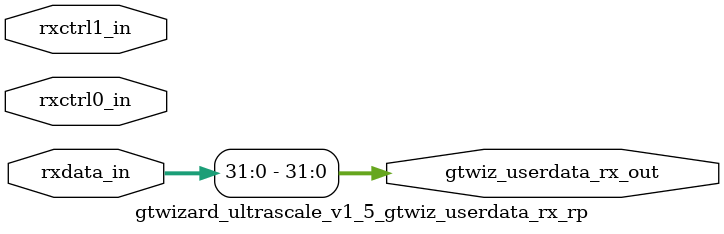
<source format=v>


`timescale 1ns / 1ps

`define rp_gt_MAX_NUM_CHANNELS 192
`define rp_gt_MAX_NUM_COMMONS 48
`define rp_gt_N_CM C_TOTAL_NUM_COMMONS
`define rp_gt_N_CH C_TOTAL_NUM_CHANNELS
`define rp_gt_SF_CM C_COMMON_SCALING_FACTOR
`define rp_gt_FORCE_COMMONS__DO_NOT_FORCE 0
`define rp_gt_FORCE_COMMONS__FORCE 1
`define rp_gt_GT_TYPE__GTHE3 0
`define rp_gt_GT_TYPE__GTYE3 1
`define rp_gt_GT_TYPE__GTHE4 2
`define rp_gt_GT_TYPE__GTYE4 3
`define rp_gt_INCLUDE_CPLL_CAL__EXCLUDE 0
`define rp_gt_INCLUDE_CPLL_CAL__INCLUDE 1
`define rp_gt_INCLUDE_CPLL_CAL__DEPENDENT 2
`define rp_gt_LOCATE_COMMON__CORE 0
`define rp_gt_LOCATE_COMMON__EXAMPLE_DESIGN 1
`define rp_gt_LOCATE_RESET_CONTROLLER__CORE 0
`define rp_gt_LOCATE_RESET_CONTROLLER__EXAMPLE_DESIGN 1
`define rp_gt_LOCATE_USER_DATA_WIDTH_SIZING__CORE 0
`define rp_gt_LOCATE_USER_DATA_WIDTH_SIZING__EXAMPLE_DESIGN 1
`define rp_gt_LOCATE_RX_BUFFER_BYPASS_CONTROLLER__CORE 0
`define rp_gt_LOCATE_RX_BUFFER_BYPASS_CONTROLLER__EXAMPLE_DESIGN 1
`define rp_gt_LOCATE_IN_SYSTEM_IBERT_CORE__EXAMPLE_DESIGN 1
`define rp_gt_LOCATE_IN_SYSTEM_IBERT_CORE__NONE 2
`define rp_gt_LOCATE_RX_USER_CLOCKING__CORE 0
`define rp_gt_LOCATE_RX_USER_CLOCKING__EXAMPLE_DESIGN 1
`define rp_gt_LOCATE_TX_BUFFER_BYPASS_CONTROLLER__CORE 0
`define rp_gt_LOCATE_TX_BUFFER_BYPASS_CONTROLLER__EXAMPLE_DESIGN 1
`define rp_gt_LOCATE_TX_USER_CLOCKING__CORE 0
`define rp_gt_LOCATE_TX_USER_CLOCKING__EXAMPLE_DESIGN 1
`define rp_gt_RESET_CONTROLLER_INSTANCE_CTRL__SINGLE_INSTANCE 0
`define rp_gt_RESET_CONTROLLER_INSTANCE_CTRL__PER_CHANNEL 0
`define rp_gt_RX_BUFFBYPASS_MODE__AUTO 0
`define rp_gt_RX_BUFFBYPASS_MODE__MANUAL 1
`define rp_gt_RX_BUFFER_BYPASS_INSTANCE_CTRL__SINGLE_INSTANCE 0
`define rp_gt_RX_BUFFER_BYPASS_INSTANCE_CTRL__PER_CHANNEL 1
`define rp_gt_RX_BUFFER_MODE__BYPASS 0
`define rp_gt_RX_BUFFER_MODE__USE 1
`define rp_gt_RX_CC_ENABLE__DISABLED 0
`define rp_gt_RX_CC_ENABLE__ENABLED 1
`define rp_gt_RX_COMMA_M_ENABLE__DISABLED 0
`define rp_gt_RX_COMMA_M_ENABLE__ENABLED 1
`define rp_gt_RX_COMMA_P_ENABLE__DISABLED 0
`define rp_gt_RX_COMMA_P_ENABLE__ENABLED 1
`define rp_gt_RX_DATA_DECODING__RAW 0
`define rp_gt_RX_DATA_DECODING__8B10B 1
`define rp_gt_RX_DATA_DECODING__64B66B 2
`define rp_gt_RX_DATA_DECODING__64B66B_CAUI 3
`define rp_gt_RX_DATA_DECODING__64B66B_ASYNC 4
`define rp_gt_RX_DATA_DECODING__64B66B_ASYNC_CAUI 5
`define rp_gt_RX_DATA_DECODING__64B67B 6
`define rp_gt_RX_DATA_DECODING__64B67B_CAUI 7
`define rp_gt_RX_DATA_DECODING__128B130B 10
`define rp_gt_RX_ENABLE__DISABLED 0
`define rp_gt_RX_ENABLE__ENABLED 1
`define rp_gt_RX_OUTCLK_SOURCE__RXOUTCLKPCS 0
`define rp_gt_RX_OUTCLK_SOURCE__RXOUTCLKPMA 1
`define rp_gt_RX_OUTCLK_SOURCE__RXPLLREFCLK_DIV1 2
`define rp_gt_RX_OUTCLK_SOURCE__RXPLLREFCLK_DIV2 3
`define rp_gt_RX_OUTCLK_SOURCE__RXPROGDIVCLK 4
`define rp_gt_RX_PLL_TYPE__QPLL0 0
`define rp_gt_RX_PLL_TYPE__QPLL1 1
`define rp_gt_RX_PLL_TYPE__CPLL 2
`define rp_gt_RX_SLIDE_MODE__OFF 0
`define rp_gt_RX_SLIDE_MODE__PCS 1
`define rp_gt_RX_SLIDE_MODE__PMA 2
`define rp_gt_RX_SLIDE_MODE__AUTO 3
`define rp_gt_RX_USER_CLOCKING_CONTENTS__BUFG_GT 0
`define rp_gt_RX_USER_CLOCKING_CONTENTS__BUFG 1
`define rp_gt_RX_USER_CLOCKING_CONTENTS__MMCM 2
`define rp_gt_RX_USER_CLOCKING_INSTANCE_CTRL__SINGLE_INSTANCE 0
`define rp_gt_RX_USER_CLOCKING_INSTANCE_CTRL__PER_CHANNEL 1
`define rp_gt_RX_USER_CLOCKING_SOURCE__RXOUTCLK 0
`define rp_gt_RX_USER_CLOCKING_SOURCE__IBUFDS 1
`define rp_gt_RX_USER_CLOCKING_SOURCE__TXOUTCLK 2
`define rp_gt_SECONDARY_QPLL_ENABLE__DISABLED 0
`define rp_gt_SECONDARY_QPLL_ENABLE__ENABLED 1
`define rp_gt_TXPROGDIV_FREQ_ENABLE__DISABLED 0
`define rp_gt_TXPROGDIV_FREQ_ENABLE__ENABLED 1
`define rp_gt_TXPROGDIV_FREQ_SOURCE__QPLL0 0
`define rp_gt_TXPROGDIV_FREQ_SOURCE__QPLL1 1
`define rp_gt_TXPROGDIV_FREQ_SOURCE__CPLL 2
`define rp_gt_TX_BUFFBYPASS_MODE__AUTO 0
`define rp_gt_TX_BUFFBYPASS_MODE__MANUAL 1
`define rp_gt_TX_BUFFER_BYPASS_INSTANCE_CTRL__SINGLE_INSTANCE 0
`define rp_gt_TX_BUFFER_BYPASS_INSTANCE_CTRL__PER_CHANNEL 1
`define rp_gt_TX_BUFFER_MODE__BYPASS 0
`define rp_gt_TX_BUFFER_MODE__USE 1
`define rp_gt_TX_DATA_ENCODING__RAW 0
`define rp_gt_TX_DATA_ENCODING__8B10B 1
`define rp_gt_TX_DATA_ENCODING__64B66B 2
`define rp_gt_TX_DATA_ENCODING__64B66B_CAUI 3
`define rp_gt_TX_DATA_ENCODING__64B66B_ASYNC 4
`define rp_gt_TX_DATA_ENCODING__64B66B_ASYNC_CAUI 5
`define rp_gt_TX_DATA_ENCODING__64B67B 6
`define rp_gt_TX_DATA_ENCODING__64B67B_CAUI 7
`define rp_gt_TX_DATA_ENCODING__128B130B 10
`define rp_gt_TX_ENABLE__DISABLED 0
`define rp_gt_TX_ENABLE__ENABLED 1
`define rp_gt_TX_OUTCLK_SOURCE__TXOUTCLKPCS 0
`define rp_gt_TX_OUTCLK_SOURCE__TXOUTCLKPMA 1
`define rp_gt_TX_OUTCLK_SOURCE__TXPLLREFCLK_DIV1 2
`define rp_gt_TX_OUTCLK_SOURCE__TXPLLREFCLK_DIV2 3
`define rp_gt_TX_OUTCLK_SOURCE__TXPROGDIVCLK 4
`define rp_gt_TX_PLL_TYPE__QPLL0 0
`define rp_gt_TX_PLL_TYPE__QPLL1 1
`define rp_gt_TX_PLL_TYPE__CPLL 2
`define rp_gt_TX_USER_CLOCKING_CONTENTS__BUFG_GT 0
`define rp_gt_TX_USER_CLOCKING_CONTENTS__BUFG 1
`define rp_gt_TX_USER_CLOCKING_CONTENTS__MMCM 2
`define rp_gt_TX_USER_CLOCKING_INSTANCE_CTRL__SINGLE_INSTANCE 0
`define rp_gt_TX_USER_CLOCKING_INSTANCE_CTRL__PER_CHANNEL 1
`define rp_gt_TX_USER_CLOCKING_SOURCE__TXOUTCLK 0
`define rp_gt_TX_USER_CLOCKING_SOURCE__IBUFDS 1

`define rp_gt_gtwizard_gthe3_MAX_NUM_CHANNELS 192
`define rp_gt_gtwizard_gthe3_MAX_NUM_COMMONS 48
`define rp_gt_gtwizard_gthe3_N_CM C_TOTAL_NUM_COMMONS
`define rp_gt_gtwizard_gthe3_N_CH C_TOTAL_NUM_CHANNELS
`define rp_gt_gtwizard_gthe3_SF_CM C_COMMON_SCALING_FACTOR
`define rp_gt_gtwizard_gthe3_INCLUDE_CPLL_CAL__EXCLUDE 0
`define rp_gt_gtwizard_gthe3_INCLUDE_CPLL_CAL__INCLUDE 1
`define rp_gt_gtwizard_gthe3_INCLUDE_CPLL_CAL__DEPENDENT 2
`define rp_gt_gtwizard_gthe3_LOCATE_RESET_CONTROLLER__CORE 0
`define rp_gt_gtwizard_gthe3_LOCATE_RESET_CONTROLLER__EXAMPLE_DESIGN 1
`define rp_gt_gtwizard_gthe3_LOCATE_USER_DATA_WIDTH_SIZING__CORE 0
`define rp_gt_gtwizard_gthe3_LOCATE_USER_DATA_WIDTH_SIZING__EXAMPLE_DESIGN 1
`define rp_gt_gtwizard_gthe3_LOCATE_RX_BUFFER_BYPASS_CONTROLLER__CORE 0
`define rp_gt_gtwizard_gthe3_LOCATE_RX_BUFFER_BYPASS_CONTROLLER__EXAMPLE_DESIGN 1
`define rp_gt_gtwizard_gthe3_LOCATE_RX_USER_CLOCKING__CORE 0
`define rp_gt_gtwizard_gthe3_LOCATE_RX_USER_CLOCKING__EXAMPLE_DESIGN 1
`define rp_gt_gtwizard_gthe3_LOCATE_TX_BUFFER_BYPASS_CONTROLLER__CORE 0
`define rp_gt_gtwizard_gthe3_LOCATE_TX_BUFFER_BYPASS_CONTROLLER__EXAMPLE_DESIGN 1
`define rp_gt_gtwizard_gthe3_LOCATE_TX_USER_CLOCKING__CORE 0
`define rp_gt_gtwizard_gthe3_LOCATE_TX_USER_CLOCKING__EXAMPLE_DESIGN 1
`define rp_gt_gtwizard_gthe3_RESET_CONTROLLER_INSTANCE_CTRL__SINGLE_INSTANCE 0
`define rp_gt_gtwizard_gthe3_RESET_CONTROLLER_INSTANCE_CTRL__PER_CHANNEL 0
`define rp_gt_gtwizard_gthe3_RX_BUFFBYPASS_MODE__AUTO 0
`define rp_gt_gtwizard_gthe3_RX_BUFFBYPASS_MODE__MANUAL 1
`define rp_gt_gtwizard_gthe3_RX_BUFFER_BYPASS_INSTANCE_CTRL__SINGLE_INSTANCE 0
`define rp_gt_gtwizard_gthe3_RX_BUFFER_BYPASS_INSTANCE_CTRL__PER_CHANNEL 1
`define rp_gt_gtwizard_gthe3_RX_BUFFER_MODE__BYPASS 0
`define rp_gt_gtwizard_gthe3_RX_BUFFER_MODE__USE 1
`define rp_gt_gtwizard_gthe3_RX_DATA_DECODING__RAW 0
`define rp_gt_gtwizard_gthe3_RX_DATA_DECODING__8B10B 1
`define rp_gt_gtwizard_gthe3_RX_DATA_DECODING__64B66B 2
`define rp_gt_gtwizard_gthe3_RX_DATA_DECODING__64B66B_CAUI 3
`define rp_gt_gtwizard_gthe3_RX_DATA_DECODING__64B66B_ASYNC 4
`define rp_gt_gtwizard_gthe3_RX_DATA_DECODING__64B66B_ASYNC_CAUI 5
`define rp_gt_gtwizard_gthe3_RX_DATA_DECODING__64B67B 6
`define rp_gt_gtwizard_gthe3_RX_DATA_DECODING__64B67B_CAUI 7
`define rp_gt_gtwizard_gthe3_RX_DATA_DECODING__128B130B 10
`define rp_gt_gtwizard_gthe3_RX_ENABLE__DISABLED 0
`define rp_gt_gtwizard_gthe3_RX_ENABLE__ENABLED 1
`define rp_gt_gtwizard_gthe3_RX_PLL_TYPE__QPLL0 0
`define rp_gt_gtwizard_gthe3_RX_PLL_TYPE__QPLL1 1
`define rp_gt_gtwizard_gthe3_RX_PLL_TYPE__CPLL 2
`define rp_gt_gtwizard_gthe3_RX_USER_CLOCKING_CONTENTS__BUFG_GT 0
`define rp_gt_gtwizard_gthe3_RX_USER_CLOCKING_CONTENTS__BUFG 1
`define rp_gt_gtwizard_gthe3_RX_USER_CLOCKING_CONTENTS__MMCM 2
`define rp_gt_gtwizard_gthe3_RX_USER_CLOCKING_INSTANCE_CTRL__SINGLE_INSTANCE 0
`define rp_gt_gtwizard_gthe3_RX_USER_CLOCKING_INSTANCE_CTRL__PER_CHANNEL 1
`define rp_gt_gtwizard_gthe3_RX_USER_CLOCKING_SOURCE__RXOUTCLK 0
`define rp_gt_gtwizard_gthe3_RX_USER_CLOCKING_SOURCE__IBUFDS 1
`define rp_gt_gtwizard_gthe3_RX_USER_CLOCKING_SOURCE__TXOUTCLK 2
`define rp_gt_gtwizard_gthe3_TXPROGDIV_FREQ_ENABLE__DISABLED 0
`define rp_gt_gtwizard_gthe3_TXPROGDIV_FREQ_ENABLE__ENABLED 1
`define rp_gt_gtwizard_gthe3_TXPROGDIV_FREQ_SOURCE__QPLL0 0
`define rp_gt_gtwizard_gthe3_TXPROGDIV_FREQ_SOURCE__QPLL1 1
`define rp_gt_gtwizard_gthe3_TXPROGDIV_FREQ_SOURCE__CPLL 2
`define rp_gt_gtwizard_gthe3_TX_BUFFBYPASS_MODE__AUTO 0
`define rp_gt_gtwizard_gthe3_TX_BUFFBYPASS_MODE__MANUAL 1
`define rp_gt_gtwizard_gthe3_TX_BUFFER_BYPASS_INSTANCE_CTRL__SINGLE_INSTANCE 0
`define rp_gt_gtwizard_gthe3_TX_BUFFER_BYPASS_INSTANCE_CTRL__PER_CHANNEL 1
`define rp_gt_gtwizard_gthe3_TX_BUFFER_MODE__BYPASS 0
`define rp_gt_gtwizard_gthe3_TX_BUFFER_MODE__USE 1
`define rp_gt_gtwizard_gthe3_TX_DATA_ENCODING__RAW 0
`define rp_gt_gtwizard_gthe3_TX_DATA_ENCODING__8B10B 1
`define rp_gt_gtwizard_gthe3_TX_DATA_ENCODING__64B66B 2
`define rp_gt_gtwizard_gthe3_TX_DATA_ENCODING__64B66B_CAUI 3
`define rp_gt_gtwizard_gthe3_TX_DATA_ENCODING__64B66B_ASYNC 4
`define rp_gt_gtwizard_gthe3_TX_DATA_ENCODING__64B66B_ASYNC_CAUI 5
`define rp_gt_gtwizard_gthe3_TX_DATA_ENCODING__64B67B 6
`define rp_gt_gtwizard_gthe3_TX_DATA_ENCODING__64B67B_CAUI 7
`define rp_gt_gtwizard_gthe3_TX_DATA_ENCODING__128B130B 10
`define rp_gt_gtwizard_gthe3_TX_ENABLE__DISABLED 0
`define rp_gt_gtwizard_gthe3_TX_ENABLE__ENABLED 1
`define rp_gt_gtwizard_gthe3_TX_PLL_TYPE__QPLL0 0
`define rp_gt_gtwizard_gthe3_TX_PLL_TYPE__QPLL1 1
`define rp_gt_gtwizard_gthe3_TX_PLL_TYPE__CPLL 2
`define rp_gt_gtwizard_gthe3_TX_USER_CLOCKING_CONTENTS__BUFG_GT 0
`define rp_gt_gtwizard_gthe3_TX_USER_CLOCKING_CONTENTS__BUFG 1
`define rp_gt_gtwizard_gthe3_TX_USER_CLOCKING_CONTENTS__MMCM 2
`define rp_gt_gtwizard_gthe3_TX_USER_CLOCKING_INSTANCE_CTRL__SINGLE_INSTANCE 0
`define rp_gt_gtwizard_gthe3_TX_USER_CLOCKING_INSTANCE_CTRL__PER_CHANNEL 1
`define rp_gt_gtwizard_gthe3_TX_USER_CLOCKING_SOURCE__TXOUTCLK 0
`define rp_gt_gtwizard_gthe3_TX_USER_CLOCKING_SOURCE__IBUFDS 1


(* DowngradeIPIdentifiedWarnings = "yes" *)

module rp_pcie3_uscale_core_top 
#(
  parameter  PL_LINK_CAP_MAX_LINK_SPEED = 3'h4,
  parameter  PL_LINK_CAP_MAX_LINK_WIDTH = 4'h8,
  parameter  USER_CLK_FREQ = 3,
  parameter  CORE_CLK_FREQ = 2,
  parameter  integer PF0_LINK_CAP_ASPM_SUPPORT = 0,
  parameter  C_DATA_WIDTH = 256,
  parameter  REF_CLK_FREQ = 0,
  parameter  PCIE_LINK_SPEED = 3,
  parameter  KEEP_WIDTH = 8,
  parameter  ARI_CAP_ENABLE = "FALSE",
  parameter  PF0_ARI_CAP_NEXT_FUNC = 8'h00,
  parameter  AXISTEN_IF_CC_ALIGNMENT_MODE = "FALSE",
  parameter  AXISTEN_IF_CQ_ALIGNMENT_MODE = "FALSE",
  parameter  AXISTEN_IF_RC_ALIGNMENT_MODE = "FALSE",
  parameter  AXISTEN_IF_RC_STRADDLE = "FALSE",
  parameter  AXISTEN_IF_RQ_ALIGNMENT_MODE = "FALSE",
  parameter  PF0_AER_CAP_ECRC_CHECK_CAPABLE = "FALSE",
  parameter  PF0_AER_CAP_ECRC_GEN_CAPABLE = "FALSE",
  parameter  PF0_AER_CAP_NEXTPTR = 12'h000,
  parameter  PF0_ARI_CAP_NEXTPTR = 12'h000,
  parameter  VF0_ARI_CAP_NEXTPTR = 12'h000,
  parameter  VF1_ARI_CAP_NEXTPTR = 12'h000,
  parameter  VF2_ARI_CAP_NEXTPTR = 12'h000,
  parameter  VF3_ARI_CAP_NEXTPTR = 12'h000,
  parameter  VF4_ARI_CAP_NEXTPTR = 12'h000,
  parameter  VF5_ARI_CAP_NEXTPTR = 12'h000,
  parameter  PF0_BAR0_APERTURE_SIZE = 5'h03,
  parameter  PF0_BAR0_CONTROL = 3'h4,
  parameter  PF0_BAR1_APERTURE_SIZE = 5'h00,
  parameter  PF0_BAR1_CONTROL = 3'h0,
  parameter  PF0_BAR2_APERTURE_SIZE = 5'h03,
  parameter  PF0_BAR2_CONTROL = 3'h4,
  parameter  PF0_BAR3_APERTURE_SIZE = 5'h03,
  parameter  PF0_BAR3_CONTROL = 3'h0,
  parameter  PF0_BAR4_APERTURE_SIZE = 5'h03,
  parameter  PF0_BAR4_CONTROL = 3'h4,
  parameter  PF0_BAR5_APERTURE_SIZE = 5'h03,
  parameter  PF0_BAR5_CONTROL = 3'h0,
  parameter  PF0_CAPABILITY_POINTER = 8'h50,
  parameter  PF0_CLASS_CODE = 24'h000000,
  parameter  PF0_VENDOR_ID = 16'h0000,
  parameter  PF0_DEVICE_ID = 16'h0000,
  parameter  PF0_DEV_CAP2_128B_CAS_ATOMIC_COMPLETER_SUPPORT = "TRUE",
  parameter  PF0_DEV_CAP2_32B_ATOMIC_COMPLETER_SUPPORT = "TRUE",
  parameter  PF0_DEV_CAP2_64B_ATOMIC_COMPLETER_SUPPORT = "TRUE",
  parameter  PF0_DEV_CAP2_LTR_SUPPORT = "TRUE",
  parameter  PF0_DEV_CAP2_OBFF_SUPPORT = 2'h0,
  parameter  PF0_DEV_CAP2_TPH_COMPLETER_SUPPORT = "FALSE",
  parameter  PF0_DEV_CAP_EXT_TAG_SUPPORTED = "TRUE",
  parameter  PF0_DEV_CAP_FUNCTION_LEVEL_RESET_CAPABLE = "TRUE",
  parameter  PF0_DEV_CAP_MAX_PAYLOAD_SIZE = 3'h3,
  parameter  PF0_DPA_CAP_NEXTPTR = 12'h000,
  parameter  PF0_DPA_CAP_SUB_STATE_POWER_ALLOCATION0 = 8'h00,
  parameter  PF0_DPA_CAP_SUB_STATE_POWER_ALLOCATION1 = 8'h00,
  parameter  PF0_DPA_CAP_SUB_STATE_POWER_ALLOCATION2 = 8'h00,
  parameter  PF0_DPA_CAP_SUB_STATE_POWER_ALLOCATION3 = 8'h00,
  parameter  PF0_DPA_CAP_SUB_STATE_POWER_ALLOCATION4 = 8'h00,
  parameter  PF0_DPA_CAP_SUB_STATE_POWER_ALLOCATION5 = 8'h00,
  parameter  PF0_DPA_CAP_SUB_STATE_POWER_ALLOCATION6 = 8'h00,
  parameter  PF0_DPA_CAP_SUB_STATE_POWER_ALLOCATION7 = 8'h00,
  parameter  PF1_DPA_CAP_SUB_STATE_POWER_ALLOCATION0 = 8'h00,
  parameter  PF1_DPA_CAP_SUB_STATE_POWER_ALLOCATION1 = 8'h00,
  parameter  PF1_DPA_CAP_SUB_STATE_POWER_ALLOCATION2 = 8'h00,
  parameter  PF1_DPA_CAP_SUB_STATE_POWER_ALLOCATION3 = 8'h00,
  parameter  PF1_DPA_CAP_SUB_STATE_POWER_ALLOCATION4 = 8'h00,
  parameter  PF1_DPA_CAP_SUB_STATE_POWER_ALLOCATION5 = 8'h00,
  parameter  PF1_DPA_CAP_SUB_STATE_POWER_ALLOCATION6 = 8'h00,
  parameter  PF1_DPA_CAP_SUB_STATE_POWER_ALLOCATION7 = 8'h00,
  parameter  PF0_DSN_CAP_NEXTPTR = 12'h10c,
  parameter  PF0_EXPANSION_ROM_APERTURE_SIZE = 5'h03,
  parameter  PF0_EXPANSION_ROM_ENABLE = "FALSE",
  parameter  PF0_INTERRUPT_PIN = 3'h1,
  parameter  PF0_LINK_STATUS_SLOT_CLOCK_CONFIG = "TRUE",
  parameter  PF0_LTR_CAP_NEXTPTR = 12'h000,
  parameter  PF0_MSIX_CAP_NEXTPTR = 8'h00,
  parameter  integer PF0_MSIX_CAP_PBA_BIR = 0,
  parameter  PF0_MSIX_CAP_PBA_OFFSET = 29'h00000050,
  parameter  integer PF0_MSIX_CAP_TABLE_BIR = 0,
  parameter  PF0_MSIX_CAP_TABLE_OFFSET = 29'h00000040,
  parameter  PF0_MSIX_CAP_TABLE_SIZE = 11'h000,
  parameter  integer PF0_MSI_CAP_MULTIMSGCAP = 0,
  parameter  PF0_MSI_CAP_NEXTPTR = 8'h00,
  parameter  PF0_PB_CAP_NEXTPTR = 12'h000,
  parameter  PF0_PM_CAP_NEXTPTR = 8'h00,
  parameter  PF0_PM_CAP_PMESUPPORT_D0 = "TRUE",
  parameter  PF0_PM_CAP_PMESUPPORT_D1 = "TRUE",
  parameter  PF0_PM_CAP_PMESUPPORT_D3HOT = "TRUE",
  parameter  PF0_PM_CAP_SUPP_D1_STATE = "TRUE",
  parameter  PF0_RBAR_CAP_ENABLE = "FALSE",
  parameter  PF0_RBAR_CAP_NEXTPTR = 12'h000,
  parameter  PF0_RBAR_CAP_SIZE0 = 20'h00000,
  parameter  PF0_RBAR_CAP_SIZE1 = 20'h00000,
  parameter  PF0_RBAR_CAP_SIZE2 = 20'h00000,
  parameter  PF1_RBAR_CAP_SIZE0 = 20'h00000,
  parameter  PF1_RBAR_CAP_SIZE1 = 20'h00000,
  parameter  PF1_RBAR_CAP_SIZE2 = 20'h00000,
  parameter  PF0_REVISION_ID = 8'h00,
  parameter  PF0_SRIOV_BAR0_APERTURE_SIZE = 5'h03,
  parameter  PF0_SRIOV_BAR0_CONTROL = 3'h4,
  parameter  PF0_SRIOV_BAR1_APERTURE_SIZE = 5'h00,
  parameter  PF0_SRIOV_BAR1_CONTROL = 3'h0,
  parameter  PF0_SRIOV_BAR2_APERTURE_SIZE = 5'h03,
  parameter  PF0_SRIOV_BAR2_CONTROL = 3'h4,
  parameter  PF0_SRIOV_BAR3_APERTURE_SIZE = 5'h03,
  parameter  PF0_SRIOV_BAR3_CONTROL = 3'h0,
  parameter  PF0_SRIOV_BAR4_APERTURE_SIZE = 5'h03,
  parameter  PF0_SRIOV_BAR4_CONTROL = 3'h4,
  parameter  PF0_SRIOV_BAR5_APERTURE_SIZE = 5'h03,
  parameter  PF0_SRIOV_BAR5_CONTROL = 3'h0,
  parameter  PF0_SRIOV_CAP_INITIAL_VF = 16'h0000,
  parameter  PF0_SRIOV_CAP_NEXTPTR = 12'h000,
  parameter  PF0_SRIOV_CAP_TOTAL_VF = 16'h0000,
  parameter  PF0_SRIOV_CAP_VER = 4'h1,
  parameter  PF0_SRIOV_FIRST_VF_OFFSET = 16'h0000,
  parameter  PF0_SRIOV_FUNC_DEP_LINK = 16'h0000,
  parameter  PF0_SRIOV_SUPPORTED_PAGE_SIZE = 32'h00000000,
  parameter  PF0_SRIOV_VF_DEVICE_ID = 16'h0000,
  parameter  PF0_SUBSYSTEM_VENDOR_ID = 16'h0000,
  parameter  PF0_SUBSYSTEM_ID = 16'h0000,
  parameter  PF0_TPHR_CAP_ENABLE = "FALSE",
  parameter  PF0_TPHR_CAP_NEXTPTR = 12'h000,
  parameter  VF0_TPHR_CAP_NEXTPTR = 12'h000,
  parameter  VF1_TPHR_CAP_NEXTPTR = 12'h000,
  parameter  VF2_TPHR_CAP_NEXTPTR = 12'h000,
  parameter  VF3_TPHR_CAP_NEXTPTR = 12'h000,
  parameter  VF4_TPHR_CAP_NEXTPTR = 12'h000,
  parameter  VF5_TPHR_CAP_NEXTPTR = 12'h000,
  parameter  PF0_TPHR_CAP_ST_MODE_SEL = 3'h0,
  parameter  PF0_TPHR_CAP_ST_TABLE_LOC = 2'h0,
  parameter  PF0_TPHR_CAP_ST_TABLE_SIZE = 11'h000,
  parameter  PF0_TPHR_CAP_VER = 4'h1,
  parameter  PF1_TPHR_CAP_ST_MODE_SEL = 3'h0,
  parameter  PF1_TPHR_CAP_ST_TABLE_LOC = 2'h0,
  parameter  PF1_TPHR_CAP_ST_TABLE_SIZE = 11'h000,
  parameter  PF1_TPHR_CAP_VER = 4'h1,
  parameter  VF0_TPHR_CAP_ST_MODE_SEL = 3'h0,
  parameter  VF0_TPHR_CAP_ST_TABLE_LOC = 2'h0,
  parameter  VF0_TPHR_CAP_ST_TABLE_SIZE = 11'h000,
  parameter  VF0_TPHR_CAP_VER = 4'h1,
  parameter  VF1_TPHR_CAP_ST_MODE_SEL = 3'h0,
  parameter  VF1_TPHR_CAP_ST_TABLE_LOC = 2'h0,
  parameter  VF1_TPHR_CAP_ST_TABLE_SIZE = 11'h000,
  parameter  VF1_TPHR_CAP_VER = 4'h1,
  parameter  VF2_TPHR_CAP_ST_MODE_SEL = 3'h0,
  parameter  VF2_TPHR_CAP_ST_TABLE_LOC = 2'h0,
  parameter  VF2_TPHR_CAP_ST_TABLE_SIZE = 11'h000,
  parameter  VF2_TPHR_CAP_VER = 4'h1,
  parameter  VF3_TPHR_CAP_ST_MODE_SEL = 3'h0,
  parameter  VF3_TPHR_CAP_ST_TABLE_LOC = 2'h0,
  parameter  VF3_TPHR_CAP_ST_TABLE_SIZE = 11'h000,
  parameter  VF3_TPHR_CAP_VER = 4'h1,
  parameter  VF4_TPHR_CAP_ST_MODE_SEL = 3'h0,
  parameter  VF4_TPHR_CAP_ST_TABLE_LOC = 2'h0,
  parameter  VF4_TPHR_CAP_ST_TABLE_SIZE = 11'h000,
  parameter  VF4_TPHR_CAP_VER = 4'h1,
  parameter  VF5_TPHR_CAP_ST_MODE_SEL = 3'h0,
  parameter  VF5_TPHR_CAP_ST_TABLE_LOC = 2'h0,
  parameter  VF5_TPHR_CAP_ST_TABLE_SIZE = 11'h000,
  parameter  VF5_TPHR_CAP_VER = 4'h1,
  parameter  PF0_TPHR_CAP_DEV_SPECIFIC_MODE = "TRUE",
  parameter  PF0_TPHR_CAP_INT_VEC_MODE = "TRUE",
  parameter  PF1_TPHR_CAP_DEV_SPECIFIC_MODE = "TRUE",
  parameter  PF1_TPHR_CAP_INT_VEC_MODE = "TRUE",
  parameter  VF0_TPHR_CAP_DEV_SPECIFIC_MODE = "TRUE",
  parameter  VF0_TPHR_CAP_INT_VEC_MODE = "TRUE",
  parameter  VF1_TPHR_CAP_DEV_SPECIFIC_MODE = "TRUE",
  parameter  VF1_TPHR_CAP_INT_VEC_MODE = "TRUE",
  parameter  VF2_TPHR_CAP_DEV_SPECIFIC_MODE = "TRUE",
  parameter  VF2_TPHR_CAP_INT_VEC_MODE = "TRUE",
  parameter  VF3_TPHR_CAP_DEV_SPECIFIC_MODE = "TRUE",
  parameter  VF3_TPHR_CAP_INT_VEC_MODE = "TRUE",
  parameter  VF4_TPHR_CAP_DEV_SPECIFIC_MODE = "TRUE",
  parameter  VF4_TPHR_CAP_INT_VEC_MODE = "TRUE",
  parameter  VF5_TPHR_CAP_DEV_SPECIFIC_MODE = "TRUE",
  parameter  VF5_TPHR_CAP_INT_VEC_MODE = "TRUE",
  parameter  PF0_SECONDARY_PCIE_CAP_NEXTPTR = 12'h000,
  parameter  MCAP_CAP_NEXTPTR = 12'h000,
  parameter  PF0_VC_CAP_NEXTPTR = 12'h000,
  parameter  SPARE_WORD1 = 32'h00000000,
  parameter  PF1_AER_CAP_ECRC_CHECK_CAPABLE = "FALSE",
  parameter  PF1_AER_CAP_ECRC_GEN_CAPABLE = "FALSE",
  parameter  PF1_AER_CAP_NEXTPTR = 12'h000,
  parameter  PF1_ARI_CAP_NEXTPTR = 12'h000,
  parameter  PF1_BAR0_APERTURE_SIZE = 6'h03,
  parameter  PF1_BAR0_CONTROL = 3'h4,
  parameter  PF1_BAR1_APERTURE_SIZE = 6'h00,
  parameter  PF1_BAR1_CONTROL = 3'h0,
  parameter  PF1_BAR2_APERTURE_SIZE = 5'h03,
  parameter  PF1_BAR2_CONTROL = 3'h4,
  parameter  PF1_BAR3_APERTURE_SIZE = 5'h03,
  parameter  PF1_BAR3_CONTROL = 3'h0,
  parameter  PF1_BAR4_APERTURE_SIZE = 5'h03,
  parameter  PF1_BAR4_CONTROL = 3'h4,
  parameter  PF1_BAR5_APERTURE_SIZE = 5'h03,
  parameter  PF1_BAR5_CONTROL = 3'h0,
  parameter  PF1_CAPABILITY_POINTER = 8'h50,
  parameter  PF1_CLASS_CODE = 24'h000000,
  parameter  PF1_DEVICE_ID = 16'h0000,
  parameter  PF1_DEV_CAP_MAX_PAYLOAD_SIZE = 3'h3,
  parameter  PF1_DPA_CAP_NEXTPTR = 12'h000,
  parameter  PF1_DSN_CAP_NEXTPTR = 12'h10c,
  parameter  PF1_EXPANSION_ROM_APERTURE_SIZE = 5'h03,
  parameter  PF1_EXPANSION_ROM_ENABLE = "FALSE",
  parameter  PF1_INTERRUPT_PIN = 3'h1,
  parameter  PF1_MSIX_CAP_NEXTPTR = 8'h00,
  parameter  integer PF1_MSIX_CAP_PBA_BIR = 0,
  parameter  PF1_MSIX_CAP_PBA_OFFSET = 29'h00000050,
  parameter  integer PF1_MSIX_CAP_TABLE_BIR = 0,
  parameter  PF1_MSIX_CAP_TABLE_OFFSET = 29'h00000040,
  parameter  PF1_MSIX_CAP_TABLE_SIZE = 11'h000,
  parameter  integer PF1_MSI_CAP_MULTIMSGCAP = 0,
  parameter  PF1_MSI_CAP_NEXTPTR = 8'h00,
  parameter  PF1_PB_CAP_NEXTPTR = 12'h000,
  parameter  PF1_PM_CAP_NEXTPTR = 8'h00,
  parameter  PF1_RBAR_CAP_ENABLE = "FALSE",
  parameter  PF1_RBAR_CAP_NEXTPTR = 12'h000,
  parameter  PF1_REVISION_ID = 8'h00,
  parameter  PF1_SRIOV_BAR0_APERTURE_SIZE = 5'h03,
  parameter  PF1_SRIOV_BAR0_CONTROL = 3'h4,
  parameter  PF1_SRIOV_BAR1_APERTURE_SIZE = 5'h00,
  parameter  PF1_SRIOV_BAR1_CONTROL = 3'h0,
  parameter  PF1_SRIOV_BAR2_APERTURE_SIZE = 5'h03,
  parameter  PF1_SRIOV_BAR2_CONTROL = 3'h4,
  parameter  PF1_SRIOV_BAR3_APERTURE_SIZE = 5'h03,
  parameter  PF1_SRIOV_BAR3_CONTROL = 3'h0,
  parameter  PF1_SRIOV_BAR4_APERTURE_SIZE = 5'h03,
  parameter  PF1_SRIOV_BAR4_CONTROL = 3'h4,
  parameter  PF1_SRIOV_BAR5_APERTURE_SIZE = 5'h03,
  parameter  PF1_SRIOV_BAR5_CONTROL = 3'h0,
  parameter  PF1_SRIOV_CAP_INITIAL_VF = 16'h0000,
  parameter  PF1_SRIOV_CAP_NEXTPTR = 12'h000,
  parameter  PF1_SRIOV_CAP_TOTAL_VF = 16'h0000,
  parameter  PF1_SRIOV_CAP_VER = 4'h1,
  parameter  PF1_SRIOV_FIRST_VF_OFFSET = 16'h0000,
  parameter  PF1_SRIOV_FUNC_DEP_LINK = 16'h0000,
  parameter  PF1_SRIOV_SUPPORTED_PAGE_SIZE = 32'h00000000,
  parameter  PF1_SRIOV_VF_DEVICE_ID = 16'h0000,
  parameter  PF1_SUBSYSTEM_ID = 16'h0000,
  parameter  PF1_TPHR_CAP_ENABLE = "FALSE",
  parameter  PF1_TPHR_CAP_NEXTPTR = 12'h000,
  parameter  PL_UPSTREAM_FACING = "TRUE",
  parameter  en_msi_per_vec_masking = "FALSE",
  parameter  SRIOV_CAP_ENABLE = "FALSE",
  parameter  TL_CREDITS_CD = 12'h3e0,
  parameter  TL_CREDITS_CH = 8'h20,
  parameter  TL_CREDITS_NPD = 12'h028,
  parameter  TL_CREDITS_NPH = 8'h20,
  parameter  TL_CREDITS_PD = 12'h198,
  parameter  TL_CREDITS_PH = 8'h20,
  parameter  TL_EXTENDED_CFG_EXTEND_INTERFACE_ENABLE = "FALSE",
  parameter  TL_LEGACY_MODE_ENABLE = "FALSE",
  parameter  TL_PF_ENABLE_REG = 2'h0,
  parameter  VF0_CAPABILITY_POINTER = 8'h50,
  parameter  integer VF0_MSIX_CAP_PBA_BIR = 0,
  parameter  VF0_MSIX_CAP_PBA_OFFSET = 29'h00000050,
  parameter  integer VF0_MSIX_CAP_TABLE_BIR = 0,
  parameter  VF0_MSIX_CAP_TABLE_OFFSET = 29'h00000040,
  parameter  VF0_MSIX_CAP_TABLE_SIZE = 11'h000,
  parameter  integer VF0_MSI_CAP_MULTIMSGCAP = 0,
  parameter  VF0_PM_CAP_NEXTPTR = 8'h00,
  parameter  integer VF1_MSIX_CAP_PBA_BIR = 0,
  parameter  VF1_MSIX_CAP_PBA_OFFSET = 29'h00000050,
  parameter  integer VF1_MSIX_CAP_TABLE_BIR = 0,
  parameter  VF1_MSIX_CAP_TABLE_OFFSET = 29'h00000040,
  parameter  VF1_MSIX_CAP_TABLE_SIZE = 11'h000,
  parameter  integer VF1_MSI_CAP_MULTIMSGCAP = 0,
  parameter  VF1_PM_CAP_NEXTPTR = 8'h00,
  parameter  integer VF2_MSIX_CAP_PBA_BIR = 0,
  parameter  VF2_MSIX_CAP_PBA_OFFSET = 29'h00000050,
  parameter  integer VF2_MSIX_CAP_TABLE_BIR = 0,
  parameter  VF2_MSIX_CAP_TABLE_OFFSET = 29'h00000040,
  parameter  VF2_MSIX_CAP_TABLE_SIZE = 11'h000,
  parameter  integer VF2_MSI_CAP_MULTIMSGCAP = 0,
  parameter  VF2_PM_CAP_NEXTPTR = 8'h00,
  parameter  integer VF3_MSIX_CAP_PBA_BIR = 0,
  parameter  VF3_MSIX_CAP_PBA_OFFSET = 29'h00000050,
  parameter  integer VF3_MSIX_CAP_TABLE_BIR = 0,
  parameter  VF3_MSIX_CAP_TABLE_OFFSET = 29'h00000040,
  parameter  VF3_MSIX_CAP_TABLE_SIZE = 11'h000,
  parameter  integer VF3_MSI_CAP_MULTIMSGCAP = 0,
  parameter  VF3_PM_CAP_NEXTPTR = 8'h00,
  parameter  integer VF4_MSIX_CAP_PBA_BIR = 0,
  parameter  VF4_MSIX_CAP_PBA_OFFSET = 29'h00000050,
  parameter  integer VF4_MSIX_CAP_TABLE_BIR = 0,
  parameter  VF4_MSIX_CAP_TABLE_OFFSET = 29'h00000040,
  parameter  VF4_MSIX_CAP_TABLE_SIZE = 11'h000,
  parameter  integer VF4_MSI_CAP_MULTIMSGCAP = 0,
  parameter  VF4_PM_CAP_NEXTPTR = 8'h00,
  parameter  integer VF5_MSIX_CAP_PBA_BIR = 0,
  parameter  VF5_MSIX_CAP_PBA_OFFSET = 29'h00000050,
  parameter  integer VF5_MSIX_CAP_TABLE_BIR = 0,
  parameter  VF5_MSIX_CAP_TABLE_OFFSET = 29'h00000040,
  parameter  VF5_MSIX_CAP_TABLE_SIZE = 11'h000,
  parameter  integer VF5_MSI_CAP_MULTIMSGCAP = 0,
  parameter  VF5_PM_CAP_NEXTPTR = 8'h00,
  parameter  COMPLETION_SPACE = "16KB",
  parameter  gen_x0y0_xdc = 1,
  parameter  gen_x0y1_xdc = 0, 
  parameter  gen_x0y2_xdc = 0,
  parameter  gen_x0y3_xdc = 0,
  parameter  gen_x0y4_xdc = 0,
  parameter  gen_x0y5_xdc = 0,
  parameter  xlnx_ref_board = 0,
  parameter  pcie_blk_locn = 0,
  parameter  PIPE_SIM = "FALSE",      // This Parameter has no effect in RTL. Instead use the below parameter (EXT_PIPE_SIM), defined below and is controlled from board.v(simulation).
  parameter  AXISTEN_IF_ENABLE_CLIENT_TAG = "FALSE",
  parameter  PCIE_USE_MODE = "2.1" ,
  parameter  PCIE_FAST_CONFIG = "NONE", 
  parameter  EXT_STARTUP_PRIMITIVE = "FALSE",
  parameter  PL_INTERFACE = "FALSE",
  parameter  PCIE_CONFIGURATION = "FALSE",
  parameter  CFG_STATUS_IF = "FALSE",
  parameter  TX_FC_IF = "FALSE",
  parameter  CFG_EXT_IF = "FALSE",
  parameter  CFG_FC_IF = "FALSE",
  parameter  PER_FUNC_STATUS_IF = "FALSE",
  parameter  CFG_MGMT_IF = "FALSE",
  parameter  RCV_MSG_IF = "FALSE",
  parameter  CFG_TX_MSG_IF = "FALSE",
  parameter  CFG_CTL_IF = "FALSE",
  parameter  MSI_EN = "TRUE",
  parameter  MSIX_EN = "FALSE",
  parameter  PCIE3_DRP = "TRUE",
  parameter  DIS_GT_WIZARD = "TRUE",
  parameter  TRANSCEIVER_CTRL_STATUS_PORTS = "FALSE",
  parameter  integer SHARED_LOGIC = 1,
  parameter  DEDICATE_PERST = "TRUE",
  parameter  SYS_RESET_POLARITY = 1'b0, 
  parameter  MCAP_ENABLEMENT = "NONE",
  parameter  EXT_CH_GT_DRP      = "FALSE",  
  parameter  EN_GT_SELECTION = "FALSE",
  parameter  SELECT_QUAD = "Quad_1",
  parameter PIPE_PIPELINE_STAGES = 1,
  parameter MCAP_CONFIGURE_OVERRIDE = "FALSE",
  parameter MCAP_ENABLE = "FALSE",
  parameter MCAP_EOS_DESIGN_SWITCH = "FALSE",
  parameter [31:0] MCAP_FPGA_BITSTREAM_VERSION = 32'h00000000,
  parameter MCAP_GATE_IO_ENABLE_DESIGN_SWITCH = "FALSE",
  parameter MCAP_GATE_MEM_ENABLE_DESIGN_SWITCH = "FALSE",
  parameter MCAP_INPUT_GATE_DESIGN_SWITCH = "FALSE",
  parameter MCAP_INTERRUPT_ON_MCAP_ERROR = "FALSE",
  parameter MCAP_INTERRUPT_ON_MCAP_EOS = "FALSE",
  parameter AXISTEN_IF_CC_PARITY_CHK = "FALSE",
  parameter [17:0] AXISTEN_IF_ENABLE_MSG_ROUTE = 18'h00000,
  parameter AXISTEN_IF_ENABLE_RX_MSG_INTFC = "FALSE",
  parameter AXISTEN_IF_RQ_PARITY_CHK = "FALSE",
  parameter DEBUG_CFG_LOCAL_MGMT_REG_ACCESS_OVERRIDE = "FALSE",
  parameter DEBUG_PL_DISABLE_EI_INFER_IN_L0 = "FALSE",
  parameter DEBUG_TL_DISABLE_RX_TLP_ORDER_CHECKS = "FALSE",
  parameter [7:0] DNSTREAM_LINK_NUM = 8'h00,
  parameter [8:0] LL_ACK_TIMEOUT = 9'h000,
  parameter LL_ACK_TIMEOUT_EN = "FALSE",
  parameter integer LL_ACK_TIMEOUT_FUNC = 0,
  parameter [15:0] LL_CPL_FC_UPDATE_TIMER = 16'h0000,
  parameter LL_CPL_FC_UPDATE_TIMER_OVERRIDE = "FALSE",
  parameter [15:0] LL_FC_UPDATE_TIMER = 16'h0000,
  parameter LL_FC_UPDATE_TIMER_OVERRIDE = "FALSE",
  parameter [15:0] LL_NP_FC_UPDATE_TIMER = 16'h0000,
  parameter LL_NP_FC_UPDATE_TIMER_OVERRIDE = "FALSE",
  parameter [15:0] LL_P_FC_UPDATE_TIMER = 16'h0000,
  parameter LL_P_FC_UPDATE_TIMER_OVERRIDE = "FALSE",
  parameter [8:0] LL_REPLAY_TIMEOUT = 9'h000,
  parameter LL_REPLAY_TIMEOUT_EN = "FALSE",
  parameter integer LL_REPLAY_TIMEOUT_FUNC = 0,
  parameter [9:0] LTR_TX_MESSAGE_MINIMUM_INTERVAL = 10'h0fa,
  parameter LTR_TX_MESSAGE_ON_FUNC_POWER_STATE_CHANGE = "FALSE",
  parameter LTR_TX_MESSAGE_ON_LTR_ENABLE = "FALSE",
  parameter [15:0] MCAP_VSEC_ID = 16'h0000,
  parameter [11:0] MCAP_VSEC_LEN = 12'h02c,
  parameter [3:0] MCAP_VSEC_REV = 4'h0,
  parameter [3:0] PF0_ARI_CAP_VER = 4'h1,
  parameter [7:0] PF0_BIST_REGISTER = 8'h00,
  parameter integer PF0_DEV_CAP_ENDPOINT_L0S_LATENCY = 0,
  parameter integer PF0_DEV_CAP_ENDPOINT_L1_LATENCY = 0,
  parameter PF0_DEV_CAP2_ARI_FORWARD_ENABLE = "FALSE",
  parameter PF0_DEV_CAP2_CPL_TIMEOUT_DISABLE = "TRUE",
  parameter [4:0] PF0_DPA_CAP_SUB_STATE_CONTROL = 5'h00,
  parameter PF0_DPA_CAP_SUB_STATE_CONTROL_EN = "TRUE",
  parameter [3:0] PF0_DPA_CAP_VER = 4'h1,
  parameter [7:0] PF0_INTERRUPT_LINE = 8'h00,
  parameter integer PF0_LINK_CAP_L0S_EXIT_LATENCY_COMCLK_GEN1 = 7,
  parameter integer PF0_LINK_CAP_L0S_EXIT_LATENCY_COMCLK_GEN2 = 7,
  parameter integer PF0_LINK_CAP_L0S_EXIT_LATENCY_COMCLK_GEN3 = 7,
  parameter integer PF0_LINK_CAP_L0S_EXIT_LATENCY_GEN1 = 7,
  parameter integer PF0_LINK_CAP_L0S_EXIT_LATENCY_GEN2 = 7,
  parameter integer PF0_LINK_CAP_L0S_EXIT_LATENCY_GEN3 = 7,
  parameter integer PF0_LINK_CAP_L1_EXIT_LATENCY_COMCLK_GEN1 = 7,
  parameter integer PF0_LINK_CAP_L1_EXIT_LATENCY_COMCLK_GEN2 = 7,
  parameter integer PF0_LINK_CAP_L1_EXIT_LATENCY_COMCLK_GEN3 = 7,
  parameter integer PF0_LINK_CAP_L1_EXIT_LATENCY_GEN1 = 7,
  parameter integer PF0_LINK_CAP_L1_EXIT_LATENCY_GEN2 = 7,
  parameter integer PF0_LINK_CAP_L1_EXIT_LATENCY_GEN3 = 7,
  parameter [9:0] PF0_LTR_CAP_MAX_NOSNOOP_LAT = 10'h000,
  parameter [9:0] PF0_LTR_CAP_MAX_SNOOP_LAT = 10'h000,
  parameter [3:0] PF0_LTR_CAP_VER = 4'h1,
  parameter PF0_MSI_CAP_PERVECMASKCAP = "FALSE",
  parameter [31:0] PF0_PB_CAP_DATA_REG_D0 = 32'h00000000,
  parameter [31:0] PF0_PB_CAP_DATA_REG_D0_SUSTAINED = 32'h00000000,
  parameter [31:0] PF0_PB_CAP_DATA_REG_D1 = 32'h00000000,
  parameter [31:0] PF0_PB_CAP_DATA_REG_D3HOT = 32'h00000000,
  parameter PF0_PB_CAP_SYSTEM_ALLOCATED = "FALSE",
  parameter [3:0] PF0_PB_CAP_VER = 4'h1,
  parameter [7:0] PF0_PM_CAP_ID = 8'h01,
  parameter [2:0] PF0_PM_CAP_VER_ID = 3'h3,
  parameter PF0_PM_CSR_NOSOFTRESET = "TRUE",
  parameter [3:0] PF0_RBAR_CAP_VER = 4'h1,
  parameter [2:0] PF0_RBAR_CONTROL_INDEX0 = 3'h0,
  parameter [2:0] PF0_RBAR_CONTROL_INDEX1 = 3'h0,
  parameter [2:0] PF0_RBAR_CONTROL_INDEX2 = 3'h0,
  parameter [4:0] PF0_RBAR_CONTROL_SIZE0 = 5'h00,
  parameter [4:0] PF0_RBAR_CONTROL_SIZE1 = 5'h00,
  parameter [4:0] PF0_RBAR_CONTROL_SIZE2 = 5'h00,
  parameter [2:0] PF0_RBAR_NUM = 3'h1,
  parameter PF0_VC_CAP_ENABLE = "FALSE",
  parameter [3:0] PF0_VC_CAP_VER = 4'h1,
  parameter [7:0] PF1_ARI_CAP_NEXT_FUNC = 8'h00,
  parameter [7:0] PF1_BIST_REGISTER = 8'h00,
  parameter [4:0] PF1_DPA_CAP_SUB_STATE_CONTROL = 5'h00,
  parameter PF1_DPA_CAP_SUB_STATE_CONTROL_EN = "TRUE",
  parameter [3:0] PF1_DPA_CAP_VER = 4'h1,
  parameter [7:0] PF1_INTERRUPT_LINE = 8'h00,
  parameter PF1_MSI_CAP_PERVECMASKCAP = "FALSE",
  parameter [31:0] PF1_PB_CAP_DATA_REG_D0 = 32'h00000000,
  parameter [31:0] PF1_PB_CAP_DATA_REG_D0_SUSTAINED = 32'h00000000,
  parameter [31:0] PF1_PB_CAP_DATA_REG_D1 = 32'h00000000,
  parameter [31:0] PF1_PB_CAP_DATA_REG_D3HOT = 32'h00000000,
  parameter PF1_PB_CAP_SYSTEM_ALLOCATED = "FALSE",
  parameter [3:0] PF1_PB_CAP_VER = 4'h1,
  parameter [7:0] PF1_PM_CAP_ID = 8'h01,
  parameter [2:0] PF1_PM_CAP_VER_ID = 3'h3,
  parameter [3:0] PF1_RBAR_CAP_VER = 4'h1,
  parameter [2:0] PF1_RBAR_CONTROL_INDEX0 = 3'h0,
  parameter [2:0] PF1_RBAR_CONTROL_INDEX1 = 3'h0,
  parameter [2:0] PF1_RBAR_CONTROL_INDEX2 = 3'h0,
  parameter [4:0] PF1_RBAR_CONTROL_SIZE0 = 5'h00,
  parameter [4:0] PF1_RBAR_CONTROL_SIZE1 = 5'h00,
  parameter [4:0] PF1_RBAR_CONTROL_SIZE2 = 5'h00,
  parameter [2:0] PF1_RBAR_NUM = 3'h1,
  parameter PF2_AER_CAP_ECRC_CHECK_CAPABLE = "FALSE",
  parameter PF2_AER_CAP_ECRC_GEN_CAPABLE = "FALSE",
  parameter [11:0] PF2_AER_CAP_NEXTPTR = 12'h000,
  parameter [7:0] PF2_ARI_CAP_NEXT_FUNC = 8'h00,
  parameter [11:0] PF2_ARI_CAP_NEXTPTR = 12'h000,
  parameter [5:0] PF2_BAR0_APERTURE_SIZE = 6'h03,
  parameter [2:0] PF2_BAR0_CONTROL = 3'h4,
  parameter [5:0] PF2_BAR1_APERTURE_SIZE = 6'h00,
  parameter [2:0] PF2_BAR1_CONTROL = 3'h0,
  parameter [4:0] PF2_BAR2_APERTURE_SIZE = 5'h03,
  parameter [2:0] PF2_BAR2_CONTROL = 3'h4,
  parameter [4:0] PF2_BAR3_APERTURE_SIZE = 5'h03,
  parameter [2:0] PF2_BAR3_CONTROL = 3'h0,
  parameter [4:0] PF2_BAR4_APERTURE_SIZE = 5'h03,
  parameter [2:0] PF2_BAR4_CONTROL = 3'h4,
  parameter [4:0] PF2_BAR5_APERTURE_SIZE = 5'h03,
  parameter [2:0] PF2_BAR5_CONTROL = 3'h0,
  parameter [7:0] PF2_BIST_REGISTER = 8'h00,
  parameter [7:0] PF2_CAPABILITY_POINTER = 8'h50,
  parameter [23:0] PF2_CLASS_CODE = 24'h000000,
  parameter [2:0] PF2_DEV_CAP_MAX_PAYLOAD_SIZE = 3'h3,
  parameter [15:0] PF2_DEVICE_ID = 16'h0000,
  parameter [11:0] PF2_DPA_CAP_NEXTPTR = 12'h000,
  parameter [4:0] PF2_DPA_CAP_SUB_STATE_CONTROL = 5'h00,
  parameter PF2_DPA_CAP_SUB_STATE_CONTROL_EN = "TRUE",
  parameter [7:0] PF2_DPA_CAP_SUB_STATE_POWER_ALLOCATION0 = 8'h00,
  parameter [7:0] PF2_DPA_CAP_SUB_STATE_POWER_ALLOCATION1 = 8'h00,
  parameter [7:0] PF2_DPA_CAP_SUB_STATE_POWER_ALLOCATION2 = 8'h00,
  parameter [7:0] PF2_DPA_CAP_SUB_STATE_POWER_ALLOCATION3 = 8'h00,
  parameter [7:0] PF2_DPA_CAP_SUB_STATE_POWER_ALLOCATION4 = 8'h00,
  parameter [7:0] PF2_DPA_CAP_SUB_STATE_POWER_ALLOCATION5 = 8'h00,
  parameter [7:0] PF2_DPA_CAP_SUB_STATE_POWER_ALLOCATION6 = 8'h00,
  parameter [7:0] PF2_DPA_CAP_SUB_STATE_POWER_ALLOCATION7 = 8'h00,
  parameter [3:0] PF2_DPA_CAP_VER = 4'h1,
  parameter [11:0] PF2_DSN_CAP_NEXTPTR = 12'h10c,
  parameter [4:0] PF2_EXPANSION_ROM_APERTURE_SIZE = 5'h03,
  parameter PF2_EXPANSION_ROM_ENABLE = "FALSE",
  parameter [7:0] PF2_INTERRUPT_LINE = 8'h00,
  parameter [2:0] PF2_INTERRUPT_PIN = 3'h1,
  parameter integer PF2_MSI_CAP_MULTIMSGCAP = 0,
  parameter [7:0] PF2_MSI_CAP_NEXTPTR = 8'h00,
  parameter PF2_MSI_CAP_PERVECMASKCAP = "FALSE",
  parameter [7:0] PF2_MSIX_CAP_NEXTPTR = 8'h00,
  parameter integer PF2_MSIX_CAP_PBA_BIR = 0,
  parameter [28:0] PF2_MSIX_CAP_PBA_OFFSET = 29'h00000050,
  parameter integer PF2_MSIX_CAP_TABLE_BIR = 0,
  parameter [28:0] PF2_MSIX_CAP_TABLE_OFFSET = 29'h00000040,
  parameter [10:0] PF2_MSIX_CAP_TABLE_SIZE = 11'h000,
  parameter [31:0] PF2_PB_CAP_DATA_REG_D0 = 32'h00000000,
  parameter [31:0] PF2_PB_CAP_DATA_REG_D0_SUSTAINED = 32'h00000000,
  parameter [31:0] PF2_PB_CAP_DATA_REG_D1 = 32'h00000000,
  parameter [31:0] PF2_PB_CAP_DATA_REG_D3HOT = 32'h00000000,
  parameter [11:0] PF2_PB_CAP_NEXTPTR = 12'h000,
  parameter PF2_PB_CAP_SYSTEM_ALLOCATED = "FALSE",
  parameter [3:0] PF2_PB_CAP_VER = 4'h1,
  parameter [7:0] PF2_PM_CAP_ID = 8'h01,
  parameter [7:0] PF2_PM_CAP_NEXTPTR = 8'h00,
  parameter [2:0] PF2_PM_CAP_VER_ID = 3'h3,
  parameter PF2_RBAR_CAP_ENABLE = "FALSE",
  parameter [11:0] PF2_RBAR_CAP_NEXTPTR = 12'h000,
  parameter [19:0] PF2_RBAR_CAP_SIZE0 = 20'h00000,
  parameter [19:0] PF2_RBAR_CAP_SIZE1 = 20'h00000,
  parameter [19:0] PF2_RBAR_CAP_SIZE2 = 20'h00000,
  parameter [3:0] PF2_RBAR_CAP_VER = 4'h1,
  parameter [2:0] PF2_RBAR_CONTROL_INDEX0 = 3'h0,
  parameter [2:0] PF2_RBAR_CONTROL_INDEX1 = 3'h0,
  parameter [2:0] PF2_RBAR_CONTROL_INDEX2 = 3'h0,
  parameter [4:0] PF2_RBAR_CONTROL_SIZE0 = 5'h00,
  parameter [4:0] PF2_RBAR_CONTROL_SIZE1 = 5'h00,
  parameter [4:0] PF2_RBAR_CONTROL_SIZE2 = 5'h00,
  parameter [2:0] PF2_RBAR_NUM = 3'h1,
  parameter [7:0] PF2_REVISION_ID = 8'h00,
  parameter [4:0] PF2_SRIOV_BAR0_APERTURE_SIZE = 5'h03,
  parameter [2:0] PF2_SRIOV_BAR0_CONTROL = 3'h4,
  parameter [4:0] PF2_SRIOV_BAR1_APERTURE_SIZE = 5'h00,
  parameter [2:0] PF2_SRIOV_BAR1_CONTROL = 3'h0,
  parameter [4:0] PF2_SRIOV_BAR2_APERTURE_SIZE = 5'h03,
  parameter [2:0] PF2_SRIOV_BAR2_CONTROL = 3'h4,
  parameter [4:0] PF2_SRIOV_BAR3_APERTURE_SIZE = 5'h03,
  parameter [2:0] PF2_SRIOV_BAR3_CONTROL = 3'h0,
  parameter [4:0] PF2_SRIOV_BAR4_APERTURE_SIZE = 5'h03,
  parameter [2:0] PF2_SRIOV_BAR4_CONTROL = 3'h4,
  parameter [4:0] PF2_SRIOV_BAR5_APERTURE_SIZE = 5'h03,
  parameter [2:0] PF2_SRIOV_BAR5_CONTROL = 3'h0,
  parameter [15:0] PF2_SRIOV_CAP_INITIAL_VF = 16'h0000,
  parameter [11:0] PF2_SRIOV_CAP_NEXTPTR = 12'h000,
  parameter [15:0] PF2_SRIOV_CAP_TOTAL_VF = 16'h0000,
  parameter [3:0] PF2_SRIOV_CAP_VER = 4'h1,
  parameter [15:0] PF2_SRIOV_FIRST_VF_OFFSET = 16'h0000,
  parameter [15:0] PF2_SRIOV_FUNC_DEP_LINK = 16'h0000,
  parameter [31:0] PF2_SRIOV_SUPPORTED_PAGE_SIZE = 32'h00000000,
  parameter [15:0] PF2_SRIOV_VF_DEVICE_ID = 16'h0000,
  parameter [15:0] PF2_SUBSYSTEM_ID = 16'h0000,
  parameter PF2_TPHR_CAP_DEV_SPECIFIC_MODE = "TRUE",
  parameter PF2_TPHR_CAP_ENABLE = "FALSE",
  parameter PF2_TPHR_CAP_INT_VEC_MODE = "TRUE",
  parameter [11:0] PF2_TPHR_CAP_NEXTPTR = 12'h000,
  parameter [2:0] PF2_TPHR_CAP_ST_MODE_SEL = 3'h0,
  parameter [1:0] PF2_TPHR_CAP_ST_TABLE_LOC = 2'h0,
  parameter [10:0] PF2_TPHR_CAP_ST_TABLE_SIZE = 11'h000,
  parameter [3:0] PF2_TPHR_CAP_VER = 4'h1,
  parameter PF3_AER_CAP_ECRC_CHECK_CAPABLE = "FALSE",
  parameter PF3_AER_CAP_ECRC_GEN_CAPABLE = "FALSE",
  parameter [11:0] PF3_AER_CAP_NEXTPTR = 12'h000,
  parameter [7:0] PF3_ARI_CAP_NEXT_FUNC = 8'h00,
  parameter [11:0] PF3_ARI_CAP_NEXTPTR = 12'h000,
  parameter [5:0] PF3_BAR0_APERTURE_SIZE = 6'h03,
  parameter [2:0] PF3_BAR0_CONTROL = 3'h4,
  parameter [5:0] PF3_BAR1_APERTURE_SIZE = 6'h00,
  parameter [2:0] PF3_BAR1_CONTROL = 3'h0,
  parameter [4:0] PF3_BAR2_APERTURE_SIZE = 5'h03,
  parameter [2:0] PF3_BAR2_CONTROL = 3'h4,
  parameter [4:0] PF3_BAR3_APERTURE_SIZE = 5'h03,
  parameter [2:0] PF3_BAR3_CONTROL = 3'h0,
  parameter [4:0] PF3_BAR4_APERTURE_SIZE = 5'h03,
  parameter [2:0] PF3_BAR4_CONTROL = 3'h4,
  parameter [4:0] PF3_BAR5_APERTURE_SIZE = 5'h03,
  parameter [2:0] PF3_BAR5_CONTROL = 3'h0,
  parameter [7:0] PF3_BIST_REGISTER = 8'h00,
  parameter [7:0] PF3_CAPABILITY_POINTER = 8'h50,
  parameter [23:0] PF3_CLASS_CODE = 24'h000000,
  parameter [2:0] PF3_DEV_CAP_MAX_PAYLOAD_SIZE = 3'h3,
  parameter [15:0] PF3_DEVICE_ID = 16'h0000,
  parameter [11:0] PF3_DPA_CAP_NEXTPTR = 12'h000,
  parameter [4:0] PF3_DPA_CAP_SUB_STATE_CONTROL = 5'h00,
  parameter PF3_DPA_CAP_SUB_STATE_CONTROL_EN = "TRUE",
  parameter [7:0] PF3_DPA_CAP_SUB_STATE_POWER_ALLOCATION0 = 8'h00,
  parameter [7:0] PF3_DPA_CAP_SUB_STATE_POWER_ALLOCATION1 = 8'h00,
  parameter [7:0] PF3_DPA_CAP_SUB_STATE_POWER_ALLOCATION2 = 8'h00,
  parameter [7:0] PF3_DPA_CAP_SUB_STATE_POWER_ALLOCATION3 = 8'h00,
  parameter [7:0] PF3_DPA_CAP_SUB_STATE_POWER_ALLOCATION4 = 8'h00,
  parameter [7:0] PF3_DPA_CAP_SUB_STATE_POWER_ALLOCATION5 = 8'h00,
  parameter [7:0] PF3_DPA_CAP_SUB_STATE_POWER_ALLOCATION6 = 8'h00,
  parameter [7:0] PF3_DPA_CAP_SUB_STATE_POWER_ALLOCATION7 = 8'h00,
  parameter [3:0] PF3_DPA_CAP_VER = 4'h1,
  parameter [11:0] PF3_DSN_CAP_NEXTPTR = 12'h10c,
  parameter [4:0] PF3_EXPANSION_ROM_APERTURE_SIZE = 5'h03,
  parameter PF3_EXPANSION_ROM_ENABLE = "FALSE",
  parameter [7:0] PF3_INTERRUPT_LINE = 8'h00,
  parameter [2:0] PF3_INTERRUPT_PIN = 3'h1,
  parameter integer PF3_MSI_CAP_MULTIMSGCAP = 0,
  parameter [7:0] PF3_MSI_CAP_NEXTPTR = 8'h00,
  parameter PF3_MSI_CAP_PERVECMASKCAP = "FALSE",
  parameter [7:0] PF3_MSIX_CAP_NEXTPTR = 8'h00,
  parameter integer PF3_MSIX_CAP_PBA_BIR = 0,
  parameter [28:0] PF3_MSIX_CAP_PBA_OFFSET = 29'h00000050,
  parameter integer PF3_MSIX_CAP_TABLE_BIR = 0,
  parameter [28:0] PF3_MSIX_CAP_TABLE_OFFSET = 29'h00000040,
  parameter [10:0] PF3_MSIX_CAP_TABLE_SIZE = 11'h000,
  parameter [31:0] PF3_PB_CAP_DATA_REG_D0 = 32'h00000000,
  parameter [31:0] PF3_PB_CAP_DATA_REG_D0_SUSTAINED = 32'h00000000,
  parameter [31:0] PF3_PB_CAP_DATA_REG_D1 = 32'h00000000,
  parameter [31:0] PF3_PB_CAP_DATA_REG_D3HOT = 32'h00000000,
  parameter [11:0] PF3_PB_CAP_NEXTPTR = 12'h000,
  parameter PF3_PB_CAP_SYSTEM_ALLOCATED = "FALSE",
  parameter [3:0] PF3_PB_CAP_VER = 4'h1,
  parameter [7:0] PF3_PM_CAP_ID = 8'h01,
  parameter [7:0] PF3_PM_CAP_NEXTPTR = 8'h00,
  parameter [2:0] PF3_PM_CAP_VER_ID = 3'h3,
  parameter PF3_RBAR_CAP_ENABLE = "FALSE",
  parameter [11:0] PF3_RBAR_CAP_NEXTPTR = 12'h000,
  parameter [19:0] PF3_RBAR_CAP_SIZE0 = 20'h00000,
  parameter [19:0] PF3_RBAR_CAP_SIZE1 = 20'h00000,
  parameter [19:0] PF3_RBAR_CAP_SIZE2 = 20'h00000,
  parameter [3:0] PF3_RBAR_CAP_VER = 4'h1,
  parameter [2:0] PF3_RBAR_CONTROL_INDEX0 = 3'h0,
  parameter [2:0] PF3_RBAR_CONTROL_INDEX1 = 3'h0,
  parameter [2:0] PF3_RBAR_CONTROL_INDEX2 = 3'h0,
  parameter [4:0] PF3_RBAR_CONTROL_SIZE0 = 5'h00,
  parameter [4:0] PF3_RBAR_CONTROL_SIZE1 = 5'h00,
  parameter [4:0] PF3_RBAR_CONTROL_SIZE2 = 5'h00,
  parameter [2:0] PF3_RBAR_NUM = 3'h1,
  parameter [7:0] PF3_REVISION_ID = 8'h00,
  parameter [4:0] PF3_SRIOV_BAR0_APERTURE_SIZE = 5'h03,
  parameter [2:0] PF3_SRIOV_BAR0_CONTROL = 3'h4,
  parameter [4:0] PF3_SRIOV_BAR1_APERTURE_SIZE = 5'h00,
  parameter [2:0] PF3_SRIOV_BAR1_CONTROL = 3'h0,
  parameter [4:0] PF3_SRIOV_BAR2_APERTURE_SIZE = 5'h03,
  parameter [2:0] PF3_SRIOV_BAR2_CONTROL = 3'h4,
  parameter [4:0] PF3_SRIOV_BAR3_APERTURE_SIZE = 5'h03,
  parameter [2:0] PF3_SRIOV_BAR3_CONTROL = 3'h0,
  parameter [4:0] PF3_SRIOV_BAR4_APERTURE_SIZE = 5'h03,
  parameter [2:0] PF3_SRIOV_BAR4_CONTROL = 3'h4,
  parameter [4:0] PF3_SRIOV_BAR5_APERTURE_SIZE = 5'h03,
  parameter [2:0] PF3_SRIOV_BAR5_CONTROL = 3'h0,
  parameter [15:0] PF3_SRIOV_CAP_INITIAL_VF = 16'h0000,
  parameter [11:0] PF3_SRIOV_CAP_NEXTPTR = 12'h000,
  parameter [15:0] PF3_SRIOV_CAP_TOTAL_VF = 16'h0000,
  parameter [3:0] PF3_SRIOV_CAP_VER = 4'h1,
  parameter [15:0] PF3_SRIOV_FIRST_VF_OFFSET = 16'h0000,
  parameter [15:0] PF3_SRIOV_FUNC_DEP_LINK = 16'h0000,
  parameter [31:0] PF3_SRIOV_SUPPORTED_PAGE_SIZE = 32'h00000000,
  parameter [15:0] PF3_SRIOV_VF_DEVICE_ID = 16'h0000,
  parameter [15:0] PF3_SUBSYSTEM_ID = 16'h0000,
  parameter PF3_TPHR_CAP_DEV_SPECIFIC_MODE = "TRUE",
  parameter PF3_TPHR_CAP_ENABLE = "FALSE",
  parameter PF3_TPHR_CAP_INT_VEC_MODE = "TRUE",
  parameter [11:0] PF3_TPHR_CAP_NEXTPTR = 12'h000,
  parameter [2:0] PF3_TPHR_CAP_ST_MODE_SEL = 3'h0,
  parameter [1:0] PF3_TPHR_CAP_ST_TABLE_LOC = 2'h0,
  parameter [10:0] PF3_TPHR_CAP_ST_TABLE_SIZE = 11'h000,
  parameter [3:0] PF3_TPHR_CAP_VER = 4'h1,
  parameter PL_DISABLE_AUTO_EQ_SPEED_CHANGE_TO_GEN3 = "FALSE",
  parameter PL_DISABLE_AUTO_SPEED_CHANGE_TO_GEN2 = "FALSE",
  parameter PL_DISABLE_EI_INFER_IN_L0 = "FALSE",
  parameter PL_DISABLE_GEN3_DC_BALANCE = "FALSE",
  parameter PL_DISABLE_GEN3_LFSR_UPDATE_ON_SKP = "TRUE",
  parameter PL_DISABLE_RETRAIN_ON_FRAMING_ERROR = "FALSE",
  parameter PL_DISABLE_SCRAMBLING = "FALSE",
  parameter PL_DISABLE_SYNC_HEADER_FRAMING_ERROR = "FALSE",
  parameter PL_DISABLE_UPCONFIG_CAPABLE = "FALSE",
  parameter PL_EQ_ADAPT_DISABLE_COEFF_CHECK = "FALSE",
  parameter PL_EQ_ADAPT_DISABLE_PRESET_CHECK = "FALSE",
  parameter [4:0] PL_EQ_ADAPT_ITER_COUNT = 5'h02,
  parameter [1:0] PL_EQ_ADAPT_REJECT_RETRY_COUNT = 2'h1,
  parameter PL_EQ_BYPASS_PHASE23 = "FALSE",
  parameter [2:0] PL_EQ_DEFAULT_GEN3_RX_PRESET_HINT = 3'h3,
  parameter [3:0] PL_EQ_DEFAULT_GEN3_TX_PRESET = 4'h4,
  parameter PL_EQ_PHASE01_RX_ADAPT = "FALSE",
  parameter PL_EQ_SHORT_ADAPT_PHASE = "FALSE",
  parameter [15:0] PL_LANE0_EQ_CONTROL = 16'h3400,
  parameter [15:0] PL_LANE1_EQ_CONTROL = 16'h3400,
  parameter [15:0] PL_LANE2_EQ_CONTROL = 16'h3400,
  parameter [15:0] PL_LANE3_EQ_CONTROL = 16'h3400,
  parameter [15:0] PL_LANE4_EQ_CONTROL = 16'h3400,
  parameter [15:0] PL_LANE5_EQ_CONTROL = 16'h3400,
  parameter [15:0] PL_LANE6_EQ_CONTROL = 16'h3400,
  parameter [15:0] PL_LANE7_EQ_CONTROL = 16'h3400,
  parameter integer PL_N_FTS_COMCLK_GEN1 = 255,
  parameter integer PL_N_FTS_COMCLK_GEN2 = 255,
  parameter integer PL_N_FTS_COMCLK_GEN3 = 255,
  parameter integer PL_N_FTS_GEN1 = 255,
  parameter integer PL_N_FTS_GEN2 = 255,
  parameter integer PL_N_FTS_GEN3 = 255,
  parameter PL_REPORT_ALL_PHY_ERRORS = "TRUE",
  parameter PL_SIM_FAST_LINK_TRAINING = "TRUE",
  parameter [15:0] PM_ASPML0S_TIMEOUT = 16'h05dc,
  parameter [19:0] PM_ASPML1_ENTRY_DELAY = 20'h00ABE,
  parameter PM_ENABLE_L23_ENTRY = "FALSE",
  parameter PM_ENABLE_SLOT_POWER_CAPTURE = "TRUE",
  parameter [31:0] PM_L1_REENTRY_DELAY = 32'h000061A8,
  parameter [19:0] PM_PME_SERVICE_TIMEOUT_DELAY = 20'h186a0,
  parameter [15:0] PM_PME_TURNOFF_ACK_DELAY = 16'h0064,
  parameter SIM_JTAG_IDCODE = 32'h00000000,
  parameter SIM_VERSION = "1.0",
  parameter integer SPARE_BIT0 = 0,
  parameter integer SPARE_BIT1 = 0,
  parameter integer SPARE_BIT2 = 0,
  parameter integer SPARE_BIT3 = 0,
  parameter integer SPARE_BIT4 = 0,
  parameter integer SPARE_BIT5 = 0,
  parameter integer SPARE_BIT6 = 0,
  parameter integer SPARE_BIT7 = 0,
  parameter integer SPARE_BIT8 = 0,
  parameter [7:0] SPARE_BYTE0 = 8'h00,
  parameter [7:0] SPARE_BYTE1 = 8'h00,
  parameter [7:0] SPARE_BYTE2 = 8'h00,
  parameter [7:0] SPARE_BYTE3 = 8'h00,
  parameter [31:0] SPARE_WORD0 = 32'h00000000,
  parameter [31:0] SPARE_WORD2 = 32'h00000000,
  parameter [31:0] SPARE_WORD3 = 32'h00000000,
  parameter [23:0] TL_COMPL_TIMEOUT_REG0 = 24'hbebc20,
  parameter [27:0] TL_COMPL_TIMEOUT_REG1 = 28'h2faf080,
  parameter TL_ENABLE_MESSAGE_RID_CHECK_ENABLE = "TRUE",
  parameter TL_LEGACY_CFG_EXTEND_INTERFACE_ENABLE = "FALSE",
  parameter TL_TX_MUX_STRICT_PRIORITY = "TRUE",
  parameter TWO_LAYER_MODE_DLCMSM_ENABLE = "TRUE",
  parameter TWO_LAYER_MODE_ENABLE = "FALSE",
  parameter TWO_LAYER_MODE_WIDTH_256 = "TRUE",
  parameter [7:0] VF0_PM_CAP_ID = 8'h01,
  parameter [2:0] VF0_PM_CAP_VER_ID = 3'h3,
  parameter VF0_TPHR_CAP_ENABLE = "FALSE",
  parameter [7:0] VF1_PM_CAP_ID = 8'h01,
  parameter [2:0] VF1_PM_CAP_VER_ID = 3'h3,
  parameter VF1_TPHR_CAP_ENABLE = "FALSE",
  parameter [7:0] VF2_PM_CAP_ID = 8'h01,
  parameter [2:0] VF2_PM_CAP_VER_ID = 3'h3,
  parameter VF2_TPHR_CAP_ENABLE = "FALSE",
  parameter [7:0] VF3_PM_CAP_ID = 8'h01,
  parameter [2:0] VF3_PM_CAP_VER_ID = 3'h3,
  parameter VF3_TPHR_CAP_ENABLE = "FALSE",
  parameter [7:0] VF4_PM_CAP_ID = 8'h01,
  parameter [2:0] VF4_PM_CAP_VER_ID = 3'h3,
  parameter VF4_TPHR_CAP_ENABLE = "FALSE",
  parameter [7:0] VF5_PM_CAP_ID = 8'h01,
  parameter [2:0] VF5_PM_CAP_VER_ID = 3'h3,
  parameter VF5_TPHR_CAP_ENABLE = "FALSE",
  parameter [11:0] VF6_ARI_CAP_NEXTPTR = 12'h000,
  parameter integer VF6_MSI_CAP_MULTIMSGCAP = 0,
  parameter integer VF6_MSIX_CAP_PBA_BIR = 0,
  parameter [28:0] VF6_MSIX_CAP_PBA_OFFSET = 29'h00000050,
  parameter integer VF6_MSIX_CAP_TABLE_BIR = 0,
  parameter [28:0] VF6_MSIX_CAP_TABLE_OFFSET = 29'h00000040,
  parameter [10:0] VF6_MSIX_CAP_TABLE_SIZE = 11'h000,
  parameter [7:0] VF6_PM_CAP_ID = 8'h01,
  parameter [7:0] VF6_PM_CAP_NEXTPTR = 8'h00,
  parameter [2:0] VF6_PM_CAP_VER_ID = 3'h3,
  parameter VF6_TPHR_CAP_DEV_SPECIFIC_MODE = "TRUE",
  parameter VF6_TPHR_CAP_ENABLE = "FALSE",
  parameter VF6_TPHR_CAP_INT_VEC_MODE = "TRUE",
  parameter [11:0] VF6_TPHR_CAP_NEXTPTR = 12'h000,
  parameter [2:0] VF6_TPHR_CAP_ST_MODE_SEL = 3'h0,
  parameter [1:0] VF6_TPHR_CAP_ST_TABLE_LOC = 2'h0,
  parameter [10:0] VF6_TPHR_CAP_ST_TABLE_SIZE = 11'h000,
  parameter [3:0] VF6_TPHR_CAP_VER = 4'h1,
  parameter [11:0] VF7_ARI_CAP_NEXTPTR = 12'h000,
  parameter integer VF7_MSI_CAP_MULTIMSGCAP = 0,
  parameter integer VF7_MSIX_CAP_PBA_BIR = 0,
  parameter [28:0] VF7_MSIX_CAP_PBA_OFFSET = 29'h00000050,
  parameter integer VF7_MSIX_CAP_TABLE_BIR = 0,
  parameter [28:0] VF7_MSIX_CAP_TABLE_OFFSET = 29'h00000040,
  parameter [10:0] VF7_MSIX_CAP_TABLE_SIZE = 11'h000,
  parameter [7:0] VF7_PM_CAP_ID = 8'h01,
  parameter [7:0] VF7_PM_CAP_NEXTPTR = 8'h00,
  parameter [2:0] VF7_PM_CAP_VER_ID = 3'h3,
  parameter VF7_TPHR_CAP_DEV_SPECIFIC_MODE = "TRUE",
  parameter VF7_TPHR_CAP_ENABLE = "FALSE",
  parameter VF7_TPHR_CAP_INT_VEC_MODE = "TRUE",
  parameter [11:0] VF7_TPHR_CAP_NEXTPTR = 12'h000,
  parameter [2:0] VF7_TPHR_CAP_ST_MODE_SEL = 3'h0,
  parameter [1:0] VF7_TPHR_CAP_ST_TABLE_LOC = 2'h0,
  parameter [10:0] VF7_TPHR_CAP_ST_TABLE_SIZE = 11'h000,
  parameter [3:0] VF7_TPHR_CAP_VER = 4'h1,
  parameter silicon_revision = "GES",
  parameter EXT_PIPE_SIM = "FALSE",  // This Parameter has effect on running PIPE simulation by dis-connecting GTs and synthesis by connecting GTs.
  parameter PCIE_EXT_CLK = "FALSE",
  parameter PCIE_TXBUF_EN = "FALSE",
  parameter PCIE_GT_DEVICE = "GTH",
  parameter PCIE_CHAN_BOND = 0,
  parameter PCIE_CHAN_BOND_EN = "FALSE",
  parameter PCIE_LPM_DFE = "LPM",
  parameter TCQ = 100,
  parameter NO_DECODE_LOGIC  = "FALSE",
  parameter INTERFACE_SPEED  = "500MHZ"
  ) (
  output wire [(PL_LINK_CAP_MAX_LINK_WIDTH-1):0] pci_exp_txn,
  output wire [(PL_LINK_CAP_MAX_LINK_WIDTH-1):0] pci_exp_txp,
  input  wire [(PL_LINK_CAP_MAX_LINK_WIDTH-1):0] pci_exp_rxn,
  input  wire [(PL_LINK_CAP_MAX_LINK_WIDTH-1):0] pci_exp_rxp,
  output wire         user_clk,
  output wire         user_reset,
  output wire         user_lnk_up,
  input  wire [C_DATA_WIDTH-1:0] s_axis_rq_tdata,
  input  wire [KEEP_WIDTH-1:0] s_axis_rq_tkeep,
  input  wire         s_axis_rq_tlast,
  output wire         s_axis_rq_tready,
  input  wire  [59:0] s_axis_rq_tuser,
  input  wire         s_axis_rq_tvalid,
  output wire [C_DATA_WIDTH-1:0] m_axis_rc_tdata,
  output wire [KEEP_WIDTH-1:0] m_axis_rc_tkeep,
  output wire         m_axis_rc_tlast,
  input  wire         m_axis_rc_tready,
  output wire  [74:0] m_axis_rc_tuser,
  output wire         m_axis_rc_tvalid,
  output wire [C_DATA_WIDTH-1:0] m_axis_cq_tdata,
  output wire [KEEP_WIDTH-1:0] m_axis_cq_tkeep,
  output wire         m_axis_cq_tlast,
  input  wire         m_axis_cq_tready,
  output wire  [84:0] m_axis_cq_tuser,
  output wire         m_axis_cq_tvalid,
  input  wire [C_DATA_WIDTH-1:0] s_axis_cc_tdata,
  input  wire [KEEP_WIDTH-1:0] s_axis_cc_tkeep,
  input  wire         s_axis_cc_tlast,
  output wire         s_axis_cc_tready,
  input  wire  [32:0] s_axis_cc_tuser,
  input  wire         s_axis_cc_tvalid,
  output wire   [3:0] pcie_rq_seq_num,
  output wire         pcie_rq_seq_num_vld,
  output wire   [5:0] pcie_rq_tag,
  output wire   [1:0] pcie_rq_tag_av,
  output wire         pcie_rq_tag_vld,
  output wire   [1:0] pcie_tfc_nph_av,
  output wire   [1:0] pcie_tfc_npd_av,
  input  wire         pcie_cq_np_req,
  output wire   [5:0] pcie_cq_np_req_count,
  output wire         cfg_phy_link_down,
  output wire   [1:0] cfg_phy_link_status,
  output wire   [3:0] cfg_negotiated_width,
  output wire   [2:0] cfg_current_speed,
  output wire   [2:0] cfg_max_payload,
  output wire   [2:0] cfg_max_read_req,
  output wire  [15:0] cfg_function_status,
  output wire  [11:0] cfg_function_power_state,
  output wire  [15:0] cfg_vf_status,
  output wire  [23:0] cfg_vf_power_state,
  output wire   [1:0] cfg_link_power_state,
  input  wire  [18:0] cfg_mgmt_addr,
  input  wire         cfg_mgmt_write,
  input  wire  [31:0] cfg_mgmt_write_data,
  input  wire   [3:0] cfg_mgmt_byte_enable,
  input  wire         cfg_mgmt_read,
  output wire  [31:0] cfg_mgmt_read_data,
  output wire         cfg_mgmt_read_write_done,
  input  wire         cfg_mgmt_type1_cfg_reg_access,
  output wire         cfg_err_cor_out,
  output wire         cfg_err_nonfatal_out,
  output wire         cfg_err_fatal_out,
  output wire         cfg_local_error,
  output wire         cfg_ltr_enable,
  output wire   [5:0] cfg_ltssm_state,
  output wire   [3:0] cfg_rcb_status,
  output wire   [3:0] cfg_dpa_substate_change,
  output wire   [1:0] cfg_obff_enable,
  output wire         cfg_pl_status_change,
  output wire   [3:0] cfg_tph_requester_enable,
  output wire  [11:0] cfg_tph_st_mode,
  output wire   [7:0] cfg_vf_tph_requester_enable,
  output wire  [23:0] cfg_vf_tph_st_mode,
  output wire         cfg_msg_received,
  output wire   [7:0] cfg_msg_received_data,
  output wire   [4:0] cfg_msg_received_type,
  input  wire         cfg_msg_transmit,
  input  wire   [2:0] cfg_msg_transmit_type,
  input  wire  [31:0] cfg_msg_transmit_data,
  output wire         cfg_msg_transmit_done,
  output wire   [7:0] cfg_fc_ph,
  output wire  [11:0] cfg_fc_pd,
  output wire   [7:0] cfg_fc_nph,
  output wire  [11:0] cfg_fc_npd,
  output wire   [7:0] cfg_fc_cplh,
  output wire  [11:0] cfg_fc_cpld,
  input  wire   [2:0] cfg_fc_sel,
  input  wire   [2:0] cfg_per_func_status_control,
  output wire  [15:0] cfg_per_func_status_data,
  input  wire   [3:0] cfg_per_function_number,
  input  wire         cfg_per_function_output_request,
  output wire         cfg_per_function_update_done,
  input  wire  [63:0] cfg_dsn,
  input  wire         cfg_power_state_change_ack,
  output wire         cfg_power_state_change_interrupt,
  input  wire         cfg_err_cor_in,
  input  wire         cfg_err_uncor_in,
  output wire   [3:0] cfg_flr_in_process,
  input  wire   [3:0] cfg_flr_done,
  output wire   [7:0] cfg_vf_flr_in_process,
  input  wire   [7:0] cfg_vf_flr_done,
  input  wire         cfg_link_training_enable,
  output wire         cfg_ext_read_received,
  output wire         cfg_ext_write_received,
  output wire   [9:0] cfg_ext_register_number,
  output wire   [7:0] cfg_ext_function_number,
  output wire  [31:0] cfg_ext_write_data,
  output wire   [3:0] cfg_ext_write_byte_enable,
  input  wire  [31:0] cfg_ext_read_data,
  input  wire         cfg_ext_read_data_valid,
  input  wire   [3:0] cfg_interrupt_int,
  input  wire   [3:0] cfg_interrupt_pending,
  output wire         cfg_interrupt_sent,
  output wire   [3:0] cfg_interrupt_msi_enable,
  output wire   [7:0] cfg_interrupt_msi_vf_enable,
  output wire  [11:0] cfg_interrupt_msi_mmenable,
  output wire         cfg_interrupt_msi_mask_update,
  output wire  [31:0] cfg_interrupt_msi_data,
  input  wire   [3:0] cfg_interrupt_msi_select,
  input  wire  [31:0] cfg_interrupt_msi_int,
  input  wire  [31:0] cfg_interrupt_msi_pending_status,
  input  wire         cfg_interrupt_msi_pending_status_data_enable,
  input  wire   [3:0] cfg_interrupt_msi_pending_status_function_num,
  output wire         cfg_interrupt_msi_sent,
  output wire         cfg_interrupt_msi_fail,
  output wire   [3:0] cfg_interrupt_msix_enable,
  output wire   [3:0] cfg_interrupt_msix_mask,
  output wire   [7:0] cfg_interrupt_msix_vf_enable,
  output wire   [7:0] cfg_interrupt_msix_vf_mask,
  input  wire  [31:0] cfg_interrupt_msix_data,
  input  wire  [63:0] cfg_interrupt_msix_address,
  input  wire         cfg_interrupt_msix_int,
  output wire         cfg_interrupt_msix_sent,
  output wire         cfg_interrupt_msix_fail,
  input  wire   [2:0] cfg_interrupt_msi_attr,
  input  wire         cfg_interrupt_msi_tph_present,
  input  wire   [1:0] cfg_interrupt_msi_tph_type,
  input  wire   [8:0] cfg_interrupt_msi_tph_st_tag,
  input  wire   [3:0] cfg_interrupt_msi_function_number,
  output wire         cfg_hot_reset_out,
  input  wire         cfg_config_space_enable,
  input  wire         cfg_req_pm_transition_l23_ready,
  input  wire         cfg_hot_reset_in,
  input  wire   [7:0] cfg_ds_port_number,
  input  wire   [7:0] cfg_ds_bus_number,
  input  wire   [4:0] cfg_ds_device_number,
  input  wire   [2:0] cfg_ds_function_number,
  input  wire  [15:0] cfg_vend_id,
  input  wire  [15:0] cfg_dev_id,
  input  wire   [7:0] cfg_rev_id,
  input  wire  [15:0] cfg_subsys_vend_id,
  input  wire  [15:0] cfg_subsys_id,
  output wire         drp_rdy,
  output wire  [15:0] drp_do,
  input  wire         drp_clk,
  input  wire         drp_en,
  input  wire         drp_we,
  input  wire   [9:0] drp_addr,
  input  wire  [15:0] drp_di,
  input  wire   [4:0] user_tph_stt_address,
  input  wire   [3:0] user_tph_function_num,
  output wire  [31:0] user_tph_stt_read_data,
  output wire         user_tph_stt_read_data_valid,
  input  wire         user_tph_stt_read_enable,
  input  wire         sys_clk,
  input  wire         sys_clk_gt,
  input  wire         sys_reset,
//---- PIPE Ports to Core Top Level for PIPE Mode Simulation with 3rd Party IP/BFM/Xilinx BFM ------------------------
  input  wire  [25:0] common_commands_in,
  input  wire [83:0]  pipe_rx_0_sigs,
  input  wire [83:0]  pipe_rx_1_sigs,
  input  wire [83:0]  pipe_rx_2_sigs,
  input  wire [83:0]  pipe_rx_3_sigs,
  input  wire [83:0]  pipe_rx_4_sigs,
  input  wire [83:0]  pipe_rx_5_sigs,
  input  wire [83:0]  pipe_rx_6_sigs,
  input  wire [83:0]  pipe_rx_7_sigs,
                      
  output wire [16:0]  common_commands_out,
  output wire [69:0]  pipe_tx_0_sigs,
  output wire [69:0]  pipe_tx_1_sigs,
  output wire [69:0]  pipe_tx_2_sigs,
  output wire [69:0]  pipe_tx_3_sigs,
  output wire [69:0]  pipe_tx_4_sigs,
  output wire [69:0]  pipe_tx_5_sigs,
  output wire [69:0]  pipe_tx_6_sigs,
  output wire [69:0]  pipe_tx_7_sigs,

    //---------- External GT COMMON Ports ----------------------
  output wire [((PL_LINK_CAP_MAX_LINK_WIDTH-1)>>2):0] ext_qpll1refclk,
  output wire [((PL_LINK_CAP_MAX_LINK_WIDTH-1)>>2):0] ext_qpll1pd,
  output wire [((((PL_LINK_CAP_MAX_LINK_WIDTH-1)>>2)+1)*3)-1:0] ext_qpll1rate,
  output wire [((PL_LINK_CAP_MAX_LINK_WIDTH-1)>>2):0] ext_qpll1reset,

  input wire  [((PL_LINK_CAP_MAX_LINK_WIDTH-1)>>2):0] ext_qpll1lock_out,
  input wire  [((PL_LINK_CAP_MAX_LINK_WIDTH-1)>>2):0] ext_qpll1outclk_out,
  input wire  [((PL_LINK_CAP_MAX_LINK_WIDTH-1)>>2):0] ext_qpll1outrefclk_out,
  //--------------------------------------------------------------------------
  //  GT Debug Ports
  //--------------------------------------------------------------------------
  output wire                                           ext_ch_gt_drpclk,
  input  wire [((PL_LINK_CAP_MAX_LINK_WIDTH *  9)-1):0] ext_ch_gt_drpaddr,
  input  wire [((PL_LINK_CAP_MAX_LINK_WIDTH *  1)-1):0] ext_ch_gt_drpen,
  input  wire [((PL_LINK_CAP_MAX_LINK_WIDTH *  1)-1):0] ext_ch_gt_drpwe,
  input  wire [((PL_LINK_CAP_MAX_LINK_WIDTH * 16)-1):0] ext_ch_gt_drpdi,
  output wire [((PL_LINK_CAP_MAX_LINK_WIDTH *  1)-1):0] ext_ch_gt_drprdy,
  output wire [((PL_LINK_CAP_MAX_LINK_WIDTH * 16)-1):0] ext_ch_gt_drpdo,
 //--------------------------------------------------------------------------
 //  Transceiver Debug And Status Ports
 //--------------------------------------------------------------------------
  input wire  [((PL_LINK_CAP_MAX_LINK_WIDTH*1)-1):0] gt_pcieuserratedone ,// ({PHY_LANE{1'd0}}),
  input wire  [((PL_LINK_CAP_MAX_LINK_WIDTH*3)-1):0] gt_loopback         ,// ({PHY_LANE{3'd0}}),             
  input wire  [((PL_LINK_CAP_MAX_LINK_WIDTH*1)-1):0] gt_txprbsforceerr   ,// ({PHY_LANE{1'd0}}),            
  input wire  [((PL_LINK_CAP_MAX_LINK_WIDTH*1)-1):0] gt_txinhibit        ,// ({PHY_LANE{1'd0}}),            
  input wire  [((PL_LINK_CAP_MAX_LINK_WIDTH*4)-1):0] gt_txprbssel        ,// ({PHY_LANE{4'd0}}),            
  input wire  [((PL_LINK_CAP_MAX_LINK_WIDTH*4)-1):0] gt_rxprbssel        ,// ({PHY_LANE{4'd0}}),          
  input wire  [((PL_LINK_CAP_MAX_LINK_WIDTH*1)-1):0] gt_rxprbscntreset   ,// ({PHY_LANE{1'd0}}),             

  output wire [((PL_LINK_CAP_MAX_LINK_WIDTH*1)-1):0] gt_txelecidle       ,//              
  output wire [((PL_LINK_CAP_MAX_LINK_WIDTH*1)-1):0] gt_txresetdone      ,//     
  output wire [((PL_LINK_CAP_MAX_LINK_WIDTH*1)-1):0] gt_rxresetdone      ,//         
  output wire [((PL_LINK_CAP_MAX_LINK_WIDTH*1)-1):0] gt_rxpmaresetdone   ,//       
  output wire [((PL_LINK_CAP_MAX_LINK_WIDTH*1)-1):0] gt_txphaligndone    ,//             
  output wire [((PL_LINK_CAP_MAX_LINK_WIDTH*1)-1):0] gt_txphinitdone     ,//          
  output wire [((PL_LINK_CAP_MAX_LINK_WIDTH*1)-1):0] gt_txdlysresetdone  ,//          
  output wire [((PL_LINK_CAP_MAX_LINK_WIDTH*1)-1):0] gt_rxphaligndone    ,//         
  output wire [((PL_LINK_CAP_MAX_LINK_WIDTH*1)-1):0] gt_rxdlysresetdone  ,//           
  output wire [((PL_LINK_CAP_MAX_LINK_WIDTH*1)-1):0] gt_rxsyncdone       ,//         
  output wire [((PL_LINK_CAP_MAX_LINK_WIDTH*1)-1):0] gt_eyescandataerror ,//                
  output wire [((PL_LINK_CAP_MAX_LINK_WIDTH*1)-1):0] gt_rxprbserr        ,//            
  output wire [((PL_LINK_CAP_MAX_LINK_WIDTH*17)-1):0] gt_dmonitorout      ,//            
  output wire [((PL_LINK_CAP_MAX_LINK_WIDTH*1)-1):0] gt_rxcommadet       ,//                    
  output wire [((PL_LINK_CAP_MAX_LINK_WIDTH*1)-1):0] gt_phystatus        ,//                    
  output wire [((PL_LINK_CAP_MAX_LINK_WIDTH*1)-1):0] gt_rxvalid          ,//               
  output wire [((PL_LINK_CAP_MAX_LINK_WIDTH*1)-1):0] gt_rxcdrlock        ,//          
  output wire [((PL_LINK_CAP_MAX_LINK_WIDTH*1)-1):0] gt_pcierateidle     ,// 
  output wire [((PL_LINK_CAP_MAX_LINK_WIDTH*1)-1):0] gt_pcieuserratestart,// 
  output wire [((PL_LINK_CAP_MAX_LINK_WIDTH*1)-1):0] gt_gtpowergood      ,//   
  output wire [((PL_LINK_CAP_MAX_LINK_WIDTH*1)-1):0] gt_cplllock         ,//               
  output wire [((PL_LINK_CAP_MAX_LINK_WIDTH*1)-1):0] gt_rxoutclk         ,//  
  output wire [((PL_LINK_CAP_MAX_LINK_WIDTH*1)-1):0] gt_rxrecclkout      ,// // 
  output wire [((PL_LINK_CAP_MAX_LINK_WIDTH-1)>>2):0] gt_qpll1lock        ,//             
  output wire [((PL_LINK_CAP_MAX_LINK_WIDTH*3)-1):0] gt_rxstatus         ,//             
  output wire [((PL_LINK_CAP_MAX_LINK_WIDTH*3)-1):0] gt_rxbufstatus      ,//             
  output wire [8:0]                                  gt_bufgtdiv         ,//                  
  output wire [((PL_LINK_CAP_MAX_LINK_WIDTH*2)-1):0] phy_txeq_ctrl       ,//                   
  output wire [((PL_LINK_CAP_MAX_LINK_WIDTH*4)-1):0] phy_txeq_preset     ,//                    
  output wire [3:0]                                  phy_rst_fsm         ,//                  
  output wire [((PL_LINK_CAP_MAX_LINK_WIDTH*3)-1):0] phy_txeq_fsm        ,//                   
  output wire [((PL_LINK_CAP_MAX_LINK_WIDTH*3)-1):0] phy_rxeq_fsm        ,//                  
  output wire                                        phy_rst_idle        ,//                               
  output wire                                        phy_rrst_n          ,// 
  output wire                                        phy_prst_n          ,// 

  input  wire   [1:0] conf_req_type,
  input  wire   [3:0] conf_req_reg_num,
  input  wire  [31:0] conf_req_data,
  input  wire         conf_req_valid,
  output wire         conf_req_ready,
  output wire  [31:0] conf_resp_rdata,
  output wire         conf_resp_valid,
  output wire         mcap_design_switch,
  output wire         mcap_eos_out,
  input  wire         mcap_eos_in,
  // These inputs and outputs may be use when the startup block is generated internal to the PCI Express Core.
  output wire         startup_cfgclk,     // 1-bit output: Configuration main clock output
  output wire         startup_cfgmclk,    // 1-bit output: Configuration internal oscillator clock output
  output wire   [4:0] startup_di,
  output wire         startup_eos,        // 1-bit output: Active high output signal indicating the End Of Startup
  output wire         startup_preq,       // 1-bit output: PROGRAM request to fabric output
  input  wire   [4:0] startup_do,
  input  wire   [4:0] startup_dts,
  input  wire         startup_fcsbo,
  input  wire         startup_fcsbts,
  input  wire         startup_gsr,        // 1-bit input: Global Set/Reset input (GSR cannot be used for the port name)
  input  wire         startup_gts,        // 1-bit input: Global 3-state input (GTS cannot be used for the port name)
  input  wire         startup_keyclearb,  // 1-bit input: Clear AES Decrypter Key input from Battery-Backed RAM (BBRAM)
  input  wire         startup_pack,       // 1-bit input: PROGRAM acknowledge input
  input  wire         startup_usrcclko,   // 1-bit input: User CCLK input
  input  wire         startup_usrcclkts,  // 1-bit input: User CCLK 3-state enable input
  input  wire         startup_usrdoneo,   // 1-bit input: User DONE pin output control
  input  wire         startup_usrdonets,  // 1-bit input: User DONE 3-state enable output
  output wire         cap_req,
  input  wire         cap_gnt,
  input  wire         cap_rel,
  input  wire         pl_eq_reset_eieos_count,
  input  wire         pl_gen2_upstream_prefer_deemph,
  output wire         pl_eq_in_progress,
  output wire   [1:0] pl_eq_phase,
  input  wire         pcie_perstn1_in, 
  output wire         pcie_perstn0_out,
  output wire         pcie_perstn1_out
  );
  localparam  [1:0]  AXISTEN_IF_WIDTH           = ((C_DATA_WIDTH == 256) ? 2'b10: ((C_DATA_WIDTH == 128) ? 2'b01 : 2'b00));
  localparam  [1:0]  CRM_USER_CLK_FREQ          = ((USER_CLK_FREQ == 3) ? 2'b10: ((USER_CLK_FREQ == 2) ? 2'b01 : 2'b00));

  localparam        CRM_CORE_CLK_FREQ_500      = ((PL_LINK_CAP_MAX_LINK_SPEED == 3'h4) ? "TRUE" : "FALSE");

  wire                rec_clk;
  wire                pipe_clk;
  wire                core_clk;
  wire                gt_txoutclk;
  wire                sys_rst_n;
  wire                sys_reset_pt;
  wire                phy_rdy;
  wire                phy_rdy_phystatus;
  wire                pipe_tx0_reset;
  wire                pipe_tx0_deemph;
  wire                pipe_tx0_rcvr_det;
  wire          [1:0] pipe_tx0_rate;
  wire          [2:0] pipe_tx0_margin;
  wire                pipe_tx0_swing;
  wire          [5:0] pipe_tx_eqfs;
  wire          [5:0] pipe_tx_eqlf;
  wire                pipe_rx0_polarity;
  wire                pipe_rx1_polarity;
  wire                pipe_rx2_polarity;
  wire                pipe_rx3_polarity;
  wire                pipe_rx4_polarity;
  wire                pipe_rx5_polarity;
  wire                pipe_rx6_polarity;
  wire                pipe_rx7_polarity;
  wire                pipe_tx0_compliance;
  wire                pipe_tx1_compliance;
  wire                pipe_tx2_compliance;
  wire                pipe_tx3_compliance;
  wire                pipe_tx4_compliance;
  wire                pipe_tx5_compliance;
  wire                pipe_tx6_compliance;
  wire                pipe_tx7_compliance;
  wire                pipe_tx0_data_valid;
  wire                pipe_tx1_data_valid;
  wire                pipe_tx2_data_valid;
  wire                pipe_tx3_data_valid;
  wire                pipe_tx4_data_valid;
  wire                pipe_tx5_data_valid;
  wire                pipe_tx6_data_valid;
  wire                pipe_tx7_data_valid;
  wire                pipe_tx0_elec_idle;
  wire                pipe_tx1_elec_idle;
  wire                pipe_tx2_elec_idle;
  wire                pipe_tx3_elec_idle;
  wire                pipe_tx4_elec_idle;
  wire                pipe_tx5_elec_idle;
  wire                pipe_tx6_elec_idle;
  wire                pipe_tx7_elec_idle;
  wire                pipe_tx0_start_block;
  wire                pipe_tx1_start_block;
  wire                pipe_tx2_start_block;
  wire                pipe_tx3_start_block;
  wire                pipe_tx4_start_block;
  wire                pipe_tx5_start_block;
  wire                pipe_tx6_start_block;
  wire                pipe_tx7_start_block;
  wire          [1:0] pipe_rx0_eqcontrol;
  wire          [1:0] pipe_rx1_eqcontrol;
  wire          [1:0] pipe_rx2_eqcontrol;
  wire          [1:0] pipe_rx3_eqcontrol;
  wire          [1:0] pipe_rx4_eqcontrol;
  wire          [1:0] pipe_rx5_eqcontrol;
  wire          [1:0] pipe_rx6_eqcontrol;
  wire          [1:0] pipe_rx7_eqcontrol;
  wire          [1:0] pipe_tx0_char_is_k;
  wire          [1:0] pipe_tx1_char_is_k;
  wire          [1:0] pipe_tx2_char_is_k;
  wire          [1:0] pipe_tx3_char_is_k;
  wire          [1:0] pipe_tx4_char_is_k;
  wire          [1:0] pipe_tx5_char_is_k;
  wire          [1:0] pipe_tx6_char_is_k;
  wire          [1:0] pipe_tx7_char_is_k;
  wire          [1:0] pipe_tx0_eqcontrol;
  wire          [1:0] pipe_tx1_eqcontrol;
  wire          [1:0] pipe_tx2_eqcontrol;
  wire          [1:0] pipe_tx3_eqcontrol;
  wire          [1:0] pipe_tx4_eqcontrol;
  wire          [1:0] pipe_tx5_eqcontrol;
  wire          [1:0] pipe_tx6_eqcontrol;
  wire          [1:0] pipe_tx7_eqcontrol;
  wire          [1:0] pipe_tx0_powerdown;
  wire          [1:0] pipe_tx1_powerdown;
  wire          [1:0] pipe_tx2_powerdown;
  wire          [1:0] pipe_tx3_powerdown;
  wire          [1:0] pipe_tx4_powerdown;
  wire          [1:0] pipe_tx5_powerdown;
  wire          [1:0] pipe_tx6_powerdown;
  wire          [1:0] pipe_tx7_powerdown;
  wire          [1:0] pipe_tx0_syncheader;
  wire          [1:0] pipe_tx1_syncheader;
  wire          [1:0] pipe_tx2_syncheader;
  wire          [1:0] pipe_tx3_syncheader;
  wire          [1:0] pipe_tx4_syncheader;
  wire          [1:0] pipe_tx5_syncheader;
  wire          [1:0] pipe_tx6_syncheader;
  wire          [1:0] pipe_tx7_syncheader;
  wire          [2:0] pipe_rx0_eqpreset;
  wire          [2:0] pipe_rx1_eqpreset;
  wire          [2:0] pipe_rx2_eqpreset;
  wire          [2:0] pipe_rx3_eqpreset;
  wire          [2:0] pipe_rx4_eqpreset;
  wire          [2:0] pipe_rx5_eqpreset;
  wire          [2:0] pipe_rx6_eqpreset;
  wire          [2:0] pipe_rx7_eqpreset;
  wire         [31:0] pipe_tx0_data;
  wire         [31:0] pipe_tx1_data;
  wire         [31:0] pipe_tx2_data;
  wire         [31:0] pipe_tx3_data;
  wire         [31:0] pipe_tx4_data;
  wire         [31:0] pipe_tx5_data;
  wire         [31:0] pipe_tx6_data;
  wire         [31:0] pipe_tx7_data;  
  wire          [3:0] pipe_rx0_eq_txpreset;
  wire          [3:0] pipe_rx1_eq_txpreset;
  wire          [3:0] pipe_rx2_eq_txpreset;
  wire          [3:0] pipe_rx3_eq_txpreset;
  wire          [3:0] pipe_rx4_eq_txpreset;
  wire          [3:0] pipe_rx5_eq_txpreset;
  wire          [3:0] pipe_rx6_eq_txpreset;
  wire          [3:0] pipe_rx7_eq_txpreset;
  wire          [3:0] pipe_tx0_eqpreset;
  wire          [3:0] pipe_tx1_eqpreset;
  wire          [3:0] pipe_tx2_eqpreset;
  wire          [3:0] pipe_tx3_eqpreset;
  wire          [3:0] pipe_tx4_eqpreset;
  wire          [3:0] pipe_tx5_eqpreset;
  wire          [3:0] pipe_tx6_eqpreset;
  wire          [3:0] pipe_tx7_eqpreset;
  wire          [5:0] pipe_rx0_eq_lffs;
  wire          [5:0] pipe_rx1_eq_lffs;
  wire          [5:0] pipe_rx2_eq_lffs;
  wire          [5:0] pipe_rx3_eq_lffs;
  wire          [5:0] pipe_rx4_eq_lffs;
  wire          [5:0] pipe_rx5_eq_lffs;
  wire          [5:0] pipe_rx6_eq_lffs;
  wire          [5:0] pipe_rx7_eq_lffs;
  wire          [5:0] pipe_tx0_eqdeemph;
  wire          [5:0] pipe_tx1_eqdeemph;
  wire          [5:0] pipe_tx2_eqdeemph;
  wire          [5:0] pipe_tx3_eqdeemph;
  wire          [5:0] pipe_tx4_eqdeemph;
  wire          [5:0] pipe_tx5_eqdeemph;
  wire          [5:0] pipe_tx6_eqdeemph;
  wire          [5:0] pipe_tx7_eqdeemph;
  wire          pipe_rx0_eqdone;
  wire          pipe_rx1_eqdone;
  wire          pipe_rx2_eqdone;
  wire          pipe_rx3_eqdone;
  wire          pipe_rx4_eqdone;
  wire          pipe_rx5_eqdone;
  wire          pipe_rx6_eqdone;
  wire          pipe_rx7_eqdone;
  wire         pipe_rx0_eq_adapt_done;
  wire         pipe_rx1_eq_adapt_done;
  wire         pipe_rx2_eq_adapt_done;
  wire         pipe_rx3_eq_adapt_done;
  wire         pipe_rx4_eq_adapt_done;
  wire         pipe_rx5_eq_adapt_done;
  wire         pipe_rx6_eq_adapt_done;
  wire         pipe_rx7_eq_adapt_done;
  wire         pipe_rx0_eq_lffs_sel;
  wire         pipe_rx1_eq_lffs_sel;
  wire         pipe_rx2_eq_lffs_sel;
  wire         pipe_rx3_eq_lffs_sel;
  wire         pipe_rx4_eq_lffs_sel;
  wire         pipe_rx5_eq_lffs_sel;
  wire         pipe_rx6_eq_lffs_sel;
  wire         pipe_rx7_eq_lffs_sel;
  wire         pipe_rx0_phy_status;
  wire         pipe_rx1_phy_status;
  wire         pipe_rx2_phy_status;
  wire         pipe_rx3_phy_status;
  wire         pipe_rx4_phy_status;
  wire         pipe_rx5_phy_status;
  wire         pipe_rx6_phy_status;
  wire         pipe_rx7_phy_status;
  wire         pipe_rx0_valid;
  wire         pipe_rx1_valid;
  wire         pipe_rx2_valid;
  wire         pipe_rx3_valid;
  wire         pipe_rx4_valid;
  wire         pipe_rx5_valid;
  wire         pipe_rx6_valid;
  wire         pipe_rx7_valid;
  wire         pipe_tx0_eqdone;
  wire         pipe_tx1_eqdone;
  wire         pipe_tx2_eqdone;
  wire         pipe_tx3_eqdone;
  wire         pipe_tx4_eqdone;
  wire         pipe_tx5_eqdone;
  wire         pipe_tx6_eqdone;
  wire         pipe_tx7_eqdone;
  wire         [17:0] pipe_rx0_eq_new_txcoeff;
  wire         [17:0] pipe_rx1_eq_new_txcoeff;
  wire         [17:0] pipe_rx2_eq_new_txcoeff;
  wire         [17:0] pipe_rx3_eq_new_txcoeff;
  wire         [17:0] pipe_rx4_eq_new_txcoeff;
  wire         [17:0] pipe_rx5_eq_new_txcoeff;
  wire         [17:0] pipe_rx6_eq_new_txcoeff;
  wire         [17:0] pipe_rx7_eq_new_txcoeff;
  wire         [17:0] pipe_tx0_eqcoeff;
  wire         [17:0] pipe_tx1_eqcoeff;
  wire         [17:0] pipe_tx2_eqcoeff;
  wire         [17:0] pipe_tx3_eqcoeff;
  wire         [17:0] pipe_tx4_eqcoeff;
  wire         [17:0] pipe_tx5_eqcoeff;
  wire         [17:0] pipe_tx6_eqcoeff;
  wire         [17:0] pipe_tx7_eqcoeff;
  wire          [1:0] pipe_rx0_char_is_k;
  wire          [1:0] pipe_rx1_char_is_k;
  wire          [1:0] pipe_rx2_char_is_k;
  wire          [1:0] pipe_rx3_char_is_k;
  wire          [1:0] pipe_rx4_char_is_k;
  wire          [1:0] pipe_rx5_char_is_k;
  wire          [1:0] pipe_rx6_char_is_k;
  wire          [1:0] pipe_rx7_char_is_k;
  wire         [2:0] pipe_rx0_status;
  wire         [2:0] pipe_rx1_status;
  wire         [2:0] pipe_rx2_status;
  wire         [2:0] pipe_rx3_status;
  wire         [2:0] pipe_rx4_status;
  wire         [2:0] pipe_rx5_status;
  wire         [2:0] pipe_rx6_status;
  wire         [2:0] pipe_rx7_status;
  wire         [31:0] pipe_rx0_data;
  wire         [31:0] pipe_rx1_data;
  wire         [31:0] pipe_rx2_data;
  wire         [31:0] pipe_rx3_data;
  wire         [31:0] pipe_rx4_data;
  wire         [31:0] pipe_rx5_data;
  wire         [31:0] pipe_rx6_data;
  wire         [31:0] pipe_rx7_data;
  wire         pipe_rx0_data_valid;  
  wire         pipe_rx1_data_valid;  
  wire         pipe_rx2_data_valid;  
  wire         pipe_rx3_data_valid;  
  wire         pipe_rx4_data_valid;  
  wire         pipe_rx5_data_valid;  
  wire         pipe_rx6_data_valid;  
  wire         pipe_rx7_data_valid;  
  wire         pipe_rx0_elec_idle;
  wire         pipe_rx1_elec_idle;
  wire         pipe_rx2_elec_idle;
  wire         pipe_rx3_elec_idle;
  wire         pipe_rx4_elec_idle;
  wire         pipe_rx5_elec_idle;
  wire         pipe_rx6_elec_idle;
  wire         pipe_rx7_elec_idle;
  wire         pipe_rx0_start_block;
  wire         pipe_rx1_start_block;
  wire         pipe_rx2_start_block;
  wire         pipe_rx3_start_block;
  wire         pipe_rx4_start_block;
  wire         pipe_rx5_start_block;
  wire         pipe_rx6_start_block;
  wire         pipe_rx7_start_block;
  wire         [1:0] pipe_rx0_syncheader;
  wire         [1:0] pipe_rx1_syncheader;
  wire         [1:0] pipe_rx2_syncheader;
  wire         [1:0] pipe_rx3_syncheader;
  wire         [1:0] pipe_rx4_syncheader;
  wire         [1:0] pipe_rx5_syncheader;
  wire         [1:0] pipe_rx6_syncheader;
  wire         [1:0] pipe_rx7_syncheader;
  wire                sys_or_hot_rst;
  wire                sys_clk_bufg;
  wire                user_lnk_up_int;
  wire                mcap_pcie_request;
  wire                mcap_external_request;
  wire         [15:0] cfg_dev_id_mux;
  wire         [63:0] cfg_dsn_mux;
  wire          [7:0] cfg_rev_id_mux;
  wire         [15:0] cfg_subsys_id_mux;
  wire         [15:0] cfg_subsys_vend_id_mux;
  wire         [15:0] cfg_vend_id_mux;
  wire                cfg_config_space_enable_mux;
  wire                cfg_link_training_enable_mux;
  wire                cfg_interrupt_msix_int_mux;
  wire                conf_req_valid_mux;
  wire                drp_en_mux;
  wire [((PL_LINK_CAP_MAX_LINK_WIDTH*3)-1):0] gt_loopback_mux;
  wire [((PL_LINK_CAP_MAX_LINK_WIDTH*1)-1):0] gt_pcieuserratedone_mux;
  wire [((PL_LINK_CAP_MAX_LINK_WIDTH*4)-1):0] gt_rxprbssel_mux;
  wire [((PL_LINK_CAP_MAX_LINK_WIDTH*4)-1):0] gt_txprbssel_mux;
  wire                pl_eq_reset_eieos_count_mux;
  wire                pl_gen2_upstream_prefer_deemph_mux;
  wire                cfg_err_cor_in_mux;
  wire                cfg_err_uncor_in_mux;
  wire                cfg_hot_reset_in_mux;
  wire          [3:0] cfg_flr_done_mux;
  wire          [3:0] cfg_interrupt_int_mux;
  wire         [31:0] cfg_interrupt_msi_int_mux;
  wire                cfg_interrupt_msi_pending_status_data_enable_mux;
  wire                cfg_mgmt_write_mux;
  wire                cfg_msg_transmit_mux;
  wire                cfg_power_state_change_ack_mux;
  wire                cfg_req_pm_transition_l23_ready_mux;
  wire          [7:0] cfg_vf_flr_done_mux;
  wire [((PL_LINK_CAP_MAX_LINK_WIDTH *  1)-1):0] ext_ch_gt_drpen_mux;
  wire                pcie_cq_np_req_mux;
  wire         [21:0] m_axis_rc_tready_mux;
  wire         [21:0] m_axis_cq_tready_mux;
  wire                s_axis_rq_tvalid_mux;
  wire                s_axis_cc_tvalid_mux;
  wire                m_axis_rc_tvalid_wire;
  wire                m_axis_cq_tvalid_wire;
  wire          [3:0] s_axis_rq_tready_wire;
  wire          [3:0] s_axis_cc_tready_wire;
  wire                conf_req_ready_wire;
  wire                design_switch_net;
  reg                 reg_user_lnk_up;
  reg                 user_reset_int;
  reg                 reg_user_reset;


  assign sys_rst_n = sys_reset_pt;
  assign pcie_perstn0_out = sys_reset_pt;
  assign sys_or_hot_rst = ~sys_rst_n || cfg_hot_reset_out;
  assign user_lnk_up_int = (cfg_phy_link_status == 2'b11) ? 1'b1 : 1'b0;
 
  wire sync_sc_ce;
  wire sync_sc_clr; 
//  BUFG_GT bufg_gt_sysclk (.CE (1'd1), .CEMASK (1'd0), .CLR (1'd0), .CLRMASK (1'd0), .DIV (3'd0), .I (sys_clk), .O (sys_clk_bufg));
  BUFG_GT bufg_gt_sysclk (.CE (sync_sc_ce), .CEMASK (1'd0), .CLR (sync_sc_clr), .CLRMASK (1'd0), .DIV (3'd0), .I (sys_clk), .O (sys_clk_bufg));
  BUFG_GT_SYNC sync_sys_clk (.CESYNC(sync_sc_ce), .CLRSYNC(sync_sc_clr), .CE(1'b1), .CLK(sys_clk), .CLR(1'b0));


  always @(posedge user_clk)
  begin
    if (!sys_rst_n)
    begin
      reg_user_lnk_up <= #TCQ 1'b0;
    end
    else
    begin
      reg_user_lnk_up <= #TCQ user_lnk_up_int;
    end
  end

  assign user_lnk_up = reg_user_lnk_up;

  always @(posedge user_clk or posedge sys_or_hot_rst)
  begin
    if (sys_or_hot_rst)
    begin
      user_reset_int <= #TCQ 1'b1;
    end
    else
    if (cfg_phy_link_status[1] && !cfg_phy_link_down)
    begin
      user_reset_int <= #TCQ 1'b0;
    end
  end

  always @(posedge user_clk or posedge sys_or_hot_rst)
  begin
    if (sys_or_hot_rst)
    begin
      reg_user_reset <= #TCQ 1'b1;
    end
    else
    begin
      reg_user_reset <= #TCQ user_reset_int;
    end
  end

  assign user_reset = reg_user_reset;
  assign cap_req = mcap_pcie_request;
  assign mcap_external_request = (~cap_gnt) | cap_rel;


initial begin
  $printtimescale;
  $display("Ref Clk Freq: %0d \t User Clk Freq: %0d \t PCIE Link Speed: %0d", REF_CLK_FREQ, USER_CLK_FREQ, PCIE_LINK_SPEED);
end

generate if (EXT_PIPE_SIM == "TRUE") 
begin
  rp_pcie3_uscale_top 
 #(
    .TCQ (TCQ),
    .NO_DECODE_LOGIC (NO_DECODE_LOGIC),
    .INTERFACE_SPEED (INTERFACE_SPEED),
    .COMPLETION_SPACE (COMPLETION_SPACE),
    .KEEP_WIDTH (KEEP_WIDTH),
    .C_DATA_WIDTH (C_DATA_WIDTH),
    .PIPE_PIPELINE_STAGES (PIPE_PIPELINE_STAGES),
    .ARI_CAP_ENABLE (ARI_CAP_ENABLE),
    .AXISTEN_IF_CC_ALIGNMENT_MODE (AXISTEN_IF_CC_ALIGNMENT_MODE),
    .AXISTEN_IF_CC_PARITY_CHK (AXISTEN_IF_CC_PARITY_CHK),
    .AXISTEN_IF_CQ_ALIGNMENT_MODE (AXISTEN_IF_CQ_ALIGNMENT_MODE),
    .AXISTEN_IF_ENABLE_CLIENT_TAG (AXISTEN_IF_ENABLE_CLIENT_TAG),
    .AXISTEN_IF_ENABLE_MSG_ROUTE (AXISTEN_IF_ENABLE_MSG_ROUTE),
    .AXISTEN_IF_ENABLE_RX_MSG_INTFC (AXISTEN_IF_ENABLE_RX_MSG_INTFC),
    .AXISTEN_IF_RC_ALIGNMENT_MODE (AXISTEN_IF_RC_ALIGNMENT_MODE),
    .AXISTEN_IF_RC_STRADDLE (AXISTEN_IF_RC_STRADDLE),
    .AXISTEN_IF_RQ_ALIGNMENT_MODE (AXISTEN_IF_RQ_ALIGNMENT_MODE),
    .AXISTEN_IF_RQ_PARITY_CHK (AXISTEN_IF_RQ_PARITY_CHK),
    .AXISTEN_IF_WIDTH (AXISTEN_IF_WIDTH),
    .CRM_CORE_CLK_FREQ_500 (CRM_CORE_CLK_FREQ_500),
    .CRM_USER_CLK_FREQ (CRM_USER_CLK_FREQ),
    .DEBUG_CFG_LOCAL_MGMT_REG_ACCESS_OVERRIDE (DEBUG_CFG_LOCAL_MGMT_REG_ACCESS_OVERRIDE),
    .DEBUG_PL_DISABLE_EI_INFER_IN_L0 (DEBUG_PL_DISABLE_EI_INFER_IN_L0),
    .DEBUG_TL_DISABLE_RX_TLP_ORDER_CHECKS (DEBUG_TL_DISABLE_RX_TLP_ORDER_CHECKS),
    .DNSTREAM_LINK_NUM (DNSTREAM_LINK_NUM),
    .LL_ACK_TIMEOUT (LL_ACK_TIMEOUT),
    .LL_ACK_TIMEOUT_EN (LL_ACK_TIMEOUT_EN),
    .LL_ACK_TIMEOUT_FUNC (LL_ACK_TIMEOUT_FUNC),
    .LL_CPL_FC_UPDATE_TIMER (LL_CPL_FC_UPDATE_TIMER),
    .LL_CPL_FC_UPDATE_TIMER_OVERRIDE (LL_CPL_FC_UPDATE_TIMER_OVERRIDE),
    .LL_FC_UPDATE_TIMER (LL_FC_UPDATE_TIMER),
    .LL_FC_UPDATE_TIMER_OVERRIDE (LL_FC_UPDATE_TIMER_OVERRIDE),
    .LL_NP_FC_UPDATE_TIMER (LL_NP_FC_UPDATE_TIMER),
    .LL_NP_FC_UPDATE_TIMER_OVERRIDE (LL_NP_FC_UPDATE_TIMER_OVERRIDE),
    .LL_P_FC_UPDATE_TIMER (LL_P_FC_UPDATE_TIMER),
    .LL_P_FC_UPDATE_TIMER_OVERRIDE (LL_P_FC_UPDATE_TIMER_OVERRIDE),
    .LL_REPLAY_TIMEOUT (LL_REPLAY_TIMEOUT),
    .LL_REPLAY_TIMEOUT_EN (LL_REPLAY_TIMEOUT_EN),
    .LL_REPLAY_TIMEOUT_FUNC (LL_REPLAY_TIMEOUT_FUNC),
    .LTR_TX_MESSAGE_MINIMUM_INTERVAL (LTR_TX_MESSAGE_MINIMUM_INTERVAL),
    .LTR_TX_MESSAGE_ON_FUNC_POWER_STATE_CHANGE (LTR_TX_MESSAGE_ON_FUNC_POWER_STATE_CHANGE),
    .LTR_TX_MESSAGE_ON_LTR_ENABLE (LTR_TX_MESSAGE_ON_LTR_ENABLE),
    .MCAP_CAP_NEXTPTR (MCAP_CAP_NEXTPTR),
    .MCAP_CONFIGURE_OVERRIDE (MCAP_CONFIGURE_OVERRIDE),
    .MCAP_ENABLE (MCAP_ENABLE),
    .MCAP_EOS_DESIGN_SWITCH (MCAP_EOS_DESIGN_SWITCH),
    .MCAP_FPGA_BITSTREAM_VERSION (MCAP_FPGA_BITSTREAM_VERSION),
    .MCAP_GATE_IO_ENABLE_DESIGN_SWITCH (MCAP_GATE_IO_ENABLE_DESIGN_SWITCH),
    .MCAP_GATE_MEM_ENABLE_DESIGN_SWITCH (MCAP_GATE_MEM_ENABLE_DESIGN_SWITCH),
    .MCAP_INPUT_GATE_DESIGN_SWITCH (MCAP_INPUT_GATE_DESIGN_SWITCH),
    .MCAP_INTERRUPT_ON_MCAP_EOS (MCAP_INTERRUPT_ON_MCAP_EOS),
    .MCAP_INTERRUPT_ON_MCAP_ERROR (MCAP_INTERRUPT_ON_MCAP_ERROR),
    .MCAP_VSEC_ID (MCAP_VSEC_ID),
    .MCAP_VSEC_LEN (MCAP_VSEC_LEN),
    .MCAP_VSEC_REV (MCAP_VSEC_REV),
    .PF0_AER_CAP_ECRC_CHECK_CAPABLE (PF0_AER_CAP_ECRC_CHECK_CAPABLE),
    .PF0_AER_CAP_ECRC_GEN_CAPABLE (PF0_AER_CAP_ECRC_GEN_CAPABLE),
    .PF0_AER_CAP_NEXTPTR (PF0_AER_CAP_NEXTPTR),
    .PF0_ARI_CAP_NEXT_FUNC (PF0_ARI_CAP_NEXT_FUNC),
    .PF0_ARI_CAP_NEXTPTR (PF0_ARI_CAP_NEXTPTR),
    .PF0_ARI_CAP_VER (PF0_ARI_CAP_VER),
    .PF0_BAR0_APERTURE_SIZE (PF0_BAR0_APERTURE_SIZE),
    .PF0_BAR0_CONTROL (PF0_BAR0_CONTROL),
    .PF0_BAR1_APERTURE_SIZE (PF0_BAR1_APERTURE_SIZE),
    .PF0_BAR1_CONTROL (PF0_BAR1_CONTROL),
    .PF0_BAR2_APERTURE_SIZE (PF0_BAR2_APERTURE_SIZE),
    .PF0_BAR2_CONTROL (PF0_BAR2_CONTROL),
    .PF0_BAR3_APERTURE_SIZE (PF0_BAR3_APERTURE_SIZE),
    .PF0_BAR3_CONTROL (PF0_BAR3_CONTROL),
    .PF0_BAR4_APERTURE_SIZE (PF0_BAR4_APERTURE_SIZE),
    .PF0_BAR4_CONTROL (PF0_BAR4_CONTROL),
    .PF0_BAR5_APERTURE_SIZE (PF0_BAR5_APERTURE_SIZE),
    .PF0_BAR5_CONTROL (PF0_BAR5_CONTROL),
    .PF0_BIST_REGISTER (PF0_BIST_REGISTER),
    .PF0_CAPABILITY_POINTER (PF0_CAPABILITY_POINTER),
    .PF0_CLASS_CODE (PF0_CLASS_CODE),
    .PF0_DEV_CAP_ENDPOINT_L0S_LATENCY (PF0_DEV_CAP_ENDPOINT_L0S_LATENCY),
    .PF0_DEV_CAP_ENDPOINT_L1_LATENCY (PF0_DEV_CAP_ENDPOINT_L1_LATENCY),
    .PF0_DEV_CAP_EXT_TAG_SUPPORTED (PF0_DEV_CAP_EXT_TAG_SUPPORTED),
    .PF0_DEV_CAP_FUNCTION_LEVEL_RESET_CAPABLE (PF0_DEV_CAP_FUNCTION_LEVEL_RESET_CAPABLE),
    .PF0_DEV_CAP_MAX_PAYLOAD_SIZE (PF0_DEV_CAP_MAX_PAYLOAD_SIZE),
    .PF0_DEV_CAP2_ARI_FORWARD_ENABLE (PF0_DEV_CAP2_ARI_FORWARD_ENABLE),
    .PF0_DEV_CAP2_CPL_TIMEOUT_DISABLE (PF0_DEV_CAP2_CPL_TIMEOUT_DISABLE),
    .PF0_DEV_CAP2_LTR_SUPPORT (PF0_DEV_CAP2_LTR_SUPPORT),
    .PF0_DEV_CAP2_OBFF_SUPPORT (PF0_DEV_CAP2_OBFF_SUPPORT),
    .PF0_DEV_CAP2_TPH_COMPLETER_SUPPORT (PF0_DEV_CAP2_TPH_COMPLETER_SUPPORT),
    .PF0_DEV_CAP2_32B_ATOMIC_COMPLETER_SUPPORT (PF0_DEV_CAP2_32B_ATOMIC_COMPLETER_SUPPORT),
    .PF0_DEV_CAP2_64B_ATOMIC_COMPLETER_SUPPORT (PF0_DEV_CAP2_64B_ATOMIC_COMPLETER_SUPPORT),
    .PF0_DEV_CAP2_128B_CAS_ATOMIC_COMPLETER_SUPPORT (PF0_DEV_CAP2_128B_CAS_ATOMIC_COMPLETER_SUPPORT),
    .PF0_DEVICE_ID (PF0_DEVICE_ID),
    .PF0_DPA_CAP_NEXTPTR (PF0_DPA_CAP_NEXTPTR),
    .PF0_DPA_CAP_SUB_STATE_CONTROL (PF0_DPA_CAP_SUB_STATE_CONTROL),
    .PF0_DPA_CAP_SUB_STATE_CONTROL_EN (PF0_DPA_CAP_SUB_STATE_CONTROL_EN),
    .PF0_DPA_CAP_SUB_STATE_POWER_ALLOCATION0 (PF0_DPA_CAP_SUB_STATE_POWER_ALLOCATION0),
    .PF0_DPA_CAP_SUB_STATE_POWER_ALLOCATION1 (PF0_DPA_CAP_SUB_STATE_POWER_ALLOCATION1),
    .PF0_DPA_CAP_SUB_STATE_POWER_ALLOCATION2 (PF0_DPA_CAP_SUB_STATE_POWER_ALLOCATION2),
    .PF0_DPA_CAP_SUB_STATE_POWER_ALLOCATION3 (PF0_DPA_CAP_SUB_STATE_POWER_ALLOCATION3),
    .PF0_DPA_CAP_SUB_STATE_POWER_ALLOCATION4 (PF0_DPA_CAP_SUB_STATE_POWER_ALLOCATION4),
    .PF0_DPA_CAP_SUB_STATE_POWER_ALLOCATION5 (PF0_DPA_CAP_SUB_STATE_POWER_ALLOCATION5),
    .PF0_DPA_CAP_SUB_STATE_POWER_ALLOCATION6 (PF0_DPA_CAP_SUB_STATE_POWER_ALLOCATION6),
    .PF0_DPA_CAP_SUB_STATE_POWER_ALLOCATION7 (PF0_DPA_CAP_SUB_STATE_POWER_ALLOCATION7),
    .PF0_DPA_CAP_VER (PF0_DPA_CAP_VER),
    .PF0_DSN_CAP_NEXTPTR (PF0_DSN_CAP_NEXTPTR),
    .PF0_EXPANSION_ROM_APERTURE_SIZE (PF0_EXPANSION_ROM_APERTURE_SIZE),
    .PF0_EXPANSION_ROM_ENABLE (PF0_EXPANSION_ROM_ENABLE),
    .PF0_INTERRUPT_LINE (PF0_INTERRUPT_LINE),
    .PF0_INTERRUPT_PIN (PF0_INTERRUPT_PIN),
    .PF0_LINK_CAP_ASPM_SUPPORT (PF0_LINK_CAP_ASPM_SUPPORT),
    .PF0_LINK_CAP_L0S_EXIT_LATENCY_COMCLK_GEN1 (PF0_LINK_CAP_L0S_EXIT_LATENCY_COMCLK_GEN1),
    .PF0_LINK_CAP_L0S_EXIT_LATENCY_COMCLK_GEN2 (PF0_LINK_CAP_L0S_EXIT_LATENCY_COMCLK_GEN2),
    .PF0_LINK_CAP_L0S_EXIT_LATENCY_COMCLK_GEN3 (PF0_LINK_CAP_L0S_EXIT_LATENCY_COMCLK_GEN3),
    .PF0_LINK_CAP_L0S_EXIT_LATENCY_GEN1 (PF0_LINK_CAP_L0S_EXIT_LATENCY_GEN1),
    .PF0_LINK_CAP_L0S_EXIT_LATENCY_GEN2 (PF0_LINK_CAP_L0S_EXIT_LATENCY_GEN2),
    .PF0_LINK_CAP_L0S_EXIT_LATENCY_GEN3 (PF0_LINK_CAP_L0S_EXIT_LATENCY_GEN3),
    .PF0_LINK_CAP_L1_EXIT_LATENCY_COMCLK_GEN1 (PF0_LINK_CAP_L1_EXIT_LATENCY_COMCLK_GEN1),
    .PF0_LINK_CAP_L1_EXIT_LATENCY_COMCLK_GEN2 (PF0_LINK_CAP_L1_EXIT_LATENCY_COMCLK_GEN2),
    .PF0_LINK_CAP_L1_EXIT_LATENCY_COMCLK_GEN3 (PF0_LINK_CAP_L1_EXIT_LATENCY_COMCLK_GEN3),
    .PF0_LINK_CAP_L1_EXIT_LATENCY_GEN1 (PF0_LINK_CAP_L1_EXIT_LATENCY_GEN1),
    .PF0_LINK_CAP_L1_EXIT_LATENCY_GEN2 (PF0_LINK_CAP_L1_EXIT_LATENCY_GEN2),
    .PF0_LINK_CAP_L1_EXIT_LATENCY_GEN3 (PF0_LINK_CAP_L1_EXIT_LATENCY_GEN3),
    .PF0_LINK_STATUS_SLOT_CLOCK_CONFIG (PF0_LINK_STATUS_SLOT_CLOCK_CONFIG),
    .PF0_LTR_CAP_MAX_NOSNOOP_LAT (PF0_LTR_CAP_MAX_NOSNOOP_LAT),
    .PF0_LTR_CAP_MAX_SNOOP_LAT (PF0_LTR_CAP_MAX_SNOOP_LAT),
    .PF0_LTR_CAP_NEXTPTR (PF0_LTR_CAP_NEXTPTR),
    .PF0_LTR_CAP_VER (PF0_LTR_CAP_VER),
    .PF0_MSI_CAP_MULTIMSGCAP (PF0_MSI_CAP_MULTIMSGCAP),
    .PF0_MSI_CAP_NEXTPTR (PF0_MSI_CAP_NEXTPTR),
    .PF0_MSI_CAP_PERVECMASKCAP (PF0_MSI_CAP_PERVECMASKCAP),
    .PF0_MSIX_CAP_NEXTPTR (PF0_MSIX_CAP_NEXTPTR),
    .PF0_MSIX_CAP_PBA_BIR (PF0_MSIX_CAP_PBA_BIR),
    .PF0_MSIX_CAP_PBA_OFFSET (PF0_MSIX_CAP_PBA_OFFSET),
    .PF0_MSIX_CAP_TABLE_BIR (PF0_MSIX_CAP_TABLE_BIR),
    .PF0_MSIX_CAP_TABLE_OFFSET (PF0_MSIX_CAP_TABLE_OFFSET),
    .PF0_MSIX_CAP_TABLE_SIZE (PF0_MSIX_CAP_TABLE_SIZE),
    .PF0_PB_CAP_DATA_REG_D0 (PF0_PB_CAP_DATA_REG_D0),
    .PF0_PB_CAP_DATA_REG_D0_SUSTAINED (PF0_PB_CAP_DATA_REG_D0_SUSTAINED),
    .PF0_PB_CAP_DATA_REG_D1 (PF0_PB_CAP_DATA_REG_D1),
    .PF0_PB_CAP_DATA_REG_D3HOT (PF0_PB_CAP_DATA_REG_D3HOT),
    .PF0_PB_CAP_NEXTPTR (PF0_PB_CAP_NEXTPTR),
    .PF0_PB_CAP_SYSTEM_ALLOCATED (PF0_PB_CAP_SYSTEM_ALLOCATED),
    .PF0_PB_CAP_VER (PF0_PB_CAP_VER),
    .PF0_PM_CAP_ID (PF0_PM_CAP_ID),
    .PF0_PM_CAP_NEXTPTR (PF0_PM_CAP_NEXTPTR),
    .PF0_PM_CAP_PMESUPPORT_D0 (PF0_PM_CAP_PMESUPPORT_D0),
    .PF0_PM_CAP_PMESUPPORT_D1 (PF0_PM_CAP_PMESUPPORT_D1),
    .PF0_PM_CAP_PMESUPPORT_D3HOT (PF0_PM_CAP_PMESUPPORT_D3HOT),
    .PF0_PM_CAP_SUPP_D1_STATE (PF0_PM_CAP_SUPP_D1_STATE),
    .PF0_PM_CAP_VER_ID (PF0_PM_CAP_VER_ID),
    .PF0_PM_CSR_NOSOFTRESET (PF0_PM_CSR_NOSOFTRESET),
    .PF0_RBAR_CAP_ENABLE (PF0_RBAR_CAP_ENABLE),
    .PF0_RBAR_CAP_NEXTPTR (PF0_RBAR_CAP_NEXTPTR),
    .PF0_RBAR_CAP_SIZE0 (PF0_RBAR_CAP_SIZE0),
    .PF0_RBAR_CAP_SIZE1 (PF0_RBAR_CAP_SIZE1),
    .PF0_RBAR_CAP_SIZE2 (PF0_RBAR_CAP_SIZE2),
    .PF0_RBAR_CAP_VER (PF0_RBAR_CAP_VER),
    .PF0_RBAR_CONTROL_INDEX0 (PF0_RBAR_CONTROL_INDEX0),
    .PF0_RBAR_CONTROL_INDEX1 (PF0_RBAR_CONTROL_INDEX1),
    .PF0_RBAR_CONTROL_INDEX2 (PF0_RBAR_CONTROL_INDEX2),
    .PF0_RBAR_CONTROL_SIZE0 (PF0_RBAR_CONTROL_SIZE0),
    .PF0_RBAR_CONTROL_SIZE1 (PF0_RBAR_CONTROL_SIZE1),
    .PF0_RBAR_CONTROL_SIZE2 (PF0_RBAR_CONTROL_SIZE2),
    .PF0_RBAR_NUM (PF0_RBAR_NUM),
    .PF0_REVISION_ID (PF0_REVISION_ID),
    .PF0_SECONDARY_PCIE_CAP_NEXTPTR (PF0_SECONDARY_PCIE_CAP_NEXTPTR),
    .PF0_SRIOV_BAR0_APERTURE_SIZE (PF0_SRIOV_BAR0_APERTURE_SIZE),
    .PF0_SRIOV_BAR0_CONTROL (PF0_SRIOV_BAR0_CONTROL),
    .PF0_SRIOV_BAR1_APERTURE_SIZE (PF0_SRIOV_BAR1_APERTURE_SIZE),
    .PF0_SRIOV_BAR1_CONTROL (PF0_SRIOV_BAR1_CONTROL),
    .PF0_SRIOV_BAR2_APERTURE_SIZE (PF0_SRIOV_BAR2_APERTURE_SIZE),
    .PF0_SRIOV_BAR2_CONTROL (PF0_SRIOV_BAR2_CONTROL),
    .PF0_SRIOV_BAR3_APERTURE_SIZE (PF0_SRIOV_BAR3_APERTURE_SIZE),
    .PF0_SRIOV_BAR3_CONTROL (PF0_SRIOV_BAR3_CONTROL),
    .PF0_SRIOV_BAR4_APERTURE_SIZE (PF0_SRIOV_BAR4_APERTURE_SIZE),
    .PF0_SRIOV_BAR4_CONTROL (PF0_SRIOV_BAR4_CONTROL),
    .PF0_SRIOV_BAR5_APERTURE_SIZE (PF0_SRIOV_BAR5_APERTURE_SIZE),
    .PF0_SRIOV_BAR5_CONTROL (PF0_SRIOV_BAR5_CONTROL),
    .PF0_SRIOV_CAP_INITIAL_VF (PF0_SRIOV_CAP_INITIAL_VF),
    .PF0_SRIOV_CAP_NEXTPTR (PF0_SRIOV_CAP_NEXTPTR),
    .PF0_SRIOV_CAP_TOTAL_VF (PF0_SRIOV_CAP_TOTAL_VF),
    .PF0_SRIOV_CAP_VER (PF0_SRIOV_CAP_VER),
    .PF0_SRIOV_FIRST_VF_OFFSET (PF0_SRIOV_FIRST_VF_OFFSET),
    .PF0_SRIOV_FUNC_DEP_LINK (PF0_SRIOV_FUNC_DEP_LINK),
    .PF0_SRIOV_SUPPORTED_PAGE_SIZE (PF0_SRIOV_SUPPORTED_PAGE_SIZE),
    .PF0_SRIOV_VF_DEVICE_ID (PF0_SRIOV_VF_DEVICE_ID),
    .PF0_SUBSYSTEM_ID (PF0_SUBSYSTEM_ID),
    .PF0_TPHR_CAP_DEV_SPECIFIC_MODE (PF0_TPHR_CAP_DEV_SPECIFIC_MODE),
    .PF0_TPHR_CAP_ENABLE (PF0_TPHR_CAP_ENABLE),
    .PF0_TPHR_CAP_INT_VEC_MODE (PF0_TPHR_CAP_INT_VEC_MODE),
    .PF0_TPHR_CAP_NEXTPTR (PF0_TPHR_CAP_NEXTPTR),
    .PF0_TPHR_CAP_ST_MODE_SEL (PF0_TPHR_CAP_ST_MODE_SEL),
    .PF0_TPHR_CAP_ST_TABLE_LOC (PF0_TPHR_CAP_ST_TABLE_LOC),
    .PF0_TPHR_CAP_ST_TABLE_SIZE (PF0_TPHR_CAP_ST_TABLE_SIZE),
    .PF0_TPHR_CAP_VER (PF0_TPHR_CAP_VER),
    .PF0_VC_CAP_ENABLE (PF0_VC_CAP_ENABLE),
    .PF0_VC_CAP_NEXTPTR (PF0_VC_CAP_NEXTPTR),
    .PF0_VC_CAP_VER (PF0_VC_CAP_VER),
    .PF1_AER_CAP_ECRC_CHECK_CAPABLE (PF1_AER_CAP_ECRC_CHECK_CAPABLE),
    .PF1_AER_CAP_ECRC_GEN_CAPABLE (PF1_AER_CAP_ECRC_GEN_CAPABLE),
    .PF1_AER_CAP_NEXTPTR (PF1_AER_CAP_NEXTPTR),
    .PF1_ARI_CAP_NEXT_FUNC (PF1_ARI_CAP_NEXT_FUNC),
    .PF1_ARI_CAP_NEXTPTR (PF1_ARI_CAP_NEXTPTR),
    .PF1_BAR0_APERTURE_SIZE (PF1_BAR0_APERTURE_SIZE),
    .PF1_BAR0_CONTROL (PF1_BAR0_CONTROL),
    .PF1_BAR1_APERTURE_SIZE (PF1_BAR1_APERTURE_SIZE),
    .PF1_BAR1_CONTROL (PF1_BAR1_CONTROL),
    .PF1_BAR2_APERTURE_SIZE (PF1_BAR2_APERTURE_SIZE),
    .PF1_BAR2_CONTROL (PF1_BAR2_CONTROL),
    .PF1_BAR3_APERTURE_SIZE (PF1_BAR3_APERTURE_SIZE),
    .PF1_BAR3_CONTROL (PF1_BAR3_CONTROL),
    .PF1_BAR4_APERTURE_SIZE (PF1_BAR4_APERTURE_SIZE),
    .PF1_BAR4_CONTROL (PF1_BAR4_CONTROL),
    .PF1_BAR5_APERTURE_SIZE (PF1_BAR5_APERTURE_SIZE),
    .PF1_BAR5_CONTROL (PF1_BAR5_CONTROL),
    .PF1_BIST_REGISTER (PF1_BIST_REGISTER),
    .PF1_CAPABILITY_POINTER (PF1_CAPABILITY_POINTER),
    .PF1_CLASS_CODE (PF1_CLASS_CODE),
    .PF1_DEV_CAP_MAX_PAYLOAD_SIZE (PF1_DEV_CAP_MAX_PAYLOAD_SIZE),
    .PF1_DEVICE_ID (PF1_DEVICE_ID),
    .PF1_DPA_CAP_NEXTPTR (PF1_DPA_CAP_NEXTPTR),
    .PF1_DPA_CAP_SUB_STATE_CONTROL (PF1_DPA_CAP_SUB_STATE_CONTROL),
    .PF1_DPA_CAP_SUB_STATE_CONTROL_EN (PF1_DPA_CAP_SUB_STATE_CONTROL_EN),
    .PF1_DPA_CAP_SUB_STATE_POWER_ALLOCATION0 (PF1_DPA_CAP_SUB_STATE_POWER_ALLOCATION0),
    .PF1_DPA_CAP_SUB_STATE_POWER_ALLOCATION1 (PF1_DPA_CAP_SUB_STATE_POWER_ALLOCATION1),
    .PF1_DPA_CAP_SUB_STATE_POWER_ALLOCATION2 (PF1_DPA_CAP_SUB_STATE_POWER_ALLOCATION2),
    .PF1_DPA_CAP_SUB_STATE_POWER_ALLOCATION3 (PF1_DPA_CAP_SUB_STATE_POWER_ALLOCATION3),
    .PF1_DPA_CAP_SUB_STATE_POWER_ALLOCATION4 (PF1_DPA_CAP_SUB_STATE_POWER_ALLOCATION4),
    .PF1_DPA_CAP_SUB_STATE_POWER_ALLOCATION5 (PF1_DPA_CAP_SUB_STATE_POWER_ALLOCATION5),
    .PF1_DPA_CAP_SUB_STATE_POWER_ALLOCATION6 (PF1_DPA_CAP_SUB_STATE_POWER_ALLOCATION6),
    .PF1_DPA_CAP_SUB_STATE_POWER_ALLOCATION7 (PF1_DPA_CAP_SUB_STATE_POWER_ALLOCATION7),
    .PF1_DPA_CAP_VER (PF1_DPA_CAP_VER),
    .PF1_DSN_CAP_NEXTPTR (PF1_DSN_CAP_NEXTPTR),
    .PF1_EXPANSION_ROM_APERTURE_SIZE (PF1_EXPANSION_ROM_APERTURE_SIZE),
    .PF1_EXPANSION_ROM_ENABLE (PF1_EXPANSION_ROM_ENABLE),
    .PF1_INTERRUPT_LINE (PF1_INTERRUPT_LINE),
    .PF1_INTERRUPT_PIN (PF1_INTERRUPT_PIN),
    .PF1_MSI_CAP_MULTIMSGCAP (PF1_MSI_CAP_MULTIMSGCAP),
    .PF1_MSI_CAP_NEXTPTR (PF1_MSI_CAP_NEXTPTR),
    .PF1_MSI_CAP_PERVECMASKCAP (PF1_MSI_CAP_PERVECMASKCAP),
    .PF1_MSIX_CAP_NEXTPTR (PF1_MSIX_CAP_NEXTPTR),
    .PF1_MSIX_CAP_PBA_BIR (PF1_MSIX_CAP_PBA_BIR),
    .PF1_MSIX_CAP_PBA_OFFSET (PF1_MSIX_CAP_PBA_OFFSET),
    .PF1_MSIX_CAP_TABLE_BIR (PF1_MSIX_CAP_TABLE_BIR),
    .PF1_MSIX_CAP_TABLE_OFFSET (PF1_MSIX_CAP_TABLE_OFFSET),
    .PF1_MSIX_CAP_TABLE_SIZE (PF1_MSIX_CAP_TABLE_SIZE),
    .PF1_PB_CAP_DATA_REG_D0 (PF1_PB_CAP_DATA_REG_D0),
    .PF1_PB_CAP_DATA_REG_D0_SUSTAINED (PF1_PB_CAP_DATA_REG_D0_SUSTAINED),
    .PF1_PB_CAP_DATA_REG_D1 (PF1_PB_CAP_DATA_REG_D1),
    .PF1_PB_CAP_DATA_REG_D3HOT (PF1_PB_CAP_DATA_REG_D3HOT),
    .PF1_PB_CAP_NEXTPTR (PF1_PB_CAP_NEXTPTR),
    .PF1_PB_CAP_SYSTEM_ALLOCATED (PF1_PB_CAP_SYSTEM_ALLOCATED),
    .PF1_PB_CAP_VER (PF1_PB_CAP_VER),
    .PF1_PM_CAP_ID (PF1_PM_CAP_ID),
    .PF1_PM_CAP_NEXTPTR (PF1_PM_CAP_NEXTPTR),
    .PF1_PM_CAP_VER_ID (PF1_PM_CAP_VER_ID),
    .PF1_RBAR_CAP_ENABLE (PF1_RBAR_CAP_ENABLE),
    .PF1_RBAR_CAP_NEXTPTR (PF1_RBAR_CAP_NEXTPTR),
    .PF1_RBAR_CAP_SIZE0 (PF1_RBAR_CAP_SIZE0),
    .PF1_RBAR_CAP_SIZE1 (PF1_RBAR_CAP_SIZE1),
    .PF1_RBAR_CAP_SIZE2 (PF1_RBAR_CAP_SIZE2),
    .PF1_RBAR_CAP_VER (PF1_RBAR_CAP_VER),
    .PF1_RBAR_CONTROL_INDEX0 (PF1_RBAR_CONTROL_INDEX0),
    .PF1_RBAR_CONTROL_INDEX1 (PF1_RBAR_CONTROL_INDEX1),
    .PF1_RBAR_CONTROL_INDEX2 (PF1_RBAR_CONTROL_INDEX2),
    .PF1_RBAR_CONTROL_SIZE0 (PF1_RBAR_CONTROL_SIZE0),
    .PF1_RBAR_CONTROL_SIZE1 (PF1_RBAR_CONTROL_SIZE1),
    .PF1_RBAR_CONTROL_SIZE2 (PF1_RBAR_CONTROL_SIZE2),
    .PF1_RBAR_NUM (PF1_RBAR_NUM),
    .PF1_REVISION_ID (PF1_REVISION_ID),
    .PF1_SRIOV_BAR0_APERTURE_SIZE (PF1_SRIOV_BAR0_APERTURE_SIZE),
    .PF1_SRIOV_BAR0_CONTROL (PF1_SRIOV_BAR0_CONTROL),
    .PF1_SRIOV_BAR1_APERTURE_SIZE (PF1_SRIOV_BAR1_APERTURE_SIZE),
    .PF1_SRIOV_BAR1_CONTROL (PF1_SRIOV_BAR1_CONTROL),
    .PF1_SRIOV_BAR2_APERTURE_SIZE (PF1_SRIOV_BAR2_APERTURE_SIZE),
    .PF1_SRIOV_BAR2_CONTROL (PF1_SRIOV_BAR2_CONTROL),
    .PF1_SRIOV_BAR3_APERTURE_SIZE (PF1_SRIOV_BAR3_APERTURE_SIZE),
    .PF1_SRIOV_BAR3_CONTROL (PF1_SRIOV_BAR3_CONTROL),
    .PF1_SRIOV_BAR4_APERTURE_SIZE (PF1_SRIOV_BAR4_APERTURE_SIZE),
    .PF1_SRIOV_BAR4_CONTROL (PF1_SRIOV_BAR4_CONTROL),
    .PF1_SRIOV_BAR5_APERTURE_SIZE (PF1_SRIOV_BAR5_APERTURE_SIZE),
    .PF1_SRIOV_BAR5_CONTROL (PF1_SRIOV_BAR5_CONTROL),
    .PF1_SRIOV_CAP_INITIAL_VF (PF1_SRIOV_CAP_INITIAL_VF),
    .PF1_SRIOV_CAP_NEXTPTR (PF1_SRIOV_CAP_NEXTPTR),
    .PF1_SRIOV_CAP_TOTAL_VF (PF1_SRIOV_CAP_TOTAL_VF),
    .PF1_SRIOV_CAP_VER (PF1_SRIOV_CAP_VER),
    .PF1_SRIOV_FIRST_VF_OFFSET (PF1_SRIOV_FIRST_VF_OFFSET),
    .PF1_SRIOV_FUNC_DEP_LINK (PF1_SRIOV_FUNC_DEP_LINK),
    .PF1_SRIOV_SUPPORTED_PAGE_SIZE (PF1_SRIOV_SUPPORTED_PAGE_SIZE),
    .PF1_SRIOV_VF_DEVICE_ID (PF1_SRIOV_VF_DEVICE_ID),
    .PF1_SUBSYSTEM_ID (PF1_SUBSYSTEM_ID),
    .PF1_TPHR_CAP_DEV_SPECIFIC_MODE (PF1_TPHR_CAP_DEV_SPECIFIC_MODE),
    .PF1_TPHR_CAP_ENABLE (PF1_TPHR_CAP_ENABLE),
    .PF1_TPHR_CAP_INT_VEC_MODE (PF1_TPHR_CAP_INT_VEC_MODE),
    .PF1_TPHR_CAP_NEXTPTR (PF1_TPHR_CAP_NEXTPTR),
    .PF1_TPHR_CAP_ST_MODE_SEL (PF1_TPHR_CAP_ST_MODE_SEL),
    .PF1_TPHR_CAP_ST_TABLE_LOC (PF1_TPHR_CAP_ST_TABLE_LOC),
    .PF1_TPHR_CAP_ST_TABLE_SIZE (PF1_TPHR_CAP_ST_TABLE_SIZE),
    .PF1_TPHR_CAP_VER (PF1_TPHR_CAP_VER),
    .PF2_AER_CAP_ECRC_CHECK_CAPABLE (PF2_AER_CAP_ECRC_CHECK_CAPABLE),
    .PF2_AER_CAP_ECRC_GEN_CAPABLE (PF2_AER_CAP_ECRC_GEN_CAPABLE),
    .PF2_AER_CAP_NEXTPTR (PF2_AER_CAP_NEXTPTR),
    .PF2_ARI_CAP_NEXT_FUNC (PF2_ARI_CAP_NEXT_FUNC),
    .PF2_ARI_CAP_NEXTPTR (PF2_ARI_CAP_NEXTPTR),
    .PF2_BAR0_APERTURE_SIZE (PF2_BAR0_APERTURE_SIZE),
    .PF2_BAR0_CONTROL (PF2_BAR0_CONTROL),
    .PF2_BAR1_APERTURE_SIZE (PF2_BAR1_APERTURE_SIZE),
    .PF2_BAR1_CONTROL (PF2_BAR1_CONTROL),
    .PF2_BAR2_APERTURE_SIZE (PF2_BAR2_APERTURE_SIZE),
    .PF2_BAR2_CONTROL (PF2_BAR2_CONTROL),
    .PF2_BAR3_APERTURE_SIZE (PF2_BAR3_APERTURE_SIZE),
    .PF2_BAR3_CONTROL (PF2_BAR3_CONTROL),
    .PF2_BAR4_APERTURE_SIZE (PF2_BAR4_APERTURE_SIZE),
    .PF2_BAR4_CONTROL (PF2_BAR4_CONTROL),
    .PF2_BAR5_APERTURE_SIZE (PF2_BAR5_APERTURE_SIZE),
    .PF2_BAR5_CONTROL (PF2_BAR5_CONTROL),
    .PF2_BIST_REGISTER (PF2_BIST_REGISTER),
    .PF2_CAPABILITY_POINTER (PF2_CAPABILITY_POINTER),
    .PF2_CLASS_CODE (PF2_CLASS_CODE),
    .PF2_DEV_CAP_MAX_PAYLOAD_SIZE (PF2_DEV_CAP_MAX_PAYLOAD_SIZE),
    .PF2_DEVICE_ID (PF2_DEVICE_ID),
    .PF2_DPA_CAP_NEXTPTR (PF2_DPA_CAP_NEXTPTR),
    .PF2_DPA_CAP_SUB_STATE_CONTROL (PF2_DPA_CAP_SUB_STATE_CONTROL),
    .PF2_DPA_CAP_SUB_STATE_CONTROL_EN (PF2_DPA_CAP_SUB_STATE_CONTROL_EN),
    .PF2_DPA_CAP_SUB_STATE_POWER_ALLOCATION0 (PF2_DPA_CAP_SUB_STATE_POWER_ALLOCATION0),
    .PF2_DPA_CAP_SUB_STATE_POWER_ALLOCATION1 (PF2_DPA_CAP_SUB_STATE_POWER_ALLOCATION1),
    .PF2_DPA_CAP_SUB_STATE_POWER_ALLOCATION2 (PF2_DPA_CAP_SUB_STATE_POWER_ALLOCATION2),
    .PF2_DPA_CAP_SUB_STATE_POWER_ALLOCATION3 (PF2_DPA_CAP_SUB_STATE_POWER_ALLOCATION3),
    .PF2_DPA_CAP_SUB_STATE_POWER_ALLOCATION4 (PF2_DPA_CAP_SUB_STATE_POWER_ALLOCATION4),
    .PF2_DPA_CAP_SUB_STATE_POWER_ALLOCATION5 (PF2_DPA_CAP_SUB_STATE_POWER_ALLOCATION5),
    .PF2_DPA_CAP_SUB_STATE_POWER_ALLOCATION6 (PF2_DPA_CAP_SUB_STATE_POWER_ALLOCATION6),
    .PF2_DPA_CAP_SUB_STATE_POWER_ALLOCATION7 (PF2_DPA_CAP_SUB_STATE_POWER_ALLOCATION7),
    .PF2_DPA_CAP_VER (PF2_DPA_CAP_VER),
    .PF2_DSN_CAP_NEXTPTR (PF2_DSN_CAP_NEXTPTR),
    .PF2_EXPANSION_ROM_APERTURE_SIZE (PF2_EXPANSION_ROM_APERTURE_SIZE),
    .PF2_EXPANSION_ROM_ENABLE (PF2_EXPANSION_ROM_ENABLE),
    .PF2_INTERRUPT_LINE (PF2_INTERRUPT_LINE),
    .PF2_INTERRUPT_PIN (PF2_INTERRUPT_PIN),
    .PF2_MSI_CAP_MULTIMSGCAP (PF2_MSI_CAP_MULTIMSGCAP),
    .PF2_MSI_CAP_NEXTPTR (PF2_MSI_CAP_NEXTPTR),
    .PF2_MSI_CAP_PERVECMASKCAP (PF2_MSI_CAP_PERVECMASKCAP),
    .PF2_MSIX_CAP_NEXTPTR (PF2_MSIX_CAP_NEXTPTR),
    .PF2_MSIX_CAP_PBA_BIR (PF2_MSIX_CAP_PBA_BIR),
    .PF2_MSIX_CAP_PBA_OFFSET (PF2_MSIX_CAP_PBA_OFFSET),
    .PF2_MSIX_CAP_TABLE_BIR (PF2_MSIX_CAP_TABLE_BIR),
    .PF2_MSIX_CAP_TABLE_OFFSET (PF2_MSIX_CAP_TABLE_OFFSET),
    .PF2_MSIX_CAP_TABLE_SIZE (PF2_MSIX_CAP_TABLE_SIZE),
    .PF2_PB_CAP_DATA_REG_D0 (PF2_PB_CAP_DATA_REG_D0),
    .PF2_PB_CAP_DATA_REG_D0_SUSTAINED (PF2_PB_CAP_DATA_REG_D0_SUSTAINED),
    .PF2_PB_CAP_DATA_REG_D1 (PF2_PB_CAP_DATA_REG_D1),
    .PF2_PB_CAP_DATA_REG_D3HOT (PF2_PB_CAP_DATA_REG_D3HOT),
    .PF2_PB_CAP_NEXTPTR (PF2_PB_CAP_NEXTPTR),
    .PF2_PB_CAP_SYSTEM_ALLOCATED (PF2_PB_CAP_SYSTEM_ALLOCATED),
    .PF2_PB_CAP_VER (PF2_PB_CAP_VER),
    .PF2_PM_CAP_ID (PF2_PM_CAP_ID),
    .PF2_PM_CAP_NEXTPTR (PF2_PM_CAP_NEXTPTR),
    .PF2_PM_CAP_VER_ID (PF2_PM_CAP_VER_ID),
    .PF2_RBAR_CAP_ENABLE (PF2_RBAR_CAP_ENABLE),
    .PF2_RBAR_CAP_NEXTPTR (PF2_RBAR_CAP_NEXTPTR),
    .PF2_RBAR_CAP_SIZE0 (PF2_RBAR_CAP_SIZE0),
    .PF2_RBAR_CAP_SIZE1 (PF2_RBAR_CAP_SIZE1),
    .PF2_RBAR_CAP_SIZE2 (PF2_RBAR_CAP_SIZE2),
    .PF2_RBAR_CAP_VER (PF2_RBAR_CAP_VER),
    .PF2_RBAR_CONTROL_INDEX0 (PF2_RBAR_CONTROL_INDEX0),
    .PF2_RBAR_CONTROL_INDEX1 (PF2_RBAR_CONTROL_INDEX1),
    .PF2_RBAR_CONTROL_INDEX2 (PF2_RBAR_CONTROL_INDEX2),
    .PF2_RBAR_CONTROL_SIZE0 (PF2_RBAR_CONTROL_SIZE0),
    .PF2_RBAR_CONTROL_SIZE1 (PF2_RBAR_CONTROL_SIZE1),
    .PF2_RBAR_CONTROL_SIZE2 (PF2_RBAR_CONTROL_SIZE2),
    .PF2_RBAR_NUM (PF2_RBAR_NUM),
    .PF2_REVISION_ID (PF2_REVISION_ID),
    .PF2_SRIOV_BAR0_APERTURE_SIZE (PF2_SRIOV_BAR0_APERTURE_SIZE),
    .PF2_SRIOV_BAR0_CONTROL (PF2_SRIOV_BAR0_CONTROL),
    .PF2_SRIOV_BAR1_APERTURE_SIZE (PF2_SRIOV_BAR1_APERTURE_SIZE),
    .PF2_SRIOV_BAR1_CONTROL (PF2_SRIOV_BAR1_CONTROL),
    .PF2_SRIOV_BAR2_APERTURE_SIZE (PF2_SRIOV_BAR2_APERTURE_SIZE),
    .PF2_SRIOV_BAR2_CONTROL (PF2_SRIOV_BAR2_CONTROL),
    .PF2_SRIOV_BAR3_APERTURE_SIZE (PF2_SRIOV_BAR3_APERTURE_SIZE),
    .PF2_SRIOV_BAR3_CONTROL (PF2_SRIOV_BAR3_CONTROL),
    .PF2_SRIOV_BAR4_APERTURE_SIZE (PF2_SRIOV_BAR4_APERTURE_SIZE),
    .PF2_SRIOV_BAR4_CONTROL (PF2_SRIOV_BAR4_CONTROL),
    .PF2_SRIOV_BAR5_APERTURE_SIZE (PF2_SRIOV_BAR5_APERTURE_SIZE),
    .PF2_SRIOV_BAR5_CONTROL (PF2_SRIOV_BAR5_CONTROL),
    .PF2_SRIOV_CAP_INITIAL_VF (PF2_SRIOV_CAP_INITIAL_VF),
    .PF2_SRIOV_CAP_NEXTPTR (PF2_SRIOV_CAP_NEXTPTR),
    .PF2_SRIOV_CAP_TOTAL_VF (PF2_SRIOV_CAP_TOTAL_VF),
    .PF2_SRIOV_CAP_VER (PF2_SRIOV_CAP_VER),
    .PF2_SRIOV_FIRST_VF_OFFSET (PF2_SRIOV_FIRST_VF_OFFSET),
    .PF2_SRIOV_FUNC_DEP_LINK (PF2_SRIOV_FUNC_DEP_LINK),
    .PF2_SRIOV_SUPPORTED_PAGE_SIZE (PF2_SRIOV_SUPPORTED_PAGE_SIZE),
    .PF2_SRIOV_VF_DEVICE_ID (PF2_SRIOV_VF_DEVICE_ID),
    .PF2_SUBSYSTEM_ID (PF2_SUBSYSTEM_ID),
    .PF2_TPHR_CAP_DEV_SPECIFIC_MODE (PF2_TPHR_CAP_DEV_SPECIFIC_MODE),
    .PF2_TPHR_CAP_ENABLE (PF2_TPHR_CAP_ENABLE),
    .PF2_TPHR_CAP_INT_VEC_MODE (PF2_TPHR_CAP_INT_VEC_MODE),
    .PF2_TPHR_CAP_NEXTPTR (PF2_TPHR_CAP_NEXTPTR),
    .PF2_TPHR_CAP_ST_MODE_SEL (PF2_TPHR_CAP_ST_MODE_SEL),
    .PF2_TPHR_CAP_ST_TABLE_LOC (PF2_TPHR_CAP_ST_TABLE_LOC),
    .PF2_TPHR_CAP_ST_TABLE_SIZE (PF2_TPHR_CAP_ST_TABLE_SIZE),
    .PF2_TPHR_CAP_VER (PF2_TPHR_CAP_VER),
    .PF3_AER_CAP_ECRC_CHECK_CAPABLE (PF3_AER_CAP_ECRC_CHECK_CAPABLE),
    .PF3_AER_CAP_ECRC_GEN_CAPABLE (PF3_AER_CAP_ECRC_GEN_CAPABLE),
    .PF3_AER_CAP_NEXTPTR (PF3_AER_CAP_NEXTPTR),
    .PF3_ARI_CAP_NEXT_FUNC (PF3_ARI_CAP_NEXT_FUNC),
    .PF3_ARI_CAP_NEXTPTR (PF3_ARI_CAP_NEXTPTR),
    .PF3_BAR0_APERTURE_SIZE (PF3_BAR0_APERTURE_SIZE),
    .PF3_BAR0_CONTROL (PF3_BAR0_CONTROL),
    .PF3_BAR1_APERTURE_SIZE (PF3_BAR1_APERTURE_SIZE),
    .PF3_BAR1_CONTROL (PF3_BAR1_CONTROL),
    .PF3_BAR2_APERTURE_SIZE (PF3_BAR2_APERTURE_SIZE),
    .PF3_BAR2_CONTROL (PF3_BAR2_CONTROL),
    .PF3_BAR3_APERTURE_SIZE (PF3_BAR3_APERTURE_SIZE),
    .PF3_BAR3_CONTROL (PF3_BAR3_CONTROL),
    .PF3_BAR4_APERTURE_SIZE (PF3_BAR4_APERTURE_SIZE),
    .PF3_BAR4_CONTROL (PF3_BAR4_CONTROL),
    .PF3_BAR5_APERTURE_SIZE (PF3_BAR5_APERTURE_SIZE),
    .PF3_BAR5_CONTROL (PF3_BAR5_CONTROL),
    .PF3_BIST_REGISTER (PF3_BIST_REGISTER),
    .PF3_CAPABILITY_POINTER (PF3_CAPABILITY_POINTER),
    .PF3_CLASS_CODE (PF3_CLASS_CODE),
    .PF3_DEV_CAP_MAX_PAYLOAD_SIZE (PF3_DEV_CAP_MAX_PAYLOAD_SIZE),
    .PF3_DEVICE_ID (PF3_DEVICE_ID),
    .PF3_DPA_CAP_NEXTPTR (PF3_DPA_CAP_NEXTPTR),
    .PF3_DPA_CAP_SUB_STATE_CONTROL (PF3_DPA_CAP_SUB_STATE_CONTROL),
    .PF3_DPA_CAP_SUB_STATE_CONTROL_EN (PF3_DPA_CAP_SUB_STATE_CONTROL_EN),
    .PF3_DPA_CAP_SUB_STATE_POWER_ALLOCATION0 (PF3_DPA_CAP_SUB_STATE_POWER_ALLOCATION0),
    .PF3_DPA_CAP_SUB_STATE_POWER_ALLOCATION1 (PF3_DPA_CAP_SUB_STATE_POWER_ALLOCATION1),
    .PF3_DPA_CAP_SUB_STATE_POWER_ALLOCATION2 (PF3_DPA_CAP_SUB_STATE_POWER_ALLOCATION2),
    .PF3_DPA_CAP_SUB_STATE_POWER_ALLOCATION3 (PF3_DPA_CAP_SUB_STATE_POWER_ALLOCATION3),
    .PF3_DPA_CAP_SUB_STATE_POWER_ALLOCATION4 (PF3_DPA_CAP_SUB_STATE_POWER_ALLOCATION4),
    .PF3_DPA_CAP_SUB_STATE_POWER_ALLOCATION5 (PF3_DPA_CAP_SUB_STATE_POWER_ALLOCATION5),
    .PF3_DPA_CAP_SUB_STATE_POWER_ALLOCATION6 (PF3_DPA_CAP_SUB_STATE_POWER_ALLOCATION6),
    .PF3_DPA_CAP_SUB_STATE_POWER_ALLOCATION7 (PF3_DPA_CAP_SUB_STATE_POWER_ALLOCATION7),
    .PF3_DPA_CAP_VER (PF3_DPA_CAP_VER),
    .PF3_DSN_CAP_NEXTPTR (PF3_DSN_CAP_NEXTPTR),
    .PF3_EXPANSION_ROM_APERTURE_SIZE (PF3_EXPANSION_ROM_APERTURE_SIZE),
    .PF3_EXPANSION_ROM_ENABLE (PF3_EXPANSION_ROM_ENABLE),
    .PF3_INTERRUPT_LINE (PF3_INTERRUPT_LINE),
    .PF3_INTERRUPT_PIN (PF3_INTERRUPT_PIN),
    .PF3_MSI_CAP_MULTIMSGCAP (PF3_MSI_CAP_MULTIMSGCAP),
    .PF3_MSI_CAP_NEXTPTR (PF3_MSI_CAP_NEXTPTR),
    .PF3_MSI_CAP_PERVECMASKCAP (PF3_MSI_CAP_PERVECMASKCAP),
    .PF3_MSIX_CAP_NEXTPTR (PF3_MSIX_CAP_NEXTPTR),
    .PF3_MSIX_CAP_PBA_BIR (PF3_MSIX_CAP_PBA_BIR),
    .PF3_MSIX_CAP_PBA_OFFSET (PF3_MSIX_CAP_PBA_OFFSET),
    .PF3_MSIX_CAP_TABLE_BIR (PF3_MSIX_CAP_TABLE_BIR),
    .PF3_MSIX_CAP_TABLE_OFFSET (PF3_MSIX_CAP_TABLE_OFFSET),
    .PF3_MSIX_CAP_TABLE_SIZE (PF3_MSIX_CAP_TABLE_SIZE),
    .PF3_PB_CAP_DATA_REG_D0 (PF3_PB_CAP_DATA_REG_D0),
    .PF3_PB_CAP_DATA_REG_D0_SUSTAINED (PF3_PB_CAP_DATA_REG_D0_SUSTAINED),
    .PF3_PB_CAP_DATA_REG_D1 (PF3_PB_CAP_DATA_REG_D1),
    .PF3_PB_CAP_DATA_REG_D3HOT (PF3_PB_CAP_DATA_REG_D3HOT),
    .PF3_PB_CAP_NEXTPTR (PF3_PB_CAP_NEXTPTR),
    .PF3_PB_CAP_SYSTEM_ALLOCATED (PF3_PB_CAP_SYSTEM_ALLOCATED),
    .PF3_PB_CAP_VER (PF3_PB_CAP_VER),
    .PF3_PM_CAP_ID (PF3_PM_CAP_ID),
    .PF3_PM_CAP_NEXTPTR (PF3_PM_CAP_NEXTPTR),
    .PF3_PM_CAP_VER_ID (PF3_PM_CAP_VER_ID),
    .PF3_RBAR_CAP_ENABLE (PF3_RBAR_CAP_ENABLE),
    .PF3_RBAR_CAP_NEXTPTR (PF3_RBAR_CAP_NEXTPTR),
    .PF3_RBAR_CAP_SIZE0 (PF3_RBAR_CAP_SIZE0),
    .PF3_RBAR_CAP_SIZE1 (PF3_RBAR_CAP_SIZE1),
    .PF3_RBAR_CAP_SIZE2 (PF3_RBAR_CAP_SIZE2),
    .PF3_RBAR_CAP_VER (PF3_RBAR_CAP_VER),
    .PF3_RBAR_CONTROL_INDEX0 (PF3_RBAR_CONTROL_INDEX0),
    .PF3_RBAR_CONTROL_INDEX1 (PF3_RBAR_CONTROL_INDEX1),
    .PF3_RBAR_CONTROL_INDEX2 (PF3_RBAR_CONTROL_INDEX2),
    .PF3_RBAR_CONTROL_SIZE0 (PF3_RBAR_CONTROL_SIZE0),
    .PF3_RBAR_CONTROL_SIZE1 (PF3_RBAR_CONTROL_SIZE1),
    .PF3_RBAR_CONTROL_SIZE2 (PF3_RBAR_CONTROL_SIZE2),
    .PF3_RBAR_NUM (PF3_RBAR_NUM),
    .PF3_REVISION_ID (PF3_REVISION_ID),
    .PF3_SRIOV_BAR0_APERTURE_SIZE (PF3_SRIOV_BAR0_APERTURE_SIZE),
    .PF3_SRIOV_BAR0_CONTROL (PF3_SRIOV_BAR0_CONTROL),
    .PF3_SRIOV_BAR1_APERTURE_SIZE (PF3_SRIOV_BAR1_APERTURE_SIZE),
    .PF3_SRIOV_BAR1_CONTROL (PF3_SRIOV_BAR1_CONTROL),
    .PF3_SRIOV_BAR2_APERTURE_SIZE (PF3_SRIOV_BAR2_APERTURE_SIZE),
    .PF3_SRIOV_BAR2_CONTROL (PF3_SRIOV_BAR2_CONTROL),
    .PF3_SRIOV_BAR3_APERTURE_SIZE (PF3_SRIOV_BAR3_APERTURE_SIZE),
    .PF3_SRIOV_BAR3_CONTROL (PF3_SRIOV_BAR3_CONTROL),
    .PF3_SRIOV_BAR4_APERTURE_SIZE (PF3_SRIOV_BAR4_APERTURE_SIZE),
    .PF3_SRIOV_BAR4_CONTROL (PF3_SRIOV_BAR4_CONTROL),
    .PF3_SRIOV_BAR5_APERTURE_SIZE (PF3_SRIOV_BAR5_APERTURE_SIZE),
    .PF3_SRIOV_BAR5_CONTROL (PF3_SRIOV_BAR5_CONTROL),
    .PF3_SRIOV_CAP_INITIAL_VF (PF3_SRIOV_CAP_INITIAL_VF),
    .PF3_SRIOV_CAP_NEXTPTR (PF3_SRIOV_CAP_NEXTPTR),
    .PF3_SRIOV_CAP_TOTAL_VF (PF3_SRIOV_CAP_TOTAL_VF),
    .PF3_SRIOV_CAP_VER (PF3_SRIOV_CAP_VER),
    .PF3_SRIOV_FIRST_VF_OFFSET (PF3_SRIOV_FIRST_VF_OFFSET),
    .PF3_SRIOV_FUNC_DEP_LINK (PF3_SRIOV_FUNC_DEP_LINK),
    .PF3_SRIOV_SUPPORTED_PAGE_SIZE (PF3_SRIOV_SUPPORTED_PAGE_SIZE),
    .PF3_SRIOV_VF_DEVICE_ID (PF3_SRIOV_VF_DEVICE_ID),
    .PF3_SUBSYSTEM_ID (PF3_SUBSYSTEM_ID),
    .PF3_TPHR_CAP_DEV_SPECIFIC_MODE (PF3_TPHR_CAP_DEV_SPECIFIC_MODE),
    .PF3_TPHR_CAP_ENABLE (PF3_TPHR_CAP_ENABLE),
    .PF3_TPHR_CAP_INT_VEC_MODE (PF3_TPHR_CAP_INT_VEC_MODE),
    .PF3_TPHR_CAP_NEXTPTR (PF3_TPHR_CAP_NEXTPTR),
    .PF3_TPHR_CAP_ST_MODE_SEL (PF3_TPHR_CAP_ST_MODE_SEL),
    .PF3_TPHR_CAP_ST_TABLE_LOC (PF3_TPHR_CAP_ST_TABLE_LOC),
    .PF3_TPHR_CAP_ST_TABLE_SIZE (PF3_TPHR_CAP_ST_TABLE_SIZE),
    .PF3_TPHR_CAP_VER (PF3_TPHR_CAP_VER),
    .PL_DISABLE_AUTO_EQ_SPEED_CHANGE_TO_GEN3 (PL_DISABLE_AUTO_EQ_SPEED_CHANGE_TO_GEN3),
    .PL_DISABLE_AUTO_SPEED_CHANGE_TO_GEN2 (PL_DISABLE_AUTO_SPEED_CHANGE_TO_GEN2),
    .PL_DISABLE_EI_INFER_IN_L0 (PL_DISABLE_EI_INFER_IN_L0),
    .PL_DISABLE_GEN3_DC_BALANCE (PL_DISABLE_GEN3_DC_BALANCE),
    .PL_DISABLE_GEN3_LFSR_UPDATE_ON_SKP (PL_DISABLE_GEN3_LFSR_UPDATE_ON_SKP),
    .PL_DISABLE_RETRAIN_ON_FRAMING_ERROR (PL_DISABLE_RETRAIN_ON_FRAMING_ERROR),
    .PL_DISABLE_SCRAMBLING (PL_DISABLE_SCRAMBLING),
    .PL_DISABLE_SYNC_HEADER_FRAMING_ERROR (PL_DISABLE_SYNC_HEADER_FRAMING_ERROR),
    .PL_DISABLE_UPCONFIG_CAPABLE (PL_DISABLE_UPCONFIG_CAPABLE),
    .PL_EQ_ADAPT_DISABLE_COEFF_CHECK (PL_EQ_ADAPT_DISABLE_COEFF_CHECK),
    .PL_EQ_ADAPT_DISABLE_PRESET_CHECK (PL_EQ_ADAPT_DISABLE_PRESET_CHECK),
    .PL_EQ_ADAPT_ITER_COUNT (PL_EQ_ADAPT_ITER_COUNT),
    .PL_EQ_ADAPT_REJECT_RETRY_COUNT (PL_EQ_ADAPT_REJECT_RETRY_COUNT),
    .PL_EQ_BYPASS_PHASE23 (PL_EQ_BYPASS_PHASE23),
    .PL_EQ_DEFAULT_GEN3_RX_PRESET_HINT (PL_EQ_DEFAULT_GEN3_RX_PRESET_HINT),
    .PL_EQ_DEFAULT_GEN3_TX_PRESET (PL_EQ_DEFAULT_GEN3_TX_PRESET),
    .PL_EQ_PHASE01_RX_ADAPT (PL_EQ_PHASE01_RX_ADAPT),
    .PL_EQ_SHORT_ADAPT_PHASE (PL_EQ_SHORT_ADAPT_PHASE),
    .PL_LANE0_EQ_CONTROL (PL_LANE0_EQ_CONTROL),
    .PL_LANE1_EQ_CONTROL (PL_LANE1_EQ_CONTROL),
    .PL_LANE2_EQ_CONTROL (PL_LANE2_EQ_CONTROL),
    .PL_LANE3_EQ_CONTROL (PL_LANE3_EQ_CONTROL),
    .PL_LANE4_EQ_CONTROL (PL_LANE4_EQ_CONTROL),
    .PL_LANE5_EQ_CONTROL (PL_LANE5_EQ_CONTROL),
    .PL_LANE6_EQ_CONTROL (PL_LANE6_EQ_CONTROL),
    .PL_LANE7_EQ_CONTROL (PL_LANE7_EQ_CONTROL),
    .PL_LINK_CAP_MAX_LINK_SPEED (PL_LINK_CAP_MAX_LINK_SPEED),
    .PL_LINK_CAP_MAX_LINK_WIDTH (PL_LINK_CAP_MAX_LINK_WIDTH),
    .PL_N_FTS_COMCLK_GEN1 (PL_N_FTS_COMCLK_GEN1),
    .PL_N_FTS_COMCLK_GEN2 (PL_N_FTS_COMCLK_GEN2),
    .PL_N_FTS_COMCLK_GEN3 (PL_N_FTS_COMCLK_GEN3),
    .PL_N_FTS_GEN1 (PL_N_FTS_GEN1),
    .PL_N_FTS_GEN2 (PL_N_FTS_GEN2),
    .PL_N_FTS_GEN3 (PL_N_FTS_GEN3),
    .PL_REPORT_ALL_PHY_ERRORS (PL_REPORT_ALL_PHY_ERRORS),
  // synthesis translate_off
    .PL_SIM_FAST_LINK_TRAINING (PL_SIM_FAST_LINK_TRAINING),
  // synthesis translate_on
    .PL_UPSTREAM_FACING (PL_UPSTREAM_FACING),
    .PM_ASPML0S_TIMEOUT (PM_ASPML0S_TIMEOUT),
    .PM_ASPML1_ENTRY_DELAY (PM_ASPML1_ENTRY_DELAY),
    .PM_ENABLE_L23_ENTRY (PM_ENABLE_L23_ENTRY),
    .PM_ENABLE_SLOT_POWER_CAPTURE (PM_ENABLE_SLOT_POWER_CAPTURE),
    .PM_L1_REENTRY_DELAY (PM_L1_REENTRY_DELAY),
    .PM_PME_SERVICE_TIMEOUT_DELAY (PM_PME_SERVICE_TIMEOUT_DELAY),
    .PM_PME_TURNOFF_ACK_DELAY (PM_PME_TURNOFF_ACK_DELAY),
    .SIM_JTAG_IDCODE (SIM_JTAG_IDCODE),
    .SIM_VERSION (SIM_VERSION),
    .SPARE_BIT0 (SPARE_BIT0),
    .SPARE_BIT1 (SPARE_BIT1),
    .SPARE_BIT2 (SPARE_BIT2),
    .SPARE_BIT3 (SPARE_BIT3),
    .SPARE_BIT4 (SPARE_BIT4),
    .SPARE_BIT5 (SPARE_BIT5),
    .SPARE_BIT6 (SPARE_BIT6),
    .SPARE_BIT7 (SPARE_BIT7),
    .SPARE_BIT8 (SPARE_BIT8),
    .SPARE_BYTE0 (SPARE_BYTE0),
    .SPARE_BYTE1 (SPARE_BYTE1),
    .SPARE_BYTE2 (SPARE_BYTE2),
    .SPARE_BYTE3 (SPARE_BYTE3),
    .SPARE_WORD0 (SPARE_WORD0),
    .SPARE_WORD1 (SPARE_WORD1),
    .SPARE_WORD2 (SPARE_WORD2),
    .SPARE_WORD3 (SPARE_WORD3),
    .SRIOV_CAP_ENABLE (SRIOV_CAP_ENABLE),
    .TL_COMPL_TIMEOUT_REG0 (TL_COMPL_TIMEOUT_REG0),
    .TL_COMPL_TIMEOUT_REG1 (TL_COMPL_TIMEOUT_REG1),
    .TL_CREDITS_CD (TL_CREDITS_CD),
    .TL_CREDITS_CH (TL_CREDITS_CH),
    .TL_CREDITS_NPD (TL_CREDITS_NPD),
    .TL_CREDITS_NPH (TL_CREDITS_NPH),
    .TL_CREDITS_PD (TL_CREDITS_PD),
    .TL_CREDITS_PH (TL_CREDITS_PH),
    .TL_ENABLE_MESSAGE_RID_CHECK_ENABLE (TL_ENABLE_MESSAGE_RID_CHECK_ENABLE),
    .TL_EXTENDED_CFG_EXTEND_INTERFACE_ENABLE (TL_EXTENDED_CFG_EXTEND_INTERFACE_ENABLE),
    .TL_LEGACY_CFG_EXTEND_INTERFACE_ENABLE (TL_LEGACY_CFG_EXTEND_INTERFACE_ENABLE),
    .TL_LEGACY_MODE_ENABLE (TL_LEGACY_MODE_ENABLE),
    .TL_PF_ENABLE_REG (TL_PF_ENABLE_REG),
    .TL_TX_MUX_STRICT_PRIORITY (TL_TX_MUX_STRICT_PRIORITY),
    .TWO_LAYER_MODE_DLCMSM_ENABLE (TWO_LAYER_MODE_DLCMSM_ENABLE),
    .TWO_LAYER_MODE_ENABLE (TWO_LAYER_MODE_ENABLE),
    .TWO_LAYER_MODE_WIDTH_256 (TWO_LAYER_MODE_WIDTH_256),
    .VF0_ARI_CAP_NEXTPTR (VF0_ARI_CAP_NEXTPTR),
    .VF0_CAPABILITY_POINTER (VF0_CAPABILITY_POINTER),
    .VF0_MSI_CAP_MULTIMSGCAP (VF0_MSI_CAP_MULTIMSGCAP),
    .VF0_MSIX_CAP_PBA_BIR (VF0_MSIX_CAP_PBA_BIR),
    .VF0_MSIX_CAP_PBA_OFFSET (VF0_MSIX_CAP_PBA_OFFSET),
    .VF0_MSIX_CAP_TABLE_BIR (VF0_MSIX_CAP_TABLE_BIR),
    .VF0_MSIX_CAP_TABLE_OFFSET (VF0_MSIX_CAP_TABLE_OFFSET),
    .VF0_MSIX_CAP_TABLE_SIZE (VF0_MSIX_CAP_TABLE_SIZE),
    .VF0_PM_CAP_ID (VF0_PM_CAP_ID),
    .VF0_PM_CAP_NEXTPTR (VF0_PM_CAP_NEXTPTR),
    .VF0_PM_CAP_VER_ID (VF0_PM_CAP_VER_ID),
    .VF0_TPHR_CAP_DEV_SPECIFIC_MODE (VF0_TPHR_CAP_DEV_SPECIFIC_MODE),
    .VF0_TPHR_CAP_ENABLE (VF0_TPHR_CAP_ENABLE),
    .VF0_TPHR_CAP_INT_VEC_MODE (VF0_TPHR_CAP_INT_VEC_MODE),
    .VF0_TPHR_CAP_NEXTPTR (VF0_TPHR_CAP_NEXTPTR),
    .VF0_TPHR_CAP_ST_MODE_SEL (VF0_TPHR_CAP_ST_MODE_SEL),
    .VF0_TPHR_CAP_ST_TABLE_LOC (VF0_TPHR_CAP_ST_TABLE_LOC),
    .VF0_TPHR_CAP_ST_TABLE_SIZE (VF0_TPHR_CAP_ST_TABLE_SIZE),
    .VF0_TPHR_CAP_VER (VF0_TPHR_CAP_VER),
    .VF1_ARI_CAP_NEXTPTR (VF1_ARI_CAP_NEXTPTR),
    .VF1_MSI_CAP_MULTIMSGCAP (VF1_MSI_CAP_MULTIMSGCAP),
    .VF1_MSIX_CAP_PBA_BIR (VF1_MSIX_CAP_PBA_BIR),
    .VF1_MSIX_CAP_PBA_OFFSET (VF1_MSIX_CAP_PBA_OFFSET),
    .VF1_MSIX_CAP_TABLE_BIR (VF1_MSIX_CAP_TABLE_BIR),
    .VF1_MSIX_CAP_TABLE_OFFSET (VF1_MSIX_CAP_TABLE_OFFSET),
    .VF1_MSIX_CAP_TABLE_SIZE (VF1_MSIX_CAP_TABLE_SIZE),
    .VF1_PM_CAP_ID (VF1_PM_CAP_ID),
    .VF1_PM_CAP_NEXTPTR (VF1_PM_CAP_NEXTPTR),
    .VF1_PM_CAP_VER_ID (VF1_PM_CAP_VER_ID),
    .VF1_TPHR_CAP_DEV_SPECIFIC_MODE (VF1_TPHR_CAP_DEV_SPECIFIC_MODE),
    .VF1_TPHR_CAP_ENABLE (VF1_TPHR_CAP_ENABLE),
    .VF1_TPHR_CAP_INT_VEC_MODE (VF1_TPHR_CAP_INT_VEC_MODE),
    .VF1_TPHR_CAP_NEXTPTR (VF1_TPHR_CAP_NEXTPTR),
    .VF1_TPHR_CAP_ST_MODE_SEL (VF1_TPHR_CAP_ST_MODE_SEL),
    .VF1_TPHR_CAP_ST_TABLE_LOC (VF1_TPHR_CAP_ST_TABLE_LOC),
    .VF1_TPHR_CAP_ST_TABLE_SIZE (VF1_TPHR_CAP_ST_TABLE_SIZE),
    .VF1_TPHR_CAP_VER (VF1_TPHR_CAP_VER),
    .VF2_ARI_CAP_NEXTPTR (VF2_ARI_CAP_NEXTPTR),
    .VF2_MSI_CAP_MULTIMSGCAP (VF2_MSI_CAP_MULTIMSGCAP),
    .VF2_MSIX_CAP_PBA_BIR (VF2_MSIX_CAP_PBA_BIR),
    .VF2_MSIX_CAP_PBA_OFFSET (VF2_MSIX_CAP_PBA_OFFSET),
    .VF2_MSIX_CAP_TABLE_BIR (VF2_MSIX_CAP_TABLE_BIR),
    .VF2_MSIX_CAP_TABLE_OFFSET (VF2_MSIX_CAP_TABLE_OFFSET),
    .VF2_MSIX_CAP_TABLE_SIZE (VF2_MSIX_CAP_TABLE_SIZE),
    .VF2_PM_CAP_ID (VF2_PM_CAP_ID),
    .VF2_PM_CAP_NEXTPTR (VF2_PM_CAP_NEXTPTR),
    .VF2_PM_CAP_VER_ID (VF2_PM_CAP_VER_ID),
    .VF2_TPHR_CAP_DEV_SPECIFIC_MODE (VF2_TPHR_CAP_DEV_SPECIFIC_MODE),
    .VF2_TPHR_CAP_ENABLE (VF2_TPHR_CAP_ENABLE),
    .VF2_TPHR_CAP_INT_VEC_MODE (VF2_TPHR_CAP_INT_VEC_MODE),
    .VF2_TPHR_CAP_NEXTPTR (VF2_TPHR_CAP_NEXTPTR),
    .VF2_TPHR_CAP_ST_MODE_SEL (VF2_TPHR_CAP_ST_MODE_SEL),
    .VF2_TPHR_CAP_ST_TABLE_LOC (VF2_TPHR_CAP_ST_TABLE_LOC),
    .VF2_TPHR_CAP_ST_TABLE_SIZE (VF2_TPHR_CAP_ST_TABLE_SIZE),
    .VF2_TPHR_CAP_VER (VF2_TPHR_CAP_VER),
    .VF3_ARI_CAP_NEXTPTR (VF3_ARI_CAP_NEXTPTR),
    .VF3_MSI_CAP_MULTIMSGCAP (VF3_MSI_CAP_MULTIMSGCAP),
    .VF3_MSIX_CAP_PBA_BIR (VF3_MSIX_CAP_PBA_BIR),
    .VF3_MSIX_CAP_PBA_OFFSET (VF3_MSIX_CAP_PBA_OFFSET),
    .VF3_MSIX_CAP_TABLE_BIR (VF3_MSIX_CAP_TABLE_BIR),
    .VF3_MSIX_CAP_TABLE_OFFSET (VF3_MSIX_CAP_TABLE_OFFSET),
    .VF3_MSIX_CAP_TABLE_SIZE (VF3_MSIX_CAP_TABLE_SIZE),
    .VF3_PM_CAP_ID (VF3_PM_CAP_ID),
    .VF3_PM_CAP_NEXTPTR (VF3_PM_CAP_NEXTPTR),
    .VF3_PM_CAP_VER_ID (VF3_PM_CAP_VER_ID),
    .VF3_TPHR_CAP_DEV_SPECIFIC_MODE (VF3_TPHR_CAP_DEV_SPECIFIC_MODE),
    .VF3_TPHR_CAP_ENABLE (VF3_TPHR_CAP_ENABLE),
    .VF3_TPHR_CAP_INT_VEC_MODE (VF3_TPHR_CAP_INT_VEC_MODE),
    .VF3_TPHR_CAP_NEXTPTR (VF3_TPHR_CAP_NEXTPTR),
    .VF3_TPHR_CAP_ST_MODE_SEL (VF3_TPHR_CAP_ST_MODE_SEL),
    .VF3_TPHR_CAP_ST_TABLE_LOC (VF3_TPHR_CAP_ST_TABLE_LOC),
    .VF3_TPHR_CAP_ST_TABLE_SIZE (VF3_TPHR_CAP_ST_TABLE_SIZE),
    .VF3_TPHR_CAP_VER (VF3_TPHR_CAP_VER),
    .VF4_ARI_CAP_NEXTPTR (VF4_ARI_CAP_NEXTPTR),
    .VF4_MSI_CAP_MULTIMSGCAP (VF4_MSI_CAP_MULTIMSGCAP),
    .VF4_MSIX_CAP_PBA_BIR (VF4_MSIX_CAP_PBA_BIR),
    .VF4_MSIX_CAP_PBA_OFFSET (VF4_MSIX_CAP_PBA_OFFSET),
    .VF4_MSIX_CAP_TABLE_BIR (VF4_MSIX_CAP_TABLE_BIR),
    .VF4_MSIX_CAP_TABLE_OFFSET (VF4_MSIX_CAP_TABLE_OFFSET),
    .VF4_MSIX_CAP_TABLE_SIZE (VF4_MSIX_CAP_TABLE_SIZE),
    .VF4_PM_CAP_ID (VF4_PM_CAP_ID),
    .VF4_PM_CAP_NEXTPTR (VF4_PM_CAP_NEXTPTR),
    .VF4_PM_CAP_VER_ID (VF4_PM_CAP_VER_ID),
    .VF4_TPHR_CAP_DEV_SPECIFIC_MODE (VF4_TPHR_CAP_DEV_SPECIFIC_MODE),
    .VF4_TPHR_CAP_ENABLE (VF4_TPHR_CAP_ENABLE),
    .VF4_TPHR_CAP_INT_VEC_MODE (VF4_TPHR_CAP_INT_VEC_MODE),
    .VF4_TPHR_CAP_NEXTPTR (VF4_TPHR_CAP_NEXTPTR),
    .VF4_TPHR_CAP_ST_MODE_SEL (VF4_TPHR_CAP_ST_MODE_SEL),
    .VF4_TPHR_CAP_ST_TABLE_LOC (VF4_TPHR_CAP_ST_TABLE_LOC),
    .VF4_TPHR_CAP_ST_TABLE_SIZE (VF4_TPHR_CAP_ST_TABLE_SIZE),
    .VF4_TPHR_CAP_VER (VF4_TPHR_CAP_VER),
    .VF5_ARI_CAP_NEXTPTR (VF5_ARI_CAP_NEXTPTR),
    .VF5_MSI_CAP_MULTIMSGCAP (VF5_MSI_CAP_MULTIMSGCAP),
    .VF5_MSIX_CAP_PBA_BIR (VF5_MSIX_CAP_PBA_BIR),
    .VF5_MSIX_CAP_PBA_OFFSET (VF5_MSIX_CAP_PBA_OFFSET),
    .VF5_MSIX_CAP_TABLE_BIR (VF5_MSIX_CAP_TABLE_BIR),
    .VF5_MSIX_CAP_TABLE_OFFSET (VF5_MSIX_CAP_TABLE_OFFSET),
    .VF5_MSIX_CAP_TABLE_SIZE (VF5_MSIX_CAP_TABLE_SIZE),
    .VF5_PM_CAP_ID (VF5_PM_CAP_ID),
    .VF5_PM_CAP_NEXTPTR (VF5_PM_CAP_NEXTPTR),
    .VF5_PM_CAP_VER_ID (VF5_PM_CAP_VER_ID),
    .VF5_TPHR_CAP_DEV_SPECIFIC_MODE (VF5_TPHR_CAP_DEV_SPECIFIC_MODE),
    .VF5_TPHR_CAP_ENABLE (VF5_TPHR_CAP_ENABLE),
    .VF5_TPHR_CAP_INT_VEC_MODE (VF5_TPHR_CAP_INT_VEC_MODE),
    .VF5_TPHR_CAP_NEXTPTR (VF5_TPHR_CAP_NEXTPTR),
    .VF5_TPHR_CAP_ST_MODE_SEL (VF5_TPHR_CAP_ST_MODE_SEL),
    .VF5_TPHR_CAP_ST_TABLE_LOC (VF5_TPHR_CAP_ST_TABLE_LOC),
    .VF5_TPHR_CAP_ST_TABLE_SIZE (VF5_TPHR_CAP_ST_TABLE_SIZE),
    .VF5_TPHR_CAP_VER (VF5_TPHR_CAP_VER),
    .VF6_ARI_CAP_NEXTPTR (VF6_ARI_CAP_NEXTPTR),
    .VF6_MSI_CAP_MULTIMSGCAP (VF6_MSI_CAP_MULTIMSGCAP),
    .VF6_MSIX_CAP_PBA_BIR (VF6_MSIX_CAP_PBA_BIR),
    .VF6_MSIX_CAP_PBA_OFFSET (VF6_MSIX_CAP_PBA_OFFSET),
    .VF6_MSIX_CAP_TABLE_BIR (VF6_MSIX_CAP_TABLE_BIR),
    .VF6_MSIX_CAP_TABLE_OFFSET (VF6_MSIX_CAP_TABLE_OFFSET),
    .VF6_MSIX_CAP_TABLE_SIZE (VF6_MSIX_CAP_TABLE_SIZE),
    .VF6_PM_CAP_ID (VF6_PM_CAP_ID),
    .VF6_PM_CAP_NEXTPTR (VF6_PM_CAP_NEXTPTR),
    .VF6_PM_CAP_VER_ID (VF6_PM_CAP_VER_ID),
    .VF6_TPHR_CAP_DEV_SPECIFIC_MODE (VF6_TPHR_CAP_DEV_SPECIFIC_MODE),
    .VF6_TPHR_CAP_ENABLE (VF6_TPHR_CAP_ENABLE),
    .VF6_TPHR_CAP_INT_VEC_MODE (VF6_TPHR_CAP_INT_VEC_MODE),
    .VF6_TPHR_CAP_NEXTPTR (VF6_TPHR_CAP_NEXTPTR),
    .VF6_TPHR_CAP_ST_MODE_SEL (VF6_TPHR_CAP_ST_MODE_SEL),
    .VF6_TPHR_CAP_ST_TABLE_LOC (VF6_TPHR_CAP_ST_TABLE_LOC),
    .VF6_TPHR_CAP_ST_TABLE_SIZE (VF6_TPHR_CAP_ST_TABLE_SIZE),
    .VF6_TPHR_CAP_VER (VF6_TPHR_CAP_VER),
    .VF7_ARI_CAP_NEXTPTR (VF7_ARI_CAP_NEXTPTR),
    .VF7_MSI_CAP_MULTIMSGCAP (VF7_MSI_CAP_MULTIMSGCAP),
    .VF7_MSIX_CAP_PBA_BIR (VF7_MSIX_CAP_PBA_BIR),
    .VF7_MSIX_CAP_PBA_OFFSET (VF7_MSIX_CAP_PBA_OFFSET),
    .VF7_MSIX_CAP_TABLE_BIR (VF7_MSIX_CAP_TABLE_BIR),
    .VF7_MSIX_CAP_TABLE_OFFSET (VF7_MSIX_CAP_TABLE_OFFSET),
    .VF7_MSIX_CAP_TABLE_SIZE (VF7_MSIX_CAP_TABLE_SIZE),
    .VF7_PM_CAP_ID (VF7_PM_CAP_ID),
    .VF7_PM_CAP_NEXTPTR (VF7_PM_CAP_NEXTPTR),
    .VF7_PM_CAP_VER_ID (VF7_PM_CAP_VER_ID),
    .VF7_TPHR_CAP_DEV_SPECIFIC_MODE (VF7_TPHR_CAP_DEV_SPECIFIC_MODE),
    .VF7_TPHR_CAP_ENABLE (VF7_TPHR_CAP_ENABLE),
    .VF7_TPHR_CAP_INT_VEC_MODE (VF7_TPHR_CAP_INT_VEC_MODE),
    .VF7_TPHR_CAP_NEXTPTR (VF7_TPHR_CAP_NEXTPTR),
    .VF7_TPHR_CAP_ST_MODE_SEL (VF7_TPHR_CAP_ST_MODE_SEL),
    .VF7_TPHR_CAP_ST_TABLE_LOC (VF7_TPHR_CAP_ST_TABLE_LOC),
    .VF7_TPHR_CAP_ST_TABLE_SIZE (VF7_TPHR_CAP_ST_TABLE_SIZE),
    .VF7_TPHR_CAP_VER (VF7_TPHR_CAP_VER))
  pcie3_uscale_top_inst (
    .s_axis_rq_tdata (s_axis_rq_tdata),
    .s_axis_rq_tkeep (s_axis_rq_tkeep),
    .s_axis_rq_tlast (s_axis_rq_tlast),
    .s_axis_rq_tready (s_axis_rq_tready_wire),
    .s_axis_rq_tuser (s_axis_rq_tuser),
    .s_axis_rq_tvalid (s_axis_rq_tvalid_mux),
    .m_axis_rc_tdata (m_axis_rc_tdata),
    .m_axis_rc_tkeep (m_axis_rc_tkeep),
    .m_axis_rc_tlast (m_axis_rc_tlast),
    .m_axis_rc_tready (m_axis_rc_tready_mux),
    .m_axis_rc_tuser (m_axis_rc_tuser),
    .m_axis_rc_tvalid (m_axis_rc_tvalid_wire),
    .m_axis_cq_tdata (m_axis_cq_tdata),
    .m_axis_cq_tkeep (m_axis_cq_tkeep),
    .m_axis_cq_tlast (m_axis_cq_tlast),
    .m_axis_cq_tready (m_axis_cq_tready_mux),
    .m_axis_cq_tuser (m_axis_cq_tuser),
    .m_axis_cq_tvalid (m_axis_cq_tvalid_wire),
    .s_axis_cc_tdata (s_axis_cc_tdata),
    .s_axis_cc_tkeep (s_axis_cc_tkeep),
    .s_axis_cc_tlast (s_axis_cc_tlast),
    .s_axis_cc_tready (s_axis_cc_tready_wire),
    .s_axis_cc_tuser (s_axis_cc_tuser),
    .s_axis_cc_tvalid (s_axis_cc_tvalid_mux),
    .pcie_rq_seq_num (pcie_rq_seq_num),
    .pcie_rq_seq_num_vld (pcie_rq_seq_num_vld),
    .pcie_rq_tag (pcie_rq_tag),
    .pcie_rq_tag_av (pcie_rq_tag_av),
    .pcie_rq_tag_vld (pcie_rq_tag_vld),
    .pcie_tfc_npd_av (pcie_tfc_npd_av),
    .pcie_tfc_nph_av (pcie_tfc_nph_av),
    .pcie_cq_np_req (pcie_cq_np_req_mux),
    .pcie_cq_np_req_count (pcie_cq_np_req_count),
    .cfg_mgmt_addr (cfg_mgmt_addr),
    .cfg_mgmt_byte_enable (cfg_mgmt_byte_enable),
    .cfg_mgmt_read (cfg_mgmt_read),
    .cfg_mgmt_read_data (cfg_mgmt_read_data),
    .cfg_mgmt_read_write_done (cfg_mgmt_read_write_done),
    .cfg_mgmt_type1_cfg_reg_access (cfg_mgmt_type1_cfg_reg_access),
    .cfg_mgmt_write (cfg_mgmt_write_mux),
    .cfg_mgmt_write_data (cfg_mgmt_write_data),
    .cfg_phy_link_down (cfg_phy_link_down),
    .cfg_phy_link_status (cfg_phy_link_status),
    .cfg_negotiated_width (cfg_negotiated_width),
    .cfg_current_speed (cfg_current_speed),
    .cfg_max_payload (cfg_max_payload),
    .cfg_max_read_req (cfg_max_read_req),
    .cfg_function_status (cfg_function_status),
    .cfg_function_power_state (cfg_function_power_state),
    .cfg_vf_status (cfg_vf_status),
    .cfg_vf_power_state (cfg_vf_power_state),
    .cfg_link_power_state (cfg_link_power_state),
    .cfg_err_cor_out (cfg_err_cor_out),
    .cfg_err_nonfatal_out (cfg_err_nonfatal_out),
    .cfg_err_fatal_out (cfg_err_fatal_out),
    .cfg_local_error (cfg_local_error),
    .cfg_ltr_enable (cfg_ltr_enable),
    .cfg_ltssm_state (cfg_ltssm_state),
    .cfg_rcb_status (cfg_rcb_status),
    .cfg_dpa_substate_change (cfg_dpa_substate_change),
    .cfg_obff_enable (cfg_obff_enable),
    .cfg_pl_status_change (cfg_pl_status_change),
    .cfg_tph_requester_enable (cfg_tph_requester_enable),
    .cfg_tph_st_mode (cfg_tph_st_mode),
    .cfg_vf_tph_requester_enable (cfg_vf_tph_requester_enable),
    .cfg_vf_tph_st_mode (cfg_vf_tph_st_mode),
    .cfg_msg_received (cfg_msg_received),
    .cfg_msg_received_data (cfg_msg_received_data),
    .cfg_msg_received_type (cfg_msg_received_type),
    .cfg_msg_transmit (cfg_msg_transmit_mux),
    .cfg_msg_transmit_type (cfg_msg_transmit_type),
    .cfg_msg_transmit_data (cfg_msg_transmit_data),
    .cfg_msg_transmit_done (cfg_msg_transmit_done),
    .cfg_fc_ph (cfg_fc_ph),
    .cfg_fc_pd (cfg_fc_pd),
    .cfg_fc_nph (cfg_fc_nph),
    .cfg_fc_npd (cfg_fc_npd),
    .cfg_fc_cplh (cfg_fc_cplh),
    .cfg_fc_cpld (cfg_fc_cpld),
    .cfg_fc_sel (cfg_fc_sel),
    .cfg_per_func_status_control (cfg_per_func_status_control),
    .cfg_per_func_status_data (cfg_per_func_status_data),
    .cfg_per_function_number (cfg_per_function_number),
    .cfg_per_function_output_request (cfg_per_function_output_request),
    .cfg_per_function_update_done (cfg_per_function_update_done),
    .cfg_power_state_change_ack (cfg_power_state_change_ack_mux),
    .cfg_power_state_change_interrupt (cfg_power_state_change_interrupt),
    .cfg_err_cor_in (cfg_err_cor_in_mux),
    .cfg_err_uncor_in (cfg_err_uncor_in_mux),
    .cfg_flr_in_process (cfg_flr_in_process),
    .cfg_flr_done (cfg_flr_done_mux),
    .cfg_vf_flr_in_process (cfg_vf_flr_in_process),
    .cfg_vf_flr_done (cfg_vf_flr_done_mux),
    .cfg_link_training_enable (cfg_link_training_enable_mux),
    .cfg_interrupt_int (cfg_interrupt_int_mux),
    .cfg_interrupt_pending (cfg_interrupt_pending),
    .cfg_interrupt_sent (cfg_interrupt_sent),
    .cfg_interrupt_msi_enable (cfg_interrupt_msi_enable),
    .cfg_interrupt_msi_vf_enable (cfg_interrupt_msi_vf_enable),
    .cfg_interrupt_msi_mmenable (cfg_interrupt_msi_mmenable),
    .cfg_interrupt_msi_mask_update (cfg_interrupt_msi_mask_update),
    .cfg_interrupt_msi_data (cfg_interrupt_msi_data),
    .cfg_interrupt_msi_select (cfg_interrupt_msi_select),
    .cfg_interrupt_msi_int (cfg_interrupt_msi_int_mux),
    .cfg_interrupt_msi_pending_status (cfg_interrupt_msi_pending_status),
    .cfg_interrupt_msi_pending_status_data_enable (cfg_interrupt_msi_pending_status_data_enable_mux),
    .cfg_interrupt_msi_pending_status_function_num (cfg_interrupt_msi_pending_status_function_num),
    .cfg_interrupt_msi_sent (cfg_interrupt_msi_sent),
    .cfg_interrupt_msi_fail (cfg_interrupt_msi_fail),
    .cfg_interrupt_msix_enable (cfg_interrupt_msix_enable),
    .cfg_interrupt_msix_mask (cfg_interrupt_msix_mask),
    .cfg_interrupt_msix_vf_enable (cfg_interrupt_msix_vf_enable),
    .cfg_interrupt_msix_vf_mask (cfg_interrupt_msix_vf_mask),
    .cfg_interrupt_msix_data (cfg_interrupt_msix_data),
    .cfg_interrupt_msix_address (cfg_interrupt_msix_address),
    .cfg_interrupt_msix_int (cfg_interrupt_msix_int_mux),
    .cfg_interrupt_msix_sent (cfg_interrupt_msix_sent),
    .cfg_interrupt_msix_fail (cfg_interrupt_msix_fail),
    .cfg_interrupt_msi_attr (cfg_interrupt_msi_attr),
    .cfg_interrupt_msi_tph_present (cfg_interrupt_msi_tph_present),
    .cfg_interrupt_msi_tph_type (cfg_interrupt_msi_tph_type),
    .cfg_interrupt_msi_tph_st_tag (cfg_interrupt_msi_tph_st_tag),
    .cfg_interrupt_msi_function_number (cfg_interrupt_msi_function_number),
    .cfg_ext_read_received (cfg_ext_read_received),
    .cfg_ext_write_received (cfg_ext_write_received),
    .cfg_ext_register_number (cfg_ext_register_number),
    .cfg_ext_function_number (cfg_ext_function_number),
    .cfg_ext_write_data (cfg_ext_write_data),
    .cfg_ext_write_byte_enable (cfg_ext_write_byte_enable),
    .cfg_ext_read_data (cfg_ext_read_data),
    .cfg_ext_read_data_valid (cfg_ext_read_data_valid),
    .cfg_dev_id (cfg_dev_id_mux),
    .cfg_vend_id (cfg_vend_id),
    .cfg_rev_id (cfg_rev_id),
    .cfg_subsys_id (cfg_subsys_id),
    .cfg_subsys_vend_id (cfg_subsys_vend_id),
    .cfg_ds_port_number (cfg_ds_port_number),
    .cfg_hot_reset_out (cfg_hot_reset_out),
    .cfg_config_space_enable (cfg_config_space_enable_mux),
    .cfg_req_pm_transition_l23_ready (cfg_req_pm_transition_l23_ready_mux),
    .cfg_hot_reset_in (cfg_hot_reset_in_mux),
    .cfg_ds_bus_number (cfg_ds_bus_number),
    .cfg_ds_device_number (cfg_ds_device_number),
    .cfg_ds_function_number (cfg_ds_function_number),
    .cfg_dsn (cfg_dsn_mux),
    .drp_rdy (drp_rdy),
    .drp_do (drp_do),
    .drp_clk( drp_clk),
    .drp_en (drp_en_mux),
    .drp_we (drp_we),
    .drp_addr (drp_addr[9:0]),
    .drp_di (drp_di),
    .user_tph_stt_address (user_tph_stt_address),
    .user_tph_function_num (user_tph_function_num),
    .user_tph_stt_read_data (user_tph_stt_read_data),
    .user_tph_stt_read_data_valid (user_tph_stt_read_data_valid),
    .user_tph_stt_read_enable (user_tph_stt_read_enable),
    .conf_req_type (conf_req_type),
    .conf_req_reg_num (conf_req_reg_num),
    .conf_req_data (conf_req_data),
    .conf_req_valid (conf_req_valid_mux),
    .conf_mcap_request_by_conf (mcap_external_request),
    .conf_req_ready (conf_req_ready_wire),
    .conf_resp_rdata (conf_resp_rdata),
    .conf_resp_valid (conf_resp_valid),
    .conf_mcap_design_switch (),
    .conf_mcap_eos (),
    .conf_mcap_in_use_by_pcie (mcap_pcie_request),
    .dbg_mcap_cs_b (),
    .dbg_mcap_data (),
    .dbg_mcap_eos (),
    .dbg_mcap_errror (),
    .dbg_mcap_mode (),
    .dbg_mcap_rdata_valid (),
    .dbg_mcap_rdwr_b (),
    .dbg_mcap_reset (),
    .pl_eq_in_progress (pl_eq_in_progress),
    .pl_eq_phase (pl_eq_phase),
    .pcie_perstn0_in (sys_reset),
    .pcie_perstn0_out (sys_reset_pt),
    .pcie_perstn1_in (pcie_perstn1_in),
    .pcie_perstn1_out (pcie_perstn1_out),
    .pl_eq_reset_eieos_count (pl_eq_reset_eieos_count_mux),
    .pl_gen2_upstream_prefer_deemph (pl_gen2_upstream_prefer_deemph_mux),

  //
  // Pipe Interface
  //-----------------------------
  // PIPE common_commands_in[25:0] BUS Signals
  //-----------------------------
    .pipe_clk                                           ( common_commands_in[0]     ),  
    .core_clk                                           ( common_commands_in[1]     ),  
    .user_clk                                           ( common_commands_in[2]     ),  
    .mcap_clk                                           ( common_commands_in[3]     ),  
    .phy_rdy                                            ( common_commands_in[4]     ),  
    .pipe_tx_eqfs_gt                                    ( common_commands_in[11: 6] ),  
    .pipe_tx_eqlf_gt                                    ( common_commands_in[17:12] ),  

  //-----------------------------
  // PIPE common_commands_out[16:0] BUS Signals
  //-----------------------------
    .pipe_tx0_rcvr_det_gt                               ( common_commands_out[0]     ), 
    .pipe_tx0_rate_gt                                   ( common_commands_out[2:1]   ), 
    .pipe_tx0_deemph_gt                                 ( common_commands_out[3]     ), 
    .pipe_tx0_margin_gt                                 ( common_commands_out[6:4]   ), 
    .pipe_tx0_swing_gt                                  ( common_commands_out[7]     ), 
    .pipe_tx0_reset_gt                                  ( common_commands_out[8]     ), 

  //-----------------------------
  // PIPE TX BUS Signals[69:0]
  //-----------------------------

  // pipe_tx_0_sigs[69:0]
  .pipe_tx0_data_gt                                     ( pipe_tx_0_sigs[31: 0] ),     
  .pipe_tx0_char_is_k_gt                                ( pipe_tx_0_sigs[33:32] ),     
  .pipe_tx0_elec_idle_gt                                ( pipe_tx_0_sigs[34]    ),     
  .pipe_tx0_data_valid_gt                               ( pipe_tx_0_sigs[35]    ),     
  .pipe_tx0_start_block_gt                              ( pipe_tx_0_sigs[36]    ),     
  .pipe_tx0_syncheader_gt                               ( pipe_tx_0_sigs[38:37] ),     
  .pipe_rx0_polarity_gt                                 ( pipe_tx_0_sigs[39]    ),     
  .pipe_tx0_powerdown_gt                                ( pipe_tx_0_sigs[41:40] ),     
  .pipe_tx0_eqcontrol_gt                                ( pipe_tx_0_sigs[43:42] ),     
  .pipe_tx0_eqpreset_gt                                 ( pipe_tx_0_sigs[47:44] ),     
  .pipe_tx0_eqdeemph_gt                                 ( pipe_tx_0_sigs[53:48] ),     
  .pipe_rx0_eqcontrol_gt                                ( pipe_tx_0_sigs[55:54] ),     
  .pipe_rx0_eqpreset_gt                                 ( pipe_tx_0_sigs[58:56] ),     
  .pipe_rx0_eqlp_lffs_gt                                ( pipe_tx_0_sigs[64:59] ),     
  .pipe_rx0_eqlp_txpreset_gt                            ( pipe_tx_0_sigs[68:65] ),   
  .pipe_tx0_compliance_gt                               ( pipe_tx_0_sigs[69]    ),   

  // pipe_tx_1_sigs[69:0]
  .pipe_tx1_data_gt                                     ( pipe_tx_1_sigs[31: 0] ),   
  .pipe_tx1_char_is_k_gt                                ( pipe_tx_1_sigs[33:32] ),   
  .pipe_tx1_elec_idle_gt                                ( pipe_tx_1_sigs[34]    ),   
  .pipe_tx1_data_valid_gt                               ( pipe_tx_1_sigs[35]    ),   
  .pipe_tx1_start_block_gt                              ( pipe_tx_1_sigs[36]    ),   
  .pipe_tx1_syncheader_gt                               ( pipe_tx_1_sigs[38:37] ),   
  .pipe_rx1_polarity_gt                                 ( pipe_tx_1_sigs[39]    ),   
  .pipe_tx1_powerdown_gt                                ( pipe_tx_1_sigs[41:40] ),   
  .pipe_tx1_eqcontrol_gt                                ( pipe_tx_1_sigs[43:42] ),   
  .pipe_tx1_eqpreset_gt                                 ( pipe_tx_1_sigs[47:44] ),   
  .pipe_tx1_eqdeemph_gt                                 ( pipe_tx_1_sigs[53:48] ),   
  .pipe_rx1_eqcontrol_gt                                ( pipe_tx_1_sigs[55:54] ),   
  .pipe_rx1_eqpreset_gt                                 ( pipe_tx_1_sigs[58:56] ),   
  .pipe_rx1_eqlp_lffs_gt                                ( pipe_tx_1_sigs[64:59] ),   
  .pipe_rx1_eqlp_txpreset_gt                            ( pipe_tx_1_sigs[68:65] ),   
  .pipe_tx1_compliance_gt                               ( pipe_tx_1_sigs[69]    ),   

  // pipe_tx_2_sigs[69:0]
  .pipe_tx2_data_gt                                     ( pipe_tx_2_sigs[31: 0] ),   
  .pipe_tx2_char_is_k_gt                                ( pipe_tx_2_sigs[33:32] ),   
  .pipe_tx2_elec_idle_gt                                ( pipe_tx_2_sigs[34]    ),   
  .pipe_tx2_data_valid_gt                               ( pipe_tx_2_sigs[35]    ),   
  .pipe_tx2_start_block_gt                              ( pipe_tx_2_sigs[36]    ),   
  .pipe_tx2_syncheader_gt                               ( pipe_tx_2_sigs[38:37] ),   
  .pipe_rx2_polarity_gt                                 ( pipe_tx_2_sigs[39]    ),   
  .pipe_tx2_powerdown_gt                                ( pipe_tx_2_sigs[41:40] ),   
  .pipe_tx2_eqcontrol_gt                                ( pipe_tx_2_sigs[43:42] ),   
  .pipe_tx2_eqpreset_gt                                 ( pipe_tx_2_sigs[47:44] ),   
  .pipe_tx2_eqdeemph_gt                                 ( pipe_tx_2_sigs[53:48] ),   
  .pipe_rx2_eqcontrol_gt                                ( pipe_tx_2_sigs[55:54] ),   
  .pipe_rx2_eqpreset_gt                                 ( pipe_tx_2_sigs[58:56] ),   
  .pipe_rx2_eqlp_lffs_gt                                ( pipe_tx_2_sigs[64:59] ),   
  .pipe_rx2_eqlp_txpreset_gt                            ( pipe_tx_2_sigs[68:65] ),   
  .pipe_tx2_compliance_gt                               ( pipe_tx_2_sigs[69]    ),   

  // pipe_tx_3_sigs[69:0]
  .pipe_tx3_data_gt                                     ( pipe_tx_3_sigs[31: 0] ),   
  .pipe_tx3_char_is_k_gt                                ( pipe_tx_3_sigs[33:32] ),   
  .pipe_tx3_elec_idle_gt                                ( pipe_tx_3_sigs[34]    ),   
  .pipe_tx3_data_valid_gt                               ( pipe_tx_3_sigs[35]    ),   
  .pipe_tx3_start_block_gt                              ( pipe_tx_3_sigs[36]    ),   
  .pipe_tx3_syncheader_gt                               ( pipe_tx_3_sigs[38:37] ),   
  .pipe_rx3_polarity_gt                                 ( pipe_tx_3_sigs[39]    ),   
  .pipe_tx3_powerdown_gt                                ( pipe_tx_3_sigs[41:40] ),   
  .pipe_tx3_eqcontrol_gt                                ( pipe_tx_3_sigs[43:42] ),   
  .pipe_tx3_eqpreset_gt                                 ( pipe_tx_3_sigs[47:44] ),   
  .pipe_tx3_eqdeemph_gt                                 ( pipe_tx_3_sigs[53:48] ),   
  .pipe_rx3_eqcontrol_gt                                ( pipe_tx_3_sigs[55:54] ),   
  .pipe_rx3_eqpreset_gt                                 ( pipe_tx_3_sigs[58:56] ),   
  .pipe_rx3_eqlp_lffs_gt                                ( pipe_tx_3_sigs[64:59] ),   
  .pipe_rx3_eqlp_txpreset_gt                            ( pipe_tx_3_sigs[68:65] ),   
  .pipe_tx3_compliance_gt                               ( pipe_tx_3_sigs[69]    ),   

  // pipe_tx_4_sigs[69:0]
  .pipe_tx4_data_gt                                     ( pipe_tx_4_sigs[31: 0] ),   
  .pipe_tx4_char_is_k_gt                                ( pipe_tx_4_sigs[33:32] ),   
  .pipe_tx4_elec_idle_gt                                ( pipe_tx_4_sigs[34]    ),   
  .pipe_tx4_data_valid_gt                               ( pipe_tx_4_sigs[35]    ),   
  .pipe_tx4_start_block_gt                              ( pipe_tx_4_sigs[36]    ),   
  .pipe_tx4_syncheader_gt                               ( pipe_tx_4_sigs[38:37] ),   
  .pipe_rx4_polarity_gt                                 ( pipe_tx_4_sigs[39]    ),   
  .pipe_tx4_powerdown_gt                                ( pipe_tx_4_sigs[41:40] ),   
  .pipe_tx4_eqcontrol_gt                                ( pipe_tx_4_sigs[43:42] ),   
  .pipe_tx4_eqpreset_gt                                 ( pipe_tx_4_sigs[47:44] ),   
  .pipe_tx4_eqdeemph_gt                                 ( pipe_tx_4_sigs[53:48] ),   
  .pipe_rx4_eqcontrol_gt                                ( pipe_tx_4_sigs[55:54] ),   
  .pipe_rx4_eqpreset_gt                                 ( pipe_tx_4_sigs[58:56] ),   
  .pipe_rx4_eqlp_lffs_gt                                ( pipe_tx_4_sigs[64:59] ),   
  .pipe_rx4_eqlp_txpreset_gt                            ( pipe_tx_4_sigs[68:65] ),   
  .pipe_tx4_compliance_gt                               ( pipe_tx_4_sigs[69]    ),   

  // pipe_tx_5_sigs[69:0]
  .pipe_tx5_data_gt                                     ( pipe_tx_5_sigs[31: 0] ),   
  .pipe_tx5_char_is_k_gt                                ( pipe_tx_5_sigs[33:32] ),   
  .pipe_tx5_elec_idle_gt                                ( pipe_tx_5_sigs[34]    ),   
  .pipe_tx5_data_valid_gt                               ( pipe_tx_5_sigs[35]    ),   
  .pipe_tx5_start_block_gt                              ( pipe_tx_5_sigs[36]    ),   
  .pipe_tx5_syncheader_gt                               ( pipe_tx_5_sigs[38:37] ),   
  .pipe_rx5_polarity_gt                                 ( pipe_tx_5_sigs[39]    ),   
  .pipe_tx5_powerdown_gt                                ( pipe_tx_5_sigs[41:40] ),   
  .pipe_tx5_eqcontrol_gt                                ( pipe_tx_5_sigs[43:42] ),   
  .pipe_tx5_eqpreset_gt                                 ( pipe_tx_5_sigs[47:44] ),   
  .pipe_tx5_eqdeemph_gt                                 ( pipe_tx_5_sigs[53:48] ),   
  .pipe_rx5_eqcontrol_gt                                ( pipe_tx_5_sigs[55:54] ),   
  .pipe_rx5_eqpreset_gt                                 ( pipe_tx_5_sigs[58:56] ),   
  .pipe_rx5_eqlp_lffs_gt                                ( pipe_tx_5_sigs[64:59] ),   
  .pipe_rx5_eqlp_txpreset_gt                            ( pipe_tx_5_sigs[68:65] ),   
  .pipe_tx5_compliance_gt                               ( pipe_tx_5_sigs[69]    ),   

  // pipe_tx_6_sigs[69:0]
  .pipe_tx6_data_gt                                     ( pipe_tx_6_sigs[31: 0] ),   
  .pipe_tx6_char_is_k_gt                                ( pipe_tx_6_sigs[33:32] ),   
  .pipe_tx6_elec_idle_gt                                ( pipe_tx_6_sigs[34]    ),   
  .pipe_tx6_data_valid_gt                               ( pipe_tx_6_sigs[35]    ),   
  .pipe_tx6_start_block_gt                              ( pipe_tx_6_sigs[36]    ),   
  .pipe_tx6_syncheader_gt                               ( pipe_tx_6_sigs[38:37] ),   
  .pipe_rx6_polarity_gt                                 ( pipe_tx_6_sigs[39]    ),   
  .pipe_tx6_powerdown_gt                                ( pipe_tx_6_sigs[41:40] ),   
  .pipe_tx6_eqcontrol_gt                                ( pipe_tx_6_sigs[43:42] ),   
  .pipe_tx6_eqpreset_gt                                 ( pipe_tx_6_sigs[47:44] ),   
  .pipe_tx6_eqdeemph_gt                                 ( pipe_tx_6_sigs[53:48] ),   
  .pipe_rx6_eqcontrol_gt                                ( pipe_tx_6_sigs[55:54] ),   
  .pipe_rx6_eqpreset_gt                                 ( pipe_tx_6_sigs[58:56] ),   
  .pipe_rx6_eqlp_lffs_gt                                ( pipe_tx_6_sigs[64:59] ),   
  .pipe_rx6_eqlp_txpreset_gt                            ( pipe_tx_6_sigs[68:65] ),   
  .pipe_tx6_compliance_gt                               ( pipe_tx_6_sigs[69]    ),   

  // pipe_tx_7_sigs[69:0]
  .pipe_tx7_data_gt                                     ( pipe_tx_7_sigs[31: 0] ),   
  .pipe_tx7_char_is_k_gt                                ( pipe_tx_7_sigs[33:32] ),   
  .pipe_tx7_elec_idle_gt                                ( pipe_tx_7_sigs[34]    ),   
  .pipe_tx7_data_valid_gt                               ( pipe_tx_7_sigs[35]    ),   
  .pipe_tx7_start_block_gt                              ( pipe_tx_7_sigs[36]    ),   
  .pipe_tx7_syncheader_gt                               ( pipe_tx_7_sigs[38:37] ),   
  .pipe_rx7_polarity_gt                                 ( pipe_tx_7_sigs[39]    ),   
  .pipe_tx7_powerdown_gt                                ( pipe_tx_7_sigs[41:40] ),   
  .pipe_tx7_eqcontrol_gt                                ( pipe_tx_7_sigs[43:42] ),   
  .pipe_tx7_eqpreset_gt                                 ( pipe_tx_7_sigs[47:44] ),   
  .pipe_tx7_eqdeemph_gt                                 ( pipe_tx_7_sigs[53:48] ),   
  .pipe_rx7_eqcontrol_gt                                ( pipe_tx_7_sigs[55:54] ),   
  .pipe_rx7_eqpreset_gt                                 ( pipe_tx_7_sigs[58:56] ),   
  .pipe_rx7_eqlp_lffs_gt                                ( pipe_tx_7_sigs[64:59] ),   
  .pipe_rx7_eqlp_txpreset_gt                            ( pipe_tx_7_sigs[68:65] ),   
  .pipe_tx7_compliance_gt                               ( pipe_tx_7_sigs[69]    ),   

  //-----------------------------
  // PIPE RX BUS Signals[83:0]
  //-----------------------------

  // pipe_rx_0_sigs[83:0]
  .pipe_rx0_data_gt                                     ( pipe_rx_0_sigs[31: 0] ),   
  .pipe_rx0_char_is_k_gt                                ( pipe_rx_0_sigs[33:32] ),   
  .pipe_rx0_data_valid_gt                               ( pipe_rx_0_sigs[34]    ),   
  .pipe_rx0_elec_idle_gt                                ( pipe_rx_0_sigs[35]    ),   
  .pipe_rx0_start_block_gt                              ( pipe_rx_0_sigs[36]    ),   
  .pipe_rx0_syncheader_gt                               ( pipe_rx_0_sigs[38:37] ),   
  .pipe_rx0_status_gt                                   ( pipe_rx_0_sigs[41:39] ),   
  .pipe_rx0_valid_gt                                    ( pipe_rx_0_sigs[42]    ),   
  .pipe_rx0_phy_status_gt                               ( pipe_rx_0_sigs[43]    ),   
  .pipe_tx0_eqdone_gt                                   ( pipe_rx_0_sigs[44]    ),   
  .pipe_tx0_eqcoeff_gt                                  ( pipe_rx_0_sigs[62:45] ),   
  .pipe_rx0_eqlp_new_txcoef_forpreset_gt                ( pipe_rx_0_sigs[80:63] ),   
  .pipe_rx0_eqlp_lffs_sel_gt                            ( pipe_rx_0_sigs[81]    ),   
  .pipe_rx0_eqlp_adaptdone_gt                           ( pipe_rx_0_sigs[82]    ),   
  .pipe_rx0_eqdone_gt                                   ( pipe_rx_0_sigs[83]    ),   

  // pipe_rx_1_sigs[83:0]
  .pipe_rx1_data_gt                                     ( pipe_rx_1_sigs[31: 0] ),   
  .pipe_rx1_char_is_k_gt                                ( pipe_rx_1_sigs[33:32] ),   
  .pipe_rx1_data_valid_gt                               ( pipe_rx_1_sigs[34]    ),   
  .pipe_rx1_elec_idle_gt                                ( pipe_rx_1_sigs[35]    ),   
  .pipe_rx1_start_block_gt                              ( pipe_rx_1_sigs[36]    ),   
  .pipe_rx1_syncheader_gt                               ( pipe_rx_1_sigs[38:37] ),   
  .pipe_rx1_status_gt                                   ( pipe_rx_1_sigs[41:39] ),   
  .pipe_rx1_valid_gt                                    ( pipe_rx_1_sigs[42]    ),   
  .pipe_rx1_phy_status_gt                               ( pipe_rx_1_sigs[43]    ),   
  .pipe_tx1_eqdone_gt                                   ( pipe_rx_1_sigs[44]    ),   
  .pipe_tx1_eqcoeff_gt                                  ( pipe_rx_1_sigs[62:45] ),   
  .pipe_rx1_eqlp_new_txcoef_forpreset_gt                ( pipe_rx_1_sigs[80:63] ),   
  .pipe_rx1_eqlp_lffs_sel_gt                            ( pipe_rx_1_sigs[81]    ),   
  .pipe_rx1_eqlp_adaptdone_gt                           ( pipe_rx_1_sigs[82]    ),   
  .pipe_rx1_eqdone_gt                                   ( pipe_rx_1_sigs[83]    ),   

  // pipe_rx_2_sigs[83:0]
  .pipe_rx2_data_gt                                     ( pipe_rx_2_sigs[31: 0] ),   
  .pipe_rx2_char_is_k_gt                                ( pipe_rx_2_sigs[33:32] ),   
  .pipe_rx2_data_valid_gt                               ( pipe_rx_2_sigs[34]    ),   
  .pipe_rx2_elec_idle_gt                                ( pipe_rx_2_sigs[35]    ),   
  .pipe_rx2_start_block_gt                              ( pipe_rx_2_sigs[36]    ),   
  .pipe_rx2_syncheader_gt                               ( pipe_rx_2_sigs[38:37] ),   
  .pipe_rx2_status_gt                                   ( pipe_rx_2_sigs[41:39] ),   
  .pipe_rx2_valid_gt                                    ( pipe_rx_2_sigs[42]    ),   
  .pipe_rx2_phy_status_gt                               ( pipe_rx_2_sigs[43]    ),   
  .pipe_tx2_eqdone_gt                                   ( pipe_rx_2_sigs[44]    ),   
  .pipe_tx2_eqcoeff_gt                                  ( pipe_rx_2_sigs[62:45] ),   
  .pipe_rx2_eqlp_new_txcoef_forpreset_gt                ( pipe_rx_2_sigs[80:63] ),   
  .pipe_rx2_eqlp_lffs_sel_gt                            ( pipe_rx_2_sigs[81]    ),   
  .pipe_rx2_eqlp_adaptdone_gt                           ( pipe_rx_2_sigs[82]    ),   
  .pipe_rx2_eqdone_gt                                   ( pipe_rx_2_sigs[83]    ),   

  // pipe_rx_3_sigs[83:0]
  .pipe_rx3_data_gt                                     ( pipe_rx_3_sigs[31: 0] ),   
  .pipe_rx3_char_is_k_gt                                ( pipe_rx_3_sigs[33:32] ),   
  .pipe_rx3_data_valid_gt                               ( pipe_rx_3_sigs[34]    ),   
  .pipe_rx3_elec_idle_gt                                ( pipe_rx_3_sigs[35]    ),   
  .pipe_rx3_start_block_gt                              ( pipe_rx_3_sigs[36]    ),   
  .pipe_rx3_syncheader_gt                               ( pipe_rx_3_sigs[38:37] ),   
  .pipe_rx3_status_gt                                   ( pipe_rx_3_sigs[41:39] ),   
  .pipe_rx3_valid_gt                                    ( pipe_rx_3_sigs[42]    ),   
  .pipe_rx3_phy_status_gt                               ( pipe_rx_3_sigs[43]    ),   
  .pipe_tx3_eqdone_gt                                   ( pipe_rx_3_sigs[44]    ),   
  .pipe_tx3_eqcoeff_gt                                  ( pipe_rx_3_sigs[62:45] ),   
  .pipe_rx3_eqlp_new_txcoef_forpreset_gt                ( pipe_rx_3_sigs[80:63] ),   
  .pipe_rx3_eqlp_lffs_sel_gt                            ( pipe_rx_3_sigs[81]    ),   
  .pipe_rx3_eqlp_adaptdone_gt                           ( pipe_rx_3_sigs[82]    ),   
  .pipe_rx3_eqdone_gt                                   ( pipe_rx_3_sigs[83]    ),   

  // pipe_rx_4_sigs[83:0]
  .pipe_rx4_data_gt                                     ( pipe_rx_4_sigs[31: 0] ),   
  .pipe_rx4_char_is_k_gt                                ( pipe_rx_4_sigs[33:32] ),   
  .pipe_rx4_data_valid_gt                               ( pipe_rx_4_sigs[34]    ),   
  .pipe_rx4_elec_idle_gt                                ( pipe_rx_4_sigs[35]    ),   
  .pipe_rx4_start_block_gt                              ( pipe_rx_4_sigs[36]    ),   
  .pipe_rx4_syncheader_gt                               ( pipe_rx_4_sigs[38:37] ),   
  .pipe_rx4_status_gt                                   ( pipe_rx_4_sigs[41:39] ),   
  .pipe_rx4_valid_gt                                    ( pipe_rx_4_sigs[42]    ),   
  .pipe_rx4_phy_status_gt                               ( pipe_rx_4_sigs[43]    ),   
  .pipe_tx4_eqdone_gt                                   ( pipe_rx_4_sigs[44]    ),   
  .pipe_tx4_eqcoeff_gt                                  ( pipe_rx_4_sigs[62:45] ),   
  .pipe_rx4_eqlp_new_txcoef_forpreset_gt                ( pipe_rx_4_sigs[80:63] ),   
  .pipe_rx4_eqlp_lffs_sel_gt                            ( pipe_rx_4_sigs[81]    ),   
  .pipe_rx4_eqlp_adaptdone_gt                           ( pipe_rx_4_sigs[82]    ),   
  .pipe_rx4_eqdone_gt                                   ( pipe_rx_4_sigs[83]    ),   

  // pipe_rx_5_sigs[83:0]
  .pipe_rx5_data_gt                                     ( pipe_rx_5_sigs[31: 0] ),   
  .pipe_rx5_char_is_k_gt                                ( pipe_rx_5_sigs[33:32] ),   
  .pipe_rx5_data_valid_gt                               ( pipe_rx_5_sigs[34]    ),   
  .pipe_rx5_elec_idle_gt                                ( pipe_rx_5_sigs[35]    ),   
  .pipe_rx5_start_block_gt                              ( pipe_rx_5_sigs[36]    ),   
  .pipe_rx5_syncheader_gt                               ( pipe_rx_5_sigs[38:37] ),   
  .pipe_rx5_status_gt                                   ( pipe_rx_5_sigs[41:39] ),   
  .pipe_rx5_valid_gt                                    ( pipe_rx_5_sigs[42]    ),   
  .pipe_rx5_phy_status_gt                               ( pipe_rx_5_sigs[43]    ),   
  .pipe_tx5_eqdone_gt                                   ( pipe_rx_5_sigs[44]    ),   
  .pipe_tx5_eqcoeff_gt                                  ( pipe_rx_5_sigs[62:45] ),   
  .pipe_rx5_eqlp_new_txcoef_forpreset_gt                ( pipe_rx_5_sigs[80:63] ),   
  .pipe_rx5_eqlp_lffs_sel_gt                            ( pipe_rx_5_sigs[81]    ),   
  .pipe_rx5_eqlp_adaptdone_gt                           ( pipe_rx_5_sigs[82]    ),   
  .pipe_rx5_eqdone_gt                                   ( pipe_rx_5_sigs[83]    ),   

  // pipe_rx_6_sigs[83:0]
  .pipe_rx6_data_gt                                     ( pipe_rx_6_sigs[31: 0] ),   
  .pipe_rx6_char_is_k_gt                                ( pipe_rx_6_sigs[33:32] ),   
  .pipe_rx6_data_valid_gt                               ( pipe_rx_6_sigs[34]    ),   
  .pipe_rx6_elec_idle_gt                                ( pipe_rx_6_sigs[35]    ),   
  .pipe_rx6_start_block_gt                              ( pipe_rx_6_sigs[36]    ),   
  .pipe_rx6_syncheader_gt                               ( pipe_rx_6_sigs[38:37] ),   
  .pipe_rx6_status_gt                                   ( pipe_rx_6_sigs[41:39] ),   
  .pipe_rx6_valid_gt                                    ( pipe_rx_6_sigs[42]    ),   
  .pipe_rx6_phy_status_gt                               ( pipe_rx_6_sigs[43]    ),   
  .pipe_tx6_eqdone_gt                                   ( pipe_rx_6_sigs[44]    ),   
  .pipe_tx6_eqcoeff_gt                                  ( pipe_rx_6_sigs[62:45] ),   
  .pipe_rx6_eqlp_new_txcoef_forpreset_gt                ( pipe_rx_6_sigs[80:63] ),   
  .pipe_rx6_eqlp_lffs_sel_gt                            ( pipe_rx_6_sigs[81]    ),   
  .pipe_rx6_eqlp_adaptdone_gt                           ( pipe_rx_6_sigs[82]    ),   
  .pipe_rx6_eqdone_gt                                   ( pipe_rx_6_sigs[83]    ),   

  // pipe_rx_7_sigs[83:0]
  .pipe_rx7_data_gt                                     ( pipe_rx_7_sigs[31: 0] ),   
  .pipe_rx7_char_is_k_gt                                ( pipe_rx_7_sigs[33:32] ),   
  .pipe_rx7_data_valid_gt                               ( pipe_rx_7_sigs[34]    ),   
  .pipe_rx7_elec_idle_gt                                ( pipe_rx_7_sigs[35]    ),   
  .pipe_rx7_start_block_gt                              ( pipe_rx_7_sigs[36]    ),   
  .pipe_rx7_syncheader_gt                               ( pipe_rx_7_sigs[38:37] ),   
  .pipe_rx7_status_gt                                   ( pipe_rx_7_sigs[41:39] ),   
  .pipe_rx7_valid_gt                                    ( pipe_rx_7_sigs[42]    ),   
  .pipe_rx7_phy_status_gt                               ( pipe_rx_7_sigs[43]    ),   
  .pipe_tx7_eqdone_gt                                   ( pipe_rx_7_sigs[44]    ),   
  .pipe_tx7_eqcoeff_gt                                  ( pipe_rx_7_sigs[62:45] ),   
  .pipe_rx7_eqlp_new_txcoef_forpreset_gt                ( pipe_rx_7_sigs[80:63] ),   
  .pipe_rx7_eqlp_lffs_sel_gt                            ( pipe_rx_7_sigs[81]    ),   
  .pipe_rx7_eqlp_adaptdone_gt                           ( pipe_rx_7_sigs[82]    ),   
  .pipe_rx7_eqdone_gt                                   ( pipe_rx_7_sigs[83]    )    
  );

 assign  user_clk = common_commands_in[2];
 assign  phy_rdy  = common_commands_in[4];
 assign  common_commands_out[16:9] = 0;
 end
endgenerate

  wire         [((PL_LINK_CAP_MAX_LINK_WIDTH*32)-1):0] pipe_txdata;
  wire         [((PL_LINK_CAP_MAX_LINK_WIDTH*2)-1):0] pipe_tx_char_is_k;
  wire         [((PL_LINK_CAP_MAX_LINK_WIDTH*1)-1):0] pipe_tx_data_valid;
  wire         [((PL_LINK_CAP_MAX_LINK_WIDTH*1)-1):0] pipe_tx_start_block;
  wire         [((PL_LINK_CAP_MAX_LINK_WIDTH*2)-1):0] pipe_tx_syncheader;

  wire         [((PL_LINK_CAP_MAX_LINK_WIDTH*32)-1):0] pipe_rx_data;
  wire         [((PL_LINK_CAP_MAX_LINK_WIDTH*2)-1):0] pipe_rx_char_is_k;

  wire         [((PL_LINK_CAP_MAX_LINK_WIDTH*1)-1):0] pipe_tx_elec_idle;
  wire         [((PL_LINK_CAP_MAX_LINK_WIDTH*1)-1):0] pipe_tx_compliance;
  wire         [((PL_LINK_CAP_MAX_LINK_WIDTH*1)-1):0] pipe_rx_polarity;

  wire         [((PL_LINK_CAP_MAX_LINK_WIDTH*2)-1):0] pipe_tx_eqcontrol;
  wire         [((PL_LINK_CAP_MAX_LINK_WIDTH*4)-1):0] pipe_tx_eqpreset;
  wire         [((PL_LINK_CAP_MAX_LINK_WIDTH*6)-1):0] pipe_tx_eqdeemph;

  wire         [((PL_LINK_CAP_MAX_LINK_WIDTH*1)-1):0] pipe_rx_eqdone;
  wire         [((PL_LINK_CAP_MAX_LINK_WIDTH*1)-1):0] pipe_rx_eq_adapt_done;
  wire         [((PL_LINK_CAP_MAX_LINK_WIDTH*1)-1):0] pipe_rx_phy_status;
  wire         [((PL_LINK_CAP_MAX_LINK_WIDTH*1)-1):0] pipe_rx_eq_lffs_sel;

  wire         [((PL_LINK_CAP_MAX_LINK_WIDTH*2)-1):0] pipe_rx_eqcontrol;
  wire         [((PL_LINK_CAP_MAX_LINK_WIDTH*3)-1):0] pipe_rx_eqpreset;
  wire         [((PL_LINK_CAP_MAX_LINK_WIDTH*6)-1):0] pipe_rx_eq_lffs;
  wire         [((PL_LINK_CAP_MAX_LINK_WIDTH*4)-1):0] pipe_rx_eq_txpreset;

  wire         [((PL_LINK_CAP_MAX_LINK_WIDTH*18)-1):0] pipe_rx_eq_new_txcoeff;
  wire         [((PL_LINK_CAP_MAX_LINK_WIDTH*18)-1):0] pipe_tx_eqcoeff;
  
  wire         [((PL_LINK_CAP_MAX_LINK_WIDTH*3)-1):0] pipe_rx_status;
  wire         [((PL_LINK_CAP_MAX_LINK_WIDTH*1)-1):0] pipe_rx_data_valid;    
  wire         [((PL_LINK_CAP_MAX_LINK_WIDTH*1)-1):0] pipe_rx_elec_idle;  
  wire         [((PL_LINK_CAP_MAX_LINK_WIDTH*1)-1):0] pipe_rx_start_block;
  wire         [((PL_LINK_CAP_MAX_LINK_WIDTH*2)-1):0] pipe_rx_syncheader;

  wire         [((PL_LINK_CAP_MAX_LINK_WIDTH*1)-1):0] pipe_tx_eqdone;
  wire         [((PL_LINK_CAP_MAX_LINK_WIDTH*1)-1):0] pipe_rx_valid;

//----------------------------------------DEEMPH FIX--------------------------------------------------//
wire  phy_txdeemph_out;

rp_deemph deemph_i
(
    .pipe_clk                          (pipe_clk),
    .user_clk                          (user_clk),
    .sys_or_hot_rst                    (sys_or_hot_rst),
    .pipe_rx_data                      (pipe_rx0_data[15:0]),
    .pipe_tx0_rate                     (pipe_tx0_rate), 
    .pipe_rx_char_is_k                 (pipe_rx0_char_is_k),
    .cfg_ltssm_state                   (cfg_ltssm_state),
    .pipe_tx0_deemph                   (pipe_tx0_deemph),
    .phy_txdeemph_out                  (phy_txdeemph_out)
);
//----------------------------------------RXCDR HOLD---------------------------------------------------//
wire phy_rxcdrhold;

rp_rxcdrhold rxcdrhold_i
(
    .pipe_clk                          (pipe_clk),
    .user_clk                          (user_clk),
    .cfg_ltssm_state                   (cfg_ltssm_state),
    .pipe_rx0_elec_idle                (pipe_rx0_elec_idle),
    .rxcdrhold_out                     (phy_rxcdrhold)
);


generate if (EXT_PIPE_SIM == "FALSE") 
begin

rp_phy_wrapper #
(
    //--------------------------------------------------------------------------
    //  Parameters
    //--------------------------------------------------------------------------
    .PL_UPSTREAM_FACING (PL_UPSTREAM_FACING),
    .SHARED_LOGIC     ( SHARED_LOGIC ),
    .DIS_GT_WIZARD    ( DIS_GT_WIZARD ),
    // synthesis translate_off
    .PHY_SIM_EN       ( "TRUE" ),  
    // synthesis translate_on   
    .PHY_LANE         ( PL_LINK_CAP_MAX_LINK_WIDTH ),   
    .PHY_MAX_SPEED    ( PCIE_LINK_SPEED ),                       
    .PHY_REFCLK_FREQ  ( REF_CLK_FREQ ),           
    .PHY_USERCLK_FREQ ( USER_CLK_FREQ ),           
    .PHY_CORECLK_FREQ ( ((CRM_CORE_CLK_FREQ_500 == "TRUE") ? 2 : 1)  )                      
)                                                            
 gt_top_i 
(                                         
    //--------------------------------------------------------------------------
    //  Clock & Reset Ports
    //--------------------------------------------------------------------------
    .PHY_REFCLK                        ( sys_clk_bufg ),               
    .PHY_GTREFCLK                      ( sys_clk_gt ),               
    .PHY_RST_N                         ( sys_rst_n ),           
   
    .PHY_PCLK                          ( pipe_clk ),  
    .PHY_CORECLK                       ( core_clk ), 
    .PHY_USERCLK                       ( user_clk ),                          
    .mcap_clk			       ( mcap_clk ),

    //--------------------------------------------------------------------------
    //  Serial Line Ports
    //--------------------------------------------------------------------------
    .PHY_RXP                           ( pci_exp_rxp ),               
    .PHY_RXN                           ( pci_exp_rxn ),               
                                             
    .PHY_TXP                           ( pci_exp_txp ),               
    .PHY_TXN                           ( pci_exp_txn ),   
                                                                       
    //--------------------------------------------------------------------------
    //  TX Data Ports 
    //--------------------------------------------------------------------------
    .PHY_TXDATA                        ( pipe_txdata ),            
    .PHY_TXDATAK                       ( pipe_tx_char_is_k ),                
    .PHY_TXDATA_VALID                  ( pipe_tx_data_valid ),                
    .PHY_TXSTART_BLOCK                 ( pipe_tx_start_block ),                      
    .PHY_TXSYNC_HEADER                 ( pipe_tx_syncheader ),                                          

    //--------------------------------------------------------------------------
    //  RX Data Ports 
    //--------------------------------------------------------------------------
    //--------------------------------------------------------------------------
    .PHY_RXDATA                        ( pipe_rx_data ),            
    .PHY_RXDATAK                       ( pipe_rx_char_is_k ),                
    .PHY_RXDATA_VALID                  ( pipe_rx_data_valid ),                
    .PHY_RXSTART_BLOCK                 ( pipe_rx_start_block ),                      
    .PHY_RXSYNC_HEADER                 ( pipe_rx_syncheader ),                                          

    
    //--------------------------------------------------------------------------
    //  PHY Command Port
    //--------------------------------------------------------------------------
    .PHY_TXDETECTRX                    ( pipe_tx0_rcvr_det ),        
    .PHY_TXELECIDLE                    ( pipe_tx_elec_idle ),                    
    .PHY_TXCOMPLIANCE                  ( pipe_tx_compliance ),                          
    .PHY_RXPOLARITY                    ( pipe_rx_polarity),           
    .PHY_POWERDOWN                     ( pipe_tx0_powerdown ),                          
    .PHY_RATE                          ( pipe_tx0_rate ),              
    
    //--------------------------------------------------------------------------   
    //  PHY Status Ports
    //-------------------------------------------------------------------------- 
    .PHY_RXVALID                       ( pipe_rx_valid ),            
    .PHY_PHYSTATUS                     ( pipe_rx_phy_status ),            
    .PHY_PHYSTATUS_RST                 ( phy_rdy_phystatus ),          
    .PHY_RXELECIDLE                    ( pipe_rx_elec_idle ),      
    .PHY_RXSTATUS                      ( pipe_rx_status ),                                            
    
    //--------------------------------------------------------------------------   
    //  TX Equalization Ports for Gen3
    //--------------------------------------------------------------------------  
    .PHY_TXEQ_CTRL                     ( pipe_tx_eqcontrol ),
    .PHY_TXEQ_PRESET                   ( pipe_tx_eqpreset  ),
    .PHY_TXEQ_COEFF                    ( pipe_tx_eqdeemph ),
                                                            
    .PHY_TXEQ_FS                       ( pipe_tx_eqfs ),           
    .PHY_TXEQ_LF                       ( pipe_tx_eqlf ),           
    .PHY_TXEQ_NEW_COEFF                ( pipe_tx_eqcoeff ),
    .PHY_TXEQ_DONE                     ( pipe_tx_eqdone ),
                                                                 
    //--------------------------------------------------------------------------
    //  RX Equalization Ports for Gen3
    //--------------------------------------------------------------------------                                               
    .PHY_RXEQ_CTRL                     ( pipe_rx_eqcontrol  ), 
    .PHY_RXEQ_PRESET                   ( pipe_rx_eqpreset ), 
    .PHY_RXEQ_LFFS                     ( pipe_rx_eq_lffs  ),         
    .PHY_RXEQ_TXPRESET                 ( pipe_rx_eq_txpreset  ),
	
	  .PHY_RXEQ_LFFS_SEL                 ( pipe_rx_eq_lffs_sel ),      
    .PHY_RXEQ_NEW_TXCOEFF              ( pipe_rx_eq_new_txcoeff ),   
    .PHY_RXEQ_DONE                     ( pipe_rx_eqdone ),         
    .PHY_RXEQ_ADAPT_DONE               ( pipe_rx_eq_adapt_done ),         
    
    //---------- External GT COMMON Ports ----------------------
    .EXT_QPLL1REFCLK                   ( ext_qpll1refclk ),
    .EXT_QPLL1PD                       ( ext_qpll1pd ),
    .EXT_QPLL1RATE                     ( ext_qpll1rate ),
    .EXT_QPLL1RESET                    ( ext_qpll1reset ),

    .EXT_QPLL1LOCK_OUT                 ( ext_qpll1lock_out ),
    .EXT_QPLL1OUTCLK_OUT               ( ext_qpll1outclk_out ),
    .EXT_QPLL1OUTREFCLK_OUT            ( ext_qpll1outrefclk_out ),
    //--------------------------------------------------------------------------
    //  GT Debug Ports
    //--------------------------------------------------------------------------
    .GTW_DRPCLK                        ( ext_ch_gt_drpclk ),
    .GTW_DRPADDR                       ( ext_ch_gt_drpaddr ),  
    .GTW_DRPEN                         ( ext_ch_gt_drpen_mux ),                
    .GTW_DRPWE                         ( ext_ch_gt_drpwe ),                
    .GTW_DRPDI                         ( ext_ch_gt_drpdi ), 
    .GTW_DRPRDY                        ( ext_ch_gt_drprdy ),               
    .GTW_DRPDO                         ( ext_ch_gt_drpdo ), 
    //------------------------------------------------------------------
    .GT_PCIEUSERRATEDONE              (gt_pcieuserratedone_mux ),
    .GT_LOOPBACK                      (gt_loopback_mux     ),            
    .GT_TXPRBSFORCEERR                (gt_txprbsforceerr   ),           
    .GT_TXINHIBIT                     (gt_txinhibit        ),           
    .GT_TXPRBSSEL                     (gt_txprbssel_mux    ),           
    .GT_RXPRBSSEL                     (gt_rxprbssel_mux    ),         
    .GT_RXPRBSCNTRESET                (gt_rxprbscntreset   ),            
    .GT_RXCDRLOCK                     (gt_rxcdrlock        ),
    .GT_PCIERATEIDLE                  (gt_pcierateidle     ),
    .GT_PCIEUSERRATESTART             (gt_pcieuserratestart),
    .GT_GTPOWERGOOD                   (gt_gtpowergood      ),
    .GT_RXOUTCLK                      (gt_rxoutclk         ),
    .GT_RXRECCLKOUT                   (gt_rxrecclkout      ),
    .GT_TXRESETDONE                   (gt_txresetdone      ),
    .GT_RXPMARESETDONE                (gt_rxpmaresetdone   ),
    .GT_RXRESETDONE                   (gt_rxresetdone      ),
    .GT_RXBUFSTATUS                   (gt_rxbufstatus      ),
    .GT_TXPHALIGNDONE                 (gt_txphaligndone    ),
    .GT_TXPHINITDONE                  (gt_txphinitdone     ),
    .GT_TXDLYSRESETDONE               (gt_txdlysresetdone  ),
    .GT_RXPHALIGNDONE                 (gt_rxphaligndone    ),
    .GT_RXDLYSRESETDONE               (gt_rxdlysresetdone  ),
    .GT_RXSYNCDONE                    (gt_rxsyncdone       ),
    .GT_CPLLLOCK                      (gt_cplllock         ),
    .GT_QPLL1LOCK                     (gt_qpll1lock        ),
    .GT_EYESCANDATAERROR              (gt_eyescandataerror ),
    .GT_RXPRBSERR                     (gt_rxprbserr        ),
    .GT_DMONITOROUT                   (gt_dmonitorout      ),
    .GT_RXCOMMADET                    (gt_rxcommadet       ),  
    .GT_RXSTATUS                      (gt_rxstatus         ),
    .GT_TXELECIDLE                    (gt_txelecidle       ),
    .GT_PHYSTATUS                     (gt_phystatus        ),  
    .GT_RXVALID                       (gt_rxvalid          ),
    .GT_BUFGTDIV                      (gt_bufgtdiv         ),
    .PHY_RRST_N                       (phy_rrst_n          ),
    .PHY_PRST_N                       (phy_prst_n          ),
    .TXEQ_CTRL                        (phy_txeq_ctrl       ), 
    .TXEQ_PRESET                      (phy_txeq_preset     ),  
    .PHY_RST_FSM                      (phy_rst_fsm         ),
    .PHY_TXEQ_FSM                     (phy_txeq_fsm        ), 
    .PHY_RXEQ_FSM                     (phy_rxeq_fsm        ),
    .PHY_RST_IDLE                     (phy_rst_idle        ),            
    //--------------------------------------------------------------------------
    //  TX Driver Ports
    //--------------------------------------------------------------------------
    .PHY_TXMARGIN                      ( pipe_tx0_margin ),          
    .PHY_TXSWING                       ( pipe_tx0_swing  ),           
    .PHY_RXCDRHOLD                     ( phy_rxcdrhold),    
    .PHY_TXDEEMPH                      ( phy_txdeemph_out)    
    
);

  rp_pcie3_uscale_top 
 #(
    .TCQ (TCQ),
    .NO_DECODE_LOGIC (NO_DECODE_LOGIC),
    .INTERFACE_SPEED (INTERFACE_SPEED),
    .COMPLETION_SPACE (COMPLETION_SPACE),
    .KEEP_WIDTH (KEEP_WIDTH),
    .C_DATA_WIDTH (C_DATA_WIDTH),
    .PIPE_PIPELINE_STAGES (PIPE_PIPELINE_STAGES),
    .ARI_CAP_ENABLE (ARI_CAP_ENABLE),
    .AXISTEN_IF_CC_ALIGNMENT_MODE (AXISTEN_IF_CC_ALIGNMENT_MODE),
    .AXISTEN_IF_CC_PARITY_CHK (AXISTEN_IF_CC_PARITY_CHK),
    .AXISTEN_IF_CQ_ALIGNMENT_MODE (AXISTEN_IF_CQ_ALIGNMENT_MODE),
    .AXISTEN_IF_ENABLE_CLIENT_TAG (AXISTEN_IF_ENABLE_CLIENT_TAG),
    .AXISTEN_IF_ENABLE_MSG_ROUTE (AXISTEN_IF_ENABLE_MSG_ROUTE),
    .AXISTEN_IF_ENABLE_RX_MSG_INTFC (AXISTEN_IF_ENABLE_RX_MSG_INTFC),
    .AXISTEN_IF_RC_ALIGNMENT_MODE (AXISTEN_IF_RC_ALIGNMENT_MODE),
    .AXISTEN_IF_RC_STRADDLE (AXISTEN_IF_RC_STRADDLE),
    .AXISTEN_IF_RQ_ALIGNMENT_MODE (AXISTEN_IF_RQ_ALIGNMENT_MODE),
    .AXISTEN_IF_RQ_PARITY_CHK (AXISTEN_IF_RQ_PARITY_CHK),
    .AXISTEN_IF_WIDTH (AXISTEN_IF_WIDTH),
    .CRM_CORE_CLK_FREQ_500 (CRM_CORE_CLK_FREQ_500),
    .CRM_USER_CLK_FREQ (CRM_USER_CLK_FREQ),
    .DEBUG_CFG_LOCAL_MGMT_REG_ACCESS_OVERRIDE (DEBUG_CFG_LOCAL_MGMT_REG_ACCESS_OVERRIDE),
    .DEBUG_PL_DISABLE_EI_INFER_IN_L0 (DEBUG_PL_DISABLE_EI_INFER_IN_L0),
    .DEBUG_TL_DISABLE_RX_TLP_ORDER_CHECKS (DEBUG_TL_DISABLE_RX_TLP_ORDER_CHECKS),
    .DNSTREAM_LINK_NUM (DNSTREAM_LINK_NUM),
    .LL_ACK_TIMEOUT (LL_ACK_TIMEOUT),
    .LL_ACK_TIMEOUT_EN (LL_ACK_TIMEOUT_EN),
    .LL_ACK_TIMEOUT_FUNC (LL_ACK_TIMEOUT_FUNC),
    .LL_CPL_FC_UPDATE_TIMER (LL_CPL_FC_UPDATE_TIMER),
    .LL_CPL_FC_UPDATE_TIMER_OVERRIDE (LL_CPL_FC_UPDATE_TIMER_OVERRIDE),
    .LL_FC_UPDATE_TIMER (LL_FC_UPDATE_TIMER),
    .LL_FC_UPDATE_TIMER_OVERRIDE (LL_FC_UPDATE_TIMER_OVERRIDE),
    .LL_NP_FC_UPDATE_TIMER (LL_NP_FC_UPDATE_TIMER),
    .LL_NP_FC_UPDATE_TIMER_OVERRIDE (LL_NP_FC_UPDATE_TIMER_OVERRIDE),
    .LL_P_FC_UPDATE_TIMER (LL_P_FC_UPDATE_TIMER),
    .LL_P_FC_UPDATE_TIMER_OVERRIDE (LL_P_FC_UPDATE_TIMER_OVERRIDE),
    .LL_REPLAY_TIMEOUT (LL_REPLAY_TIMEOUT),
    .LL_REPLAY_TIMEOUT_EN (LL_REPLAY_TIMEOUT_EN),
    .LL_REPLAY_TIMEOUT_FUNC (LL_REPLAY_TIMEOUT_FUNC),
    .LTR_TX_MESSAGE_MINIMUM_INTERVAL (LTR_TX_MESSAGE_MINIMUM_INTERVAL),
    .LTR_TX_MESSAGE_ON_FUNC_POWER_STATE_CHANGE (LTR_TX_MESSAGE_ON_FUNC_POWER_STATE_CHANGE),
    .LTR_TX_MESSAGE_ON_LTR_ENABLE (LTR_TX_MESSAGE_ON_LTR_ENABLE),
    .MCAP_CAP_NEXTPTR (MCAP_CAP_NEXTPTR),
    .MCAP_CONFIGURE_OVERRIDE (MCAP_CONFIGURE_OVERRIDE),
    .MCAP_ENABLE (MCAP_ENABLE),
    .MCAP_EOS_DESIGN_SWITCH (MCAP_EOS_DESIGN_SWITCH),
    .MCAP_FPGA_BITSTREAM_VERSION (MCAP_FPGA_BITSTREAM_VERSION),
    .MCAP_GATE_IO_ENABLE_DESIGN_SWITCH (MCAP_GATE_IO_ENABLE_DESIGN_SWITCH),
    .MCAP_GATE_MEM_ENABLE_DESIGN_SWITCH (MCAP_GATE_MEM_ENABLE_DESIGN_SWITCH),
    .MCAP_INPUT_GATE_DESIGN_SWITCH (MCAP_INPUT_GATE_DESIGN_SWITCH),
    .MCAP_INTERRUPT_ON_MCAP_EOS (MCAP_INTERRUPT_ON_MCAP_EOS),
    .MCAP_INTERRUPT_ON_MCAP_ERROR (MCAP_INTERRUPT_ON_MCAP_ERROR),
    .MCAP_VSEC_ID (MCAP_VSEC_ID),
    .MCAP_VSEC_LEN (MCAP_VSEC_LEN),
    .MCAP_VSEC_REV (MCAP_VSEC_REV),
    .PF0_AER_CAP_ECRC_CHECK_CAPABLE (PF0_AER_CAP_ECRC_CHECK_CAPABLE),
    .PF0_AER_CAP_ECRC_GEN_CAPABLE (PF0_AER_CAP_ECRC_GEN_CAPABLE),
    .PF0_AER_CAP_NEXTPTR (PF0_AER_CAP_NEXTPTR),
    .PF0_ARI_CAP_NEXT_FUNC (PF0_ARI_CAP_NEXT_FUNC),
    .PF0_ARI_CAP_NEXTPTR (PF0_ARI_CAP_NEXTPTR),
    .PF0_ARI_CAP_VER (PF0_ARI_CAP_VER),
    .PF0_BAR0_APERTURE_SIZE (PF0_BAR0_APERTURE_SIZE),
    .PF0_BAR0_CONTROL (PF0_BAR0_CONTROL),
    .PF0_BAR1_APERTURE_SIZE (PF0_BAR1_APERTURE_SIZE),
    .PF0_BAR1_CONTROL (PF0_BAR1_CONTROL),
    .PF0_BAR2_APERTURE_SIZE (PF0_BAR2_APERTURE_SIZE),
    .PF0_BAR2_CONTROL (PF0_BAR2_CONTROL),
    .PF0_BAR3_APERTURE_SIZE (PF0_BAR3_APERTURE_SIZE),
    .PF0_BAR3_CONTROL (PF0_BAR3_CONTROL),
    .PF0_BAR4_APERTURE_SIZE (PF0_BAR4_APERTURE_SIZE),
    .PF0_BAR4_CONTROL (PF0_BAR4_CONTROL),
    .PF0_BAR5_APERTURE_SIZE (PF0_BAR5_APERTURE_SIZE),
    .PF0_BAR5_CONTROL (PF0_BAR5_CONTROL),
    .PF0_BIST_REGISTER (PF0_BIST_REGISTER),
    .PF0_CAPABILITY_POINTER (PF0_CAPABILITY_POINTER),
    .PF0_CLASS_CODE (PF0_CLASS_CODE),
    .PF0_DEV_CAP_ENDPOINT_L0S_LATENCY (PF0_DEV_CAP_ENDPOINT_L0S_LATENCY),
    .PF0_DEV_CAP_ENDPOINT_L1_LATENCY (PF0_DEV_CAP_ENDPOINT_L1_LATENCY),
    .PF0_DEV_CAP_EXT_TAG_SUPPORTED (PF0_DEV_CAP_EXT_TAG_SUPPORTED),
    .PF0_DEV_CAP_FUNCTION_LEVEL_RESET_CAPABLE (PF0_DEV_CAP_FUNCTION_LEVEL_RESET_CAPABLE),
    .PF0_DEV_CAP_MAX_PAYLOAD_SIZE (PF0_DEV_CAP_MAX_PAYLOAD_SIZE),
    .PF0_DEV_CAP2_ARI_FORWARD_ENABLE (PF0_DEV_CAP2_ARI_FORWARD_ENABLE),
    .PF0_DEV_CAP2_CPL_TIMEOUT_DISABLE (PF0_DEV_CAP2_CPL_TIMEOUT_DISABLE),
    .PF0_DEV_CAP2_LTR_SUPPORT (PF0_DEV_CAP2_LTR_SUPPORT),
    .PF0_DEV_CAP2_OBFF_SUPPORT (PF0_DEV_CAP2_OBFF_SUPPORT),
    .PF0_DEV_CAP2_TPH_COMPLETER_SUPPORT (PF0_DEV_CAP2_TPH_COMPLETER_SUPPORT),
    .PF0_DEV_CAP2_32B_ATOMIC_COMPLETER_SUPPORT (PF0_DEV_CAP2_32B_ATOMIC_COMPLETER_SUPPORT),
    .PF0_DEV_CAP2_64B_ATOMIC_COMPLETER_SUPPORT (PF0_DEV_CAP2_64B_ATOMIC_COMPLETER_SUPPORT),
    .PF0_DEV_CAP2_128B_CAS_ATOMIC_COMPLETER_SUPPORT (PF0_DEV_CAP2_128B_CAS_ATOMIC_COMPLETER_SUPPORT),
    .PF0_DEVICE_ID (PF0_DEVICE_ID),
    .PF0_DPA_CAP_NEXTPTR (PF0_DPA_CAP_NEXTPTR),
    .PF0_DPA_CAP_SUB_STATE_CONTROL (PF0_DPA_CAP_SUB_STATE_CONTROL),
    .PF0_DPA_CAP_SUB_STATE_CONTROL_EN (PF0_DPA_CAP_SUB_STATE_CONTROL_EN),
    .PF0_DPA_CAP_SUB_STATE_POWER_ALLOCATION0 (PF0_DPA_CAP_SUB_STATE_POWER_ALLOCATION0),
    .PF0_DPA_CAP_SUB_STATE_POWER_ALLOCATION1 (PF0_DPA_CAP_SUB_STATE_POWER_ALLOCATION1),
    .PF0_DPA_CAP_SUB_STATE_POWER_ALLOCATION2 (PF0_DPA_CAP_SUB_STATE_POWER_ALLOCATION2),
    .PF0_DPA_CAP_SUB_STATE_POWER_ALLOCATION3 (PF0_DPA_CAP_SUB_STATE_POWER_ALLOCATION3),
    .PF0_DPA_CAP_SUB_STATE_POWER_ALLOCATION4 (PF0_DPA_CAP_SUB_STATE_POWER_ALLOCATION4),
    .PF0_DPA_CAP_SUB_STATE_POWER_ALLOCATION5 (PF0_DPA_CAP_SUB_STATE_POWER_ALLOCATION5),
    .PF0_DPA_CAP_SUB_STATE_POWER_ALLOCATION6 (PF0_DPA_CAP_SUB_STATE_POWER_ALLOCATION6),
    .PF0_DPA_CAP_SUB_STATE_POWER_ALLOCATION7 (PF0_DPA_CAP_SUB_STATE_POWER_ALLOCATION7),
    .PF0_DPA_CAP_VER (PF0_DPA_CAP_VER),
    .PF0_DSN_CAP_NEXTPTR (PF0_DSN_CAP_NEXTPTR),
    .PF0_EXPANSION_ROM_APERTURE_SIZE (PF0_EXPANSION_ROM_APERTURE_SIZE),
    .PF0_EXPANSION_ROM_ENABLE (PF0_EXPANSION_ROM_ENABLE),
    .PF0_INTERRUPT_LINE (PF0_INTERRUPT_LINE),
    .PF0_INTERRUPT_PIN (PF0_INTERRUPT_PIN),
    .PF0_LINK_CAP_ASPM_SUPPORT (PF0_LINK_CAP_ASPM_SUPPORT),
    .PF0_LINK_CAP_L0S_EXIT_LATENCY_COMCLK_GEN1 (PF0_LINK_CAP_L0S_EXIT_LATENCY_COMCLK_GEN1),
    .PF0_LINK_CAP_L0S_EXIT_LATENCY_COMCLK_GEN2 (PF0_LINK_CAP_L0S_EXIT_LATENCY_COMCLK_GEN2),
    .PF0_LINK_CAP_L0S_EXIT_LATENCY_COMCLK_GEN3 (PF0_LINK_CAP_L0S_EXIT_LATENCY_COMCLK_GEN3),
    .PF0_LINK_CAP_L0S_EXIT_LATENCY_GEN1 (PF0_LINK_CAP_L0S_EXIT_LATENCY_GEN1),
    .PF0_LINK_CAP_L0S_EXIT_LATENCY_GEN2 (PF0_LINK_CAP_L0S_EXIT_LATENCY_GEN2),
    .PF0_LINK_CAP_L0S_EXIT_LATENCY_GEN3 (PF0_LINK_CAP_L0S_EXIT_LATENCY_GEN3),
    .PF0_LINK_CAP_L1_EXIT_LATENCY_COMCLK_GEN1 (PF0_LINK_CAP_L1_EXIT_LATENCY_COMCLK_GEN1),
    .PF0_LINK_CAP_L1_EXIT_LATENCY_COMCLK_GEN2 (PF0_LINK_CAP_L1_EXIT_LATENCY_COMCLK_GEN2),
    .PF0_LINK_CAP_L1_EXIT_LATENCY_COMCLK_GEN3 (PF0_LINK_CAP_L1_EXIT_LATENCY_COMCLK_GEN3),
    .PF0_LINK_CAP_L1_EXIT_LATENCY_GEN1 (PF0_LINK_CAP_L1_EXIT_LATENCY_GEN1),
    .PF0_LINK_CAP_L1_EXIT_LATENCY_GEN2 (PF0_LINK_CAP_L1_EXIT_LATENCY_GEN2),
    .PF0_LINK_CAP_L1_EXIT_LATENCY_GEN3 (PF0_LINK_CAP_L1_EXIT_LATENCY_GEN3),
    .PF0_LINK_STATUS_SLOT_CLOCK_CONFIG (PF0_LINK_STATUS_SLOT_CLOCK_CONFIG),
    .PF0_LTR_CAP_MAX_NOSNOOP_LAT (PF0_LTR_CAP_MAX_NOSNOOP_LAT),
    .PF0_LTR_CAP_MAX_SNOOP_LAT (PF0_LTR_CAP_MAX_SNOOP_LAT),
    .PF0_LTR_CAP_NEXTPTR (PF0_LTR_CAP_NEXTPTR),
    .PF0_LTR_CAP_VER (PF0_LTR_CAP_VER),
    .PF0_MSI_CAP_MULTIMSGCAP (PF0_MSI_CAP_MULTIMSGCAP),
    .PF0_MSI_CAP_NEXTPTR (PF0_MSI_CAP_NEXTPTR),
    .PF0_MSI_CAP_PERVECMASKCAP (PF0_MSI_CAP_PERVECMASKCAP),
    .PF0_MSIX_CAP_NEXTPTR (PF0_MSIX_CAP_NEXTPTR),
    .PF0_MSIX_CAP_PBA_BIR (PF0_MSIX_CAP_PBA_BIR),
    .PF0_MSIX_CAP_PBA_OFFSET (PF0_MSIX_CAP_PBA_OFFSET),
    .PF0_MSIX_CAP_TABLE_BIR (PF0_MSIX_CAP_TABLE_BIR),
    .PF0_MSIX_CAP_TABLE_OFFSET (PF0_MSIX_CAP_TABLE_OFFSET),
    .PF0_MSIX_CAP_TABLE_SIZE (PF0_MSIX_CAP_TABLE_SIZE),
    .PF0_PB_CAP_DATA_REG_D0 (PF0_PB_CAP_DATA_REG_D0),
    .PF0_PB_CAP_DATA_REG_D0_SUSTAINED (PF0_PB_CAP_DATA_REG_D0_SUSTAINED),
    .PF0_PB_CAP_DATA_REG_D1 (PF0_PB_CAP_DATA_REG_D1),
    .PF0_PB_CAP_DATA_REG_D3HOT (PF0_PB_CAP_DATA_REG_D3HOT),
    .PF0_PB_CAP_NEXTPTR (PF0_PB_CAP_NEXTPTR),
    .PF0_PB_CAP_SYSTEM_ALLOCATED (PF0_PB_CAP_SYSTEM_ALLOCATED),
    .PF0_PB_CAP_VER (PF0_PB_CAP_VER),
    .PF0_PM_CAP_ID (PF0_PM_CAP_ID),
    .PF0_PM_CAP_NEXTPTR (PF0_PM_CAP_NEXTPTR),
    .PF0_PM_CAP_PMESUPPORT_D0 (PF0_PM_CAP_PMESUPPORT_D0),
    .PF0_PM_CAP_PMESUPPORT_D1 (PF0_PM_CAP_PMESUPPORT_D1),
    .PF0_PM_CAP_PMESUPPORT_D3HOT (PF0_PM_CAP_PMESUPPORT_D3HOT),
    .PF0_PM_CAP_SUPP_D1_STATE (PF0_PM_CAP_SUPP_D1_STATE),
    .PF0_PM_CAP_VER_ID (PF0_PM_CAP_VER_ID),
    .PF0_PM_CSR_NOSOFTRESET (PF0_PM_CSR_NOSOFTRESET),
    .PF0_RBAR_CAP_ENABLE (PF0_RBAR_CAP_ENABLE),
    .PF0_RBAR_CAP_NEXTPTR (PF0_RBAR_CAP_NEXTPTR),
    .PF0_RBAR_CAP_SIZE0 (PF0_RBAR_CAP_SIZE0),
    .PF0_RBAR_CAP_SIZE1 (PF0_RBAR_CAP_SIZE1),
    .PF0_RBAR_CAP_SIZE2 (PF0_RBAR_CAP_SIZE2),
    .PF0_RBAR_CAP_VER (PF0_RBAR_CAP_VER),
    .PF0_RBAR_CONTROL_INDEX0 (PF0_RBAR_CONTROL_INDEX0),
    .PF0_RBAR_CONTROL_INDEX1 (PF0_RBAR_CONTROL_INDEX1),
    .PF0_RBAR_CONTROL_INDEX2 (PF0_RBAR_CONTROL_INDEX2),
    .PF0_RBAR_CONTROL_SIZE0 (PF0_RBAR_CONTROL_SIZE0),
    .PF0_RBAR_CONTROL_SIZE1 (PF0_RBAR_CONTROL_SIZE1),
    .PF0_RBAR_CONTROL_SIZE2 (PF0_RBAR_CONTROL_SIZE2),
    .PF0_RBAR_NUM (PF0_RBAR_NUM),
    .PF0_REVISION_ID (PF0_REVISION_ID),
    .PF0_SECONDARY_PCIE_CAP_NEXTPTR (PF0_SECONDARY_PCIE_CAP_NEXTPTR),
    .PF0_SRIOV_BAR0_APERTURE_SIZE (PF0_SRIOV_BAR0_APERTURE_SIZE),
    .PF0_SRIOV_BAR0_CONTROL (PF0_SRIOV_BAR0_CONTROL),
    .PF0_SRIOV_BAR1_APERTURE_SIZE (PF0_SRIOV_BAR1_APERTURE_SIZE),
    .PF0_SRIOV_BAR1_CONTROL (PF0_SRIOV_BAR1_CONTROL),
    .PF0_SRIOV_BAR2_APERTURE_SIZE (PF0_SRIOV_BAR2_APERTURE_SIZE),
    .PF0_SRIOV_BAR2_CONTROL (PF0_SRIOV_BAR2_CONTROL),
    .PF0_SRIOV_BAR3_APERTURE_SIZE (PF0_SRIOV_BAR3_APERTURE_SIZE),
    .PF0_SRIOV_BAR3_CONTROL (PF0_SRIOV_BAR3_CONTROL),
    .PF0_SRIOV_BAR4_APERTURE_SIZE (PF0_SRIOV_BAR4_APERTURE_SIZE),
    .PF0_SRIOV_BAR4_CONTROL (PF0_SRIOV_BAR4_CONTROL),
    .PF0_SRIOV_BAR5_APERTURE_SIZE (PF0_SRIOV_BAR5_APERTURE_SIZE),
    .PF0_SRIOV_BAR5_CONTROL (PF0_SRIOV_BAR5_CONTROL),
    .PF0_SRIOV_CAP_INITIAL_VF (PF0_SRIOV_CAP_INITIAL_VF),
    .PF0_SRIOV_CAP_NEXTPTR (PF0_SRIOV_CAP_NEXTPTR),
    .PF0_SRIOV_CAP_TOTAL_VF (PF0_SRIOV_CAP_TOTAL_VF),
    .PF0_SRIOV_CAP_VER (PF0_SRIOV_CAP_VER),
    .PF0_SRIOV_FIRST_VF_OFFSET (PF0_SRIOV_FIRST_VF_OFFSET),
    .PF0_SRIOV_FUNC_DEP_LINK (PF0_SRIOV_FUNC_DEP_LINK),
    .PF0_SRIOV_SUPPORTED_PAGE_SIZE (PF0_SRIOV_SUPPORTED_PAGE_SIZE),
    .PF0_SRIOV_VF_DEVICE_ID (PF0_SRIOV_VF_DEVICE_ID),
    .PF0_SUBSYSTEM_ID (PF0_SUBSYSTEM_ID),
    .PF0_TPHR_CAP_DEV_SPECIFIC_MODE (PF0_TPHR_CAP_DEV_SPECIFIC_MODE),
    .PF0_TPHR_CAP_ENABLE (PF0_TPHR_CAP_ENABLE),
    .PF0_TPHR_CAP_INT_VEC_MODE (PF0_TPHR_CAP_INT_VEC_MODE),
    .PF0_TPHR_CAP_NEXTPTR (PF0_TPHR_CAP_NEXTPTR),
    .PF0_TPHR_CAP_ST_MODE_SEL (PF0_TPHR_CAP_ST_MODE_SEL),
    .PF0_TPHR_CAP_ST_TABLE_LOC (PF0_TPHR_CAP_ST_TABLE_LOC),
    .PF0_TPHR_CAP_ST_TABLE_SIZE (PF0_TPHR_CAP_ST_TABLE_SIZE),
    .PF0_TPHR_CAP_VER (PF0_TPHR_CAP_VER),
    .PF0_VC_CAP_ENABLE (PF0_VC_CAP_ENABLE),
    .PF0_VC_CAP_NEXTPTR (PF0_VC_CAP_NEXTPTR),
    .PF0_VC_CAP_VER (PF0_VC_CAP_VER),
    .PF1_AER_CAP_ECRC_CHECK_CAPABLE (PF1_AER_CAP_ECRC_CHECK_CAPABLE),
    .PF1_AER_CAP_ECRC_GEN_CAPABLE (PF1_AER_CAP_ECRC_GEN_CAPABLE),
    .PF1_AER_CAP_NEXTPTR (PF1_AER_CAP_NEXTPTR),
    .PF1_ARI_CAP_NEXT_FUNC (PF1_ARI_CAP_NEXT_FUNC),
    .PF1_ARI_CAP_NEXTPTR (PF1_ARI_CAP_NEXTPTR),
    .PF1_BAR0_APERTURE_SIZE (PF1_BAR0_APERTURE_SIZE),
    .PF1_BAR0_CONTROL (PF1_BAR0_CONTROL),
    .PF1_BAR1_APERTURE_SIZE (PF1_BAR1_APERTURE_SIZE),
    .PF1_BAR1_CONTROL (PF1_BAR1_CONTROL),
    .PF1_BAR2_APERTURE_SIZE (PF1_BAR2_APERTURE_SIZE),
    .PF1_BAR2_CONTROL (PF1_BAR2_CONTROL),
    .PF1_BAR3_APERTURE_SIZE (PF1_BAR3_APERTURE_SIZE),
    .PF1_BAR3_CONTROL (PF1_BAR3_CONTROL),
    .PF1_BAR4_APERTURE_SIZE (PF1_BAR4_APERTURE_SIZE),
    .PF1_BAR4_CONTROL (PF1_BAR4_CONTROL),
    .PF1_BAR5_APERTURE_SIZE (PF1_BAR5_APERTURE_SIZE),
    .PF1_BAR5_CONTROL (PF1_BAR5_CONTROL),
    .PF1_BIST_REGISTER (PF1_BIST_REGISTER),
    .PF1_CAPABILITY_POINTER (PF1_CAPABILITY_POINTER),
    .PF1_CLASS_CODE (PF1_CLASS_CODE),
    .PF1_DEV_CAP_MAX_PAYLOAD_SIZE (PF1_DEV_CAP_MAX_PAYLOAD_SIZE),
    .PF1_DEVICE_ID (PF1_DEVICE_ID),
    .PF1_DPA_CAP_NEXTPTR (PF1_DPA_CAP_NEXTPTR),
    .PF1_DPA_CAP_SUB_STATE_CONTROL (PF1_DPA_CAP_SUB_STATE_CONTROL),
    .PF1_DPA_CAP_SUB_STATE_CONTROL_EN (PF1_DPA_CAP_SUB_STATE_CONTROL_EN),
    .PF1_DPA_CAP_SUB_STATE_POWER_ALLOCATION0 (PF1_DPA_CAP_SUB_STATE_POWER_ALLOCATION0),
    .PF1_DPA_CAP_SUB_STATE_POWER_ALLOCATION1 (PF1_DPA_CAP_SUB_STATE_POWER_ALLOCATION1),
    .PF1_DPA_CAP_SUB_STATE_POWER_ALLOCATION2 (PF1_DPA_CAP_SUB_STATE_POWER_ALLOCATION2),
    .PF1_DPA_CAP_SUB_STATE_POWER_ALLOCATION3 (PF1_DPA_CAP_SUB_STATE_POWER_ALLOCATION3),
    .PF1_DPA_CAP_SUB_STATE_POWER_ALLOCATION4 (PF1_DPA_CAP_SUB_STATE_POWER_ALLOCATION4),
    .PF1_DPA_CAP_SUB_STATE_POWER_ALLOCATION5 (PF1_DPA_CAP_SUB_STATE_POWER_ALLOCATION5),
    .PF1_DPA_CAP_SUB_STATE_POWER_ALLOCATION6 (PF1_DPA_CAP_SUB_STATE_POWER_ALLOCATION6),
    .PF1_DPA_CAP_SUB_STATE_POWER_ALLOCATION7 (PF1_DPA_CAP_SUB_STATE_POWER_ALLOCATION7),
    .PF1_DPA_CAP_VER (PF1_DPA_CAP_VER),
    .PF1_DSN_CAP_NEXTPTR (PF1_DSN_CAP_NEXTPTR),
    .PF1_EXPANSION_ROM_APERTURE_SIZE (PF1_EXPANSION_ROM_APERTURE_SIZE),
    .PF1_EXPANSION_ROM_ENABLE (PF1_EXPANSION_ROM_ENABLE),
    .PF1_INTERRUPT_LINE (PF1_INTERRUPT_LINE),
    .PF1_INTERRUPT_PIN (PF1_INTERRUPT_PIN),
    .PF1_MSI_CAP_MULTIMSGCAP (PF1_MSI_CAP_MULTIMSGCAP),
    .PF1_MSI_CAP_NEXTPTR (PF1_MSI_CAP_NEXTPTR),
    .PF1_MSI_CAP_PERVECMASKCAP (PF1_MSI_CAP_PERVECMASKCAP),
    .PF1_MSIX_CAP_NEXTPTR (PF1_MSIX_CAP_NEXTPTR),
    .PF1_MSIX_CAP_PBA_BIR (PF1_MSIX_CAP_PBA_BIR),
    .PF1_MSIX_CAP_PBA_OFFSET (PF1_MSIX_CAP_PBA_OFFSET),
    .PF1_MSIX_CAP_TABLE_BIR (PF1_MSIX_CAP_TABLE_BIR),
    .PF1_MSIX_CAP_TABLE_OFFSET (PF1_MSIX_CAP_TABLE_OFFSET),
    .PF1_MSIX_CAP_TABLE_SIZE (PF1_MSIX_CAP_TABLE_SIZE),
    .PF1_PB_CAP_DATA_REG_D0 (PF1_PB_CAP_DATA_REG_D0),
    .PF1_PB_CAP_DATA_REG_D0_SUSTAINED (PF1_PB_CAP_DATA_REG_D0_SUSTAINED),
    .PF1_PB_CAP_DATA_REG_D1 (PF1_PB_CAP_DATA_REG_D1),
    .PF1_PB_CAP_DATA_REG_D3HOT (PF1_PB_CAP_DATA_REG_D3HOT),
    .PF1_PB_CAP_NEXTPTR (PF1_PB_CAP_NEXTPTR),
    .PF1_PB_CAP_SYSTEM_ALLOCATED (PF1_PB_CAP_SYSTEM_ALLOCATED),
    .PF1_PB_CAP_VER (PF1_PB_CAP_VER),
    .PF1_PM_CAP_ID (PF1_PM_CAP_ID),
    .PF1_PM_CAP_NEXTPTR (PF1_PM_CAP_NEXTPTR),
    .PF1_PM_CAP_VER_ID (PF1_PM_CAP_VER_ID),
    .PF1_RBAR_CAP_ENABLE (PF1_RBAR_CAP_ENABLE),
    .PF1_RBAR_CAP_NEXTPTR (PF1_RBAR_CAP_NEXTPTR),
    .PF1_RBAR_CAP_SIZE0 (PF1_RBAR_CAP_SIZE0),
    .PF1_RBAR_CAP_SIZE1 (PF1_RBAR_CAP_SIZE1),
    .PF1_RBAR_CAP_SIZE2 (PF1_RBAR_CAP_SIZE2),
    .PF1_RBAR_CAP_VER (PF1_RBAR_CAP_VER),
    .PF1_RBAR_CONTROL_INDEX0 (PF1_RBAR_CONTROL_INDEX0),
    .PF1_RBAR_CONTROL_INDEX1 (PF1_RBAR_CONTROL_INDEX1),
    .PF1_RBAR_CONTROL_INDEX2 (PF1_RBAR_CONTROL_INDEX2),
    .PF1_RBAR_CONTROL_SIZE0 (PF1_RBAR_CONTROL_SIZE0),
    .PF1_RBAR_CONTROL_SIZE1 (PF1_RBAR_CONTROL_SIZE1),
    .PF1_RBAR_CONTROL_SIZE2 (PF1_RBAR_CONTROL_SIZE2),
    .PF1_RBAR_NUM (PF1_RBAR_NUM),
    .PF1_REVISION_ID (PF1_REVISION_ID),
    .PF1_SRIOV_BAR0_APERTURE_SIZE (PF1_SRIOV_BAR0_APERTURE_SIZE),
    .PF1_SRIOV_BAR0_CONTROL (PF1_SRIOV_BAR0_CONTROL),
    .PF1_SRIOV_BAR1_APERTURE_SIZE (PF1_SRIOV_BAR1_APERTURE_SIZE),
    .PF1_SRIOV_BAR1_CONTROL (PF1_SRIOV_BAR1_CONTROL),
    .PF1_SRIOV_BAR2_APERTURE_SIZE (PF1_SRIOV_BAR2_APERTURE_SIZE),
    .PF1_SRIOV_BAR2_CONTROL (PF1_SRIOV_BAR2_CONTROL),
    .PF1_SRIOV_BAR3_APERTURE_SIZE (PF1_SRIOV_BAR3_APERTURE_SIZE),
    .PF1_SRIOV_BAR3_CONTROL (PF1_SRIOV_BAR3_CONTROL),
    .PF1_SRIOV_BAR4_APERTURE_SIZE (PF1_SRIOV_BAR4_APERTURE_SIZE),
    .PF1_SRIOV_BAR4_CONTROL (PF1_SRIOV_BAR4_CONTROL),
    .PF1_SRIOV_BAR5_APERTURE_SIZE (PF1_SRIOV_BAR5_APERTURE_SIZE),
    .PF1_SRIOV_BAR5_CONTROL (PF1_SRIOV_BAR5_CONTROL),
    .PF1_SRIOV_CAP_INITIAL_VF (PF1_SRIOV_CAP_INITIAL_VF),
    .PF1_SRIOV_CAP_NEXTPTR (PF1_SRIOV_CAP_NEXTPTR),
    .PF1_SRIOV_CAP_TOTAL_VF (PF1_SRIOV_CAP_TOTAL_VF),
    .PF1_SRIOV_CAP_VER (PF1_SRIOV_CAP_VER),
    .PF1_SRIOV_FIRST_VF_OFFSET (PF1_SRIOV_FIRST_VF_OFFSET),
    .PF1_SRIOV_FUNC_DEP_LINK (PF1_SRIOV_FUNC_DEP_LINK),
    .PF1_SRIOV_SUPPORTED_PAGE_SIZE (PF1_SRIOV_SUPPORTED_PAGE_SIZE),
    .PF1_SRIOV_VF_DEVICE_ID (PF1_SRIOV_VF_DEVICE_ID),
    .PF1_SUBSYSTEM_ID (PF1_SUBSYSTEM_ID),
    .PF1_TPHR_CAP_DEV_SPECIFIC_MODE (PF1_TPHR_CAP_DEV_SPECIFIC_MODE),
    .PF1_TPHR_CAP_ENABLE (PF1_TPHR_CAP_ENABLE),
    .PF1_TPHR_CAP_INT_VEC_MODE (PF1_TPHR_CAP_INT_VEC_MODE),
    .PF1_TPHR_CAP_NEXTPTR (PF1_TPHR_CAP_NEXTPTR),
    .PF1_TPHR_CAP_ST_MODE_SEL (PF1_TPHR_CAP_ST_MODE_SEL),
    .PF1_TPHR_CAP_ST_TABLE_LOC (PF1_TPHR_CAP_ST_TABLE_LOC),
    .PF1_TPHR_CAP_ST_TABLE_SIZE (PF1_TPHR_CAP_ST_TABLE_SIZE),
    .PF1_TPHR_CAP_VER (PF1_TPHR_CAP_VER),
    .PF2_AER_CAP_ECRC_CHECK_CAPABLE (PF2_AER_CAP_ECRC_CHECK_CAPABLE),
    .PF2_AER_CAP_ECRC_GEN_CAPABLE (PF2_AER_CAP_ECRC_GEN_CAPABLE),
    .PF2_AER_CAP_NEXTPTR (PF2_AER_CAP_NEXTPTR),
    .PF2_ARI_CAP_NEXT_FUNC (PF2_ARI_CAP_NEXT_FUNC),
    .PF2_ARI_CAP_NEXTPTR (PF2_ARI_CAP_NEXTPTR),
    .PF2_BAR0_APERTURE_SIZE (PF2_BAR0_APERTURE_SIZE),
    .PF2_BAR0_CONTROL (PF2_BAR0_CONTROL),
    .PF2_BAR1_APERTURE_SIZE (PF2_BAR1_APERTURE_SIZE),
    .PF2_BAR1_CONTROL (PF2_BAR1_CONTROL),
    .PF2_BAR2_APERTURE_SIZE (PF2_BAR2_APERTURE_SIZE),
    .PF2_BAR2_CONTROL (PF2_BAR2_CONTROL),
    .PF2_BAR3_APERTURE_SIZE (PF2_BAR3_APERTURE_SIZE),
    .PF2_BAR3_CONTROL (PF2_BAR3_CONTROL),
    .PF2_BAR4_APERTURE_SIZE (PF2_BAR4_APERTURE_SIZE),
    .PF2_BAR4_CONTROL (PF2_BAR4_CONTROL),
    .PF2_BAR5_APERTURE_SIZE (PF2_BAR5_APERTURE_SIZE),
    .PF2_BAR5_CONTROL (PF2_BAR5_CONTROL),
    .PF2_BIST_REGISTER (PF2_BIST_REGISTER),
    .PF2_CAPABILITY_POINTER (PF2_CAPABILITY_POINTER),
    .PF2_CLASS_CODE (PF2_CLASS_CODE),
    .PF2_DEV_CAP_MAX_PAYLOAD_SIZE (PF2_DEV_CAP_MAX_PAYLOAD_SIZE),
    .PF2_DEVICE_ID (PF2_DEVICE_ID),
    .PF2_DPA_CAP_NEXTPTR (PF2_DPA_CAP_NEXTPTR),
    .PF2_DPA_CAP_SUB_STATE_CONTROL (PF2_DPA_CAP_SUB_STATE_CONTROL),
    .PF2_DPA_CAP_SUB_STATE_CONTROL_EN (PF2_DPA_CAP_SUB_STATE_CONTROL_EN),
    .PF2_DPA_CAP_SUB_STATE_POWER_ALLOCATION0 (PF2_DPA_CAP_SUB_STATE_POWER_ALLOCATION0),
    .PF2_DPA_CAP_SUB_STATE_POWER_ALLOCATION1 (PF2_DPA_CAP_SUB_STATE_POWER_ALLOCATION1),
    .PF2_DPA_CAP_SUB_STATE_POWER_ALLOCATION2 (PF2_DPA_CAP_SUB_STATE_POWER_ALLOCATION2),
    .PF2_DPA_CAP_SUB_STATE_POWER_ALLOCATION3 (PF2_DPA_CAP_SUB_STATE_POWER_ALLOCATION3),
    .PF2_DPA_CAP_SUB_STATE_POWER_ALLOCATION4 (PF2_DPA_CAP_SUB_STATE_POWER_ALLOCATION4),
    .PF2_DPA_CAP_SUB_STATE_POWER_ALLOCATION5 (PF2_DPA_CAP_SUB_STATE_POWER_ALLOCATION5),
    .PF2_DPA_CAP_SUB_STATE_POWER_ALLOCATION6 (PF2_DPA_CAP_SUB_STATE_POWER_ALLOCATION6),
    .PF2_DPA_CAP_SUB_STATE_POWER_ALLOCATION7 (PF2_DPA_CAP_SUB_STATE_POWER_ALLOCATION7),
    .PF2_DPA_CAP_VER (PF2_DPA_CAP_VER),
    .PF2_DSN_CAP_NEXTPTR (PF2_DSN_CAP_NEXTPTR),
    .PF2_EXPANSION_ROM_APERTURE_SIZE (PF2_EXPANSION_ROM_APERTURE_SIZE),
    .PF2_EXPANSION_ROM_ENABLE (PF2_EXPANSION_ROM_ENABLE),
    .PF2_INTERRUPT_LINE (PF2_INTERRUPT_LINE),
    .PF2_INTERRUPT_PIN (PF2_INTERRUPT_PIN),
    .PF2_MSI_CAP_MULTIMSGCAP (PF2_MSI_CAP_MULTIMSGCAP),
    .PF2_MSI_CAP_NEXTPTR (PF2_MSI_CAP_NEXTPTR),
    .PF2_MSI_CAP_PERVECMASKCAP (PF2_MSI_CAP_PERVECMASKCAP),
    .PF2_MSIX_CAP_NEXTPTR (PF2_MSIX_CAP_NEXTPTR),
    .PF2_MSIX_CAP_PBA_BIR (PF2_MSIX_CAP_PBA_BIR),
    .PF2_MSIX_CAP_PBA_OFFSET (PF2_MSIX_CAP_PBA_OFFSET),
    .PF2_MSIX_CAP_TABLE_BIR (PF2_MSIX_CAP_TABLE_BIR),
    .PF2_MSIX_CAP_TABLE_OFFSET (PF2_MSIX_CAP_TABLE_OFFSET),
    .PF2_MSIX_CAP_TABLE_SIZE (PF2_MSIX_CAP_TABLE_SIZE),
    .PF2_PB_CAP_DATA_REG_D0 (PF2_PB_CAP_DATA_REG_D0),
    .PF2_PB_CAP_DATA_REG_D0_SUSTAINED (PF2_PB_CAP_DATA_REG_D0_SUSTAINED),
    .PF2_PB_CAP_DATA_REG_D1 (PF2_PB_CAP_DATA_REG_D1),
    .PF2_PB_CAP_DATA_REG_D3HOT (PF2_PB_CAP_DATA_REG_D3HOT),
    .PF2_PB_CAP_NEXTPTR (PF2_PB_CAP_NEXTPTR),
    .PF2_PB_CAP_SYSTEM_ALLOCATED (PF2_PB_CAP_SYSTEM_ALLOCATED),
    .PF2_PB_CAP_VER (PF2_PB_CAP_VER),
    .PF2_PM_CAP_ID (PF2_PM_CAP_ID),
    .PF2_PM_CAP_NEXTPTR (PF2_PM_CAP_NEXTPTR),
    .PF2_PM_CAP_VER_ID (PF2_PM_CAP_VER_ID),
    .PF2_RBAR_CAP_ENABLE (PF2_RBAR_CAP_ENABLE),
    .PF2_RBAR_CAP_NEXTPTR (PF2_RBAR_CAP_NEXTPTR),
    .PF2_RBAR_CAP_SIZE0 (PF2_RBAR_CAP_SIZE0),
    .PF2_RBAR_CAP_SIZE1 (PF2_RBAR_CAP_SIZE1),
    .PF2_RBAR_CAP_SIZE2 (PF2_RBAR_CAP_SIZE2),
    .PF2_RBAR_CAP_VER (PF2_RBAR_CAP_VER),
    .PF2_RBAR_CONTROL_INDEX0 (PF2_RBAR_CONTROL_INDEX0),
    .PF2_RBAR_CONTROL_INDEX1 (PF2_RBAR_CONTROL_INDEX1),
    .PF2_RBAR_CONTROL_INDEX2 (PF2_RBAR_CONTROL_INDEX2),
    .PF2_RBAR_CONTROL_SIZE0 (PF2_RBAR_CONTROL_SIZE0),
    .PF2_RBAR_CONTROL_SIZE1 (PF2_RBAR_CONTROL_SIZE1),
    .PF2_RBAR_CONTROL_SIZE2 (PF2_RBAR_CONTROL_SIZE2),
    .PF2_RBAR_NUM (PF2_RBAR_NUM),
    .PF2_REVISION_ID (PF2_REVISION_ID),
    .PF2_SRIOV_BAR0_APERTURE_SIZE (PF2_SRIOV_BAR0_APERTURE_SIZE),
    .PF2_SRIOV_BAR0_CONTROL (PF2_SRIOV_BAR0_CONTROL),
    .PF2_SRIOV_BAR1_APERTURE_SIZE (PF2_SRIOV_BAR1_APERTURE_SIZE),
    .PF2_SRIOV_BAR1_CONTROL (PF2_SRIOV_BAR1_CONTROL),
    .PF2_SRIOV_BAR2_APERTURE_SIZE (PF2_SRIOV_BAR2_APERTURE_SIZE),
    .PF2_SRIOV_BAR2_CONTROL (PF2_SRIOV_BAR2_CONTROL),
    .PF2_SRIOV_BAR3_APERTURE_SIZE (PF2_SRIOV_BAR3_APERTURE_SIZE),
    .PF2_SRIOV_BAR3_CONTROL (PF2_SRIOV_BAR3_CONTROL),
    .PF2_SRIOV_BAR4_APERTURE_SIZE (PF2_SRIOV_BAR4_APERTURE_SIZE),
    .PF2_SRIOV_BAR4_CONTROL (PF2_SRIOV_BAR4_CONTROL),
    .PF2_SRIOV_BAR5_APERTURE_SIZE (PF2_SRIOV_BAR5_APERTURE_SIZE),
    .PF2_SRIOV_BAR5_CONTROL (PF2_SRIOV_BAR5_CONTROL),
    .PF2_SRIOV_CAP_INITIAL_VF (PF2_SRIOV_CAP_INITIAL_VF),
    .PF2_SRIOV_CAP_NEXTPTR (PF2_SRIOV_CAP_NEXTPTR),
    .PF2_SRIOV_CAP_TOTAL_VF (PF2_SRIOV_CAP_TOTAL_VF),
    .PF2_SRIOV_CAP_VER (PF2_SRIOV_CAP_VER),
    .PF2_SRIOV_FIRST_VF_OFFSET (PF2_SRIOV_FIRST_VF_OFFSET),
    .PF2_SRIOV_FUNC_DEP_LINK (PF2_SRIOV_FUNC_DEP_LINK),
    .PF2_SRIOV_SUPPORTED_PAGE_SIZE (PF2_SRIOV_SUPPORTED_PAGE_SIZE),
    .PF2_SRIOV_VF_DEVICE_ID (PF2_SRIOV_VF_DEVICE_ID),
    .PF2_SUBSYSTEM_ID (PF2_SUBSYSTEM_ID),
    .PF2_TPHR_CAP_DEV_SPECIFIC_MODE (PF2_TPHR_CAP_DEV_SPECIFIC_MODE),
    .PF2_TPHR_CAP_ENABLE (PF2_TPHR_CAP_ENABLE),
    .PF2_TPHR_CAP_INT_VEC_MODE (PF2_TPHR_CAP_INT_VEC_MODE),
    .PF2_TPHR_CAP_NEXTPTR (PF2_TPHR_CAP_NEXTPTR),
    .PF2_TPHR_CAP_ST_MODE_SEL (PF2_TPHR_CAP_ST_MODE_SEL),
    .PF2_TPHR_CAP_ST_TABLE_LOC (PF2_TPHR_CAP_ST_TABLE_LOC),
    .PF2_TPHR_CAP_ST_TABLE_SIZE (PF2_TPHR_CAP_ST_TABLE_SIZE),
    .PF2_TPHR_CAP_VER (PF2_TPHR_CAP_VER),
    .PF3_AER_CAP_ECRC_CHECK_CAPABLE (PF3_AER_CAP_ECRC_CHECK_CAPABLE),
    .PF3_AER_CAP_ECRC_GEN_CAPABLE (PF3_AER_CAP_ECRC_GEN_CAPABLE),
    .PF3_AER_CAP_NEXTPTR (PF3_AER_CAP_NEXTPTR),
    .PF3_ARI_CAP_NEXT_FUNC (PF3_ARI_CAP_NEXT_FUNC),
    .PF3_ARI_CAP_NEXTPTR (PF3_ARI_CAP_NEXTPTR),
    .PF3_BAR0_APERTURE_SIZE (PF3_BAR0_APERTURE_SIZE),
    .PF3_BAR0_CONTROL (PF3_BAR0_CONTROL),
    .PF3_BAR1_APERTURE_SIZE (PF3_BAR1_APERTURE_SIZE),
    .PF3_BAR1_CONTROL (PF3_BAR1_CONTROL),
    .PF3_BAR2_APERTURE_SIZE (PF3_BAR2_APERTURE_SIZE),
    .PF3_BAR2_CONTROL (PF3_BAR2_CONTROL),
    .PF3_BAR3_APERTURE_SIZE (PF3_BAR3_APERTURE_SIZE),
    .PF3_BAR3_CONTROL (PF3_BAR3_CONTROL),
    .PF3_BAR4_APERTURE_SIZE (PF3_BAR4_APERTURE_SIZE),
    .PF3_BAR4_CONTROL (PF3_BAR4_CONTROL),
    .PF3_BAR5_APERTURE_SIZE (PF3_BAR5_APERTURE_SIZE),
    .PF3_BAR5_CONTROL (PF3_BAR5_CONTROL),
    .PF3_BIST_REGISTER (PF3_BIST_REGISTER),
    .PF3_CAPABILITY_POINTER (PF3_CAPABILITY_POINTER),
    .PF3_CLASS_CODE (PF3_CLASS_CODE),
    .PF3_DEV_CAP_MAX_PAYLOAD_SIZE (PF3_DEV_CAP_MAX_PAYLOAD_SIZE),
    .PF3_DEVICE_ID (PF3_DEVICE_ID),
    .PF3_DPA_CAP_NEXTPTR (PF3_DPA_CAP_NEXTPTR),
    .PF3_DPA_CAP_SUB_STATE_CONTROL (PF3_DPA_CAP_SUB_STATE_CONTROL),
    .PF3_DPA_CAP_SUB_STATE_CONTROL_EN (PF3_DPA_CAP_SUB_STATE_CONTROL_EN),
    .PF3_DPA_CAP_SUB_STATE_POWER_ALLOCATION0 (PF3_DPA_CAP_SUB_STATE_POWER_ALLOCATION0),
    .PF3_DPA_CAP_SUB_STATE_POWER_ALLOCATION1 (PF3_DPA_CAP_SUB_STATE_POWER_ALLOCATION1),
    .PF3_DPA_CAP_SUB_STATE_POWER_ALLOCATION2 (PF3_DPA_CAP_SUB_STATE_POWER_ALLOCATION2),
    .PF3_DPA_CAP_SUB_STATE_POWER_ALLOCATION3 (PF3_DPA_CAP_SUB_STATE_POWER_ALLOCATION3),
    .PF3_DPA_CAP_SUB_STATE_POWER_ALLOCATION4 (PF3_DPA_CAP_SUB_STATE_POWER_ALLOCATION4),
    .PF3_DPA_CAP_SUB_STATE_POWER_ALLOCATION5 (PF3_DPA_CAP_SUB_STATE_POWER_ALLOCATION5),
    .PF3_DPA_CAP_SUB_STATE_POWER_ALLOCATION6 (PF3_DPA_CAP_SUB_STATE_POWER_ALLOCATION6),
    .PF3_DPA_CAP_SUB_STATE_POWER_ALLOCATION7 (PF3_DPA_CAP_SUB_STATE_POWER_ALLOCATION7),
    .PF3_DPA_CAP_VER (PF3_DPA_CAP_VER),
    .PF3_DSN_CAP_NEXTPTR (PF3_DSN_CAP_NEXTPTR),
    .PF3_EXPANSION_ROM_APERTURE_SIZE (PF3_EXPANSION_ROM_APERTURE_SIZE),
    .PF3_EXPANSION_ROM_ENABLE (PF3_EXPANSION_ROM_ENABLE),
    .PF3_INTERRUPT_LINE (PF3_INTERRUPT_LINE),
    .PF3_INTERRUPT_PIN (PF3_INTERRUPT_PIN),
    .PF3_MSI_CAP_MULTIMSGCAP (PF3_MSI_CAP_MULTIMSGCAP),
    .PF3_MSI_CAP_NEXTPTR (PF3_MSI_CAP_NEXTPTR),
    .PF3_MSI_CAP_PERVECMASKCAP (PF3_MSI_CAP_PERVECMASKCAP),
    .PF3_MSIX_CAP_NEXTPTR (PF3_MSIX_CAP_NEXTPTR),
    .PF3_MSIX_CAP_PBA_BIR (PF3_MSIX_CAP_PBA_BIR),
    .PF3_MSIX_CAP_PBA_OFFSET (PF3_MSIX_CAP_PBA_OFFSET),
    .PF3_MSIX_CAP_TABLE_BIR (PF3_MSIX_CAP_TABLE_BIR),
    .PF3_MSIX_CAP_TABLE_OFFSET (PF3_MSIX_CAP_TABLE_OFFSET),
    .PF3_MSIX_CAP_TABLE_SIZE (PF3_MSIX_CAP_TABLE_SIZE),
    .PF3_PB_CAP_DATA_REG_D0 (PF3_PB_CAP_DATA_REG_D0),
    .PF3_PB_CAP_DATA_REG_D0_SUSTAINED (PF3_PB_CAP_DATA_REG_D0_SUSTAINED),
    .PF3_PB_CAP_DATA_REG_D1 (PF3_PB_CAP_DATA_REG_D1),
    .PF3_PB_CAP_DATA_REG_D3HOT (PF3_PB_CAP_DATA_REG_D3HOT),
    .PF3_PB_CAP_NEXTPTR (PF3_PB_CAP_NEXTPTR),
    .PF3_PB_CAP_SYSTEM_ALLOCATED (PF3_PB_CAP_SYSTEM_ALLOCATED),
    .PF3_PB_CAP_VER (PF3_PB_CAP_VER),
    .PF3_PM_CAP_ID (PF3_PM_CAP_ID),
    .PF3_PM_CAP_NEXTPTR (PF3_PM_CAP_NEXTPTR),
    .PF3_PM_CAP_VER_ID (PF3_PM_CAP_VER_ID),
    .PF3_RBAR_CAP_ENABLE (PF3_RBAR_CAP_ENABLE),
    .PF3_RBAR_CAP_NEXTPTR (PF3_RBAR_CAP_NEXTPTR),
    .PF3_RBAR_CAP_SIZE0 (PF3_RBAR_CAP_SIZE0),
    .PF3_RBAR_CAP_SIZE1 (PF3_RBAR_CAP_SIZE1),
    .PF3_RBAR_CAP_SIZE2 (PF3_RBAR_CAP_SIZE2),
    .PF3_RBAR_CAP_VER (PF3_RBAR_CAP_VER),
    .PF3_RBAR_CONTROL_INDEX0 (PF3_RBAR_CONTROL_INDEX0),
    .PF3_RBAR_CONTROL_INDEX1 (PF3_RBAR_CONTROL_INDEX1),
    .PF3_RBAR_CONTROL_INDEX2 (PF3_RBAR_CONTROL_INDEX2),
    .PF3_RBAR_CONTROL_SIZE0 (PF3_RBAR_CONTROL_SIZE0),
    .PF3_RBAR_CONTROL_SIZE1 (PF3_RBAR_CONTROL_SIZE1),
    .PF3_RBAR_CONTROL_SIZE2 (PF3_RBAR_CONTROL_SIZE2),
    .PF3_RBAR_NUM (PF3_RBAR_NUM),
    .PF3_REVISION_ID (PF3_REVISION_ID),
    .PF3_SRIOV_BAR0_APERTURE_SIZE (PF3_SRIOV_BAR0_APERTURE_SIZE),
    .PF3_SRIOV_BAR0_CONTROL (PF3_SRIOV_BAR0_CONTROL),
    .PF3_SRIOV_BAR1_APERTURE_SIZE (PF3_SRIOV_BAR1_APERTURE_SIZE),
    .PF3_SRIOV_BAR1_CONTROL (PF3_SRIOV_BAR1_CONTROL),
    .PF3_SRIOV_BAR2_APERTURE_SIZE (PF3_SRIOV_BAR2_APERTURE_SIZE),
    .PF3_SRIOV_BAR2_CONTROL (PF3_SRIOV_BAR2_CONTROL),
    .PF3_SRIOV_BAR3_APERTURE_SIZE (PF3_SRIOV_BAR3_APERTURE_SIZE),
    .PF3_SRIOV_BAR3_CONTROL (PF3_SRIOV_BAR3_CONTROL),
    .PF3_SRIOV_BAR4_APERTURE_SIZE (PF3_SRIOV_BAR4_APERTURE_SIZE),
    .PF3_SRIOV_BAR4_CONTROL (PF3_SRIOV_BAR4_CONTROL),
    .PF3_SRIOV_BAR5_APERTURE_SIZE (PF3_SRIOV_BAR5_APERTURE_SIZE),
    .PF3_SRIOV_BAR5_CONTROL (PF3_SRIOV_BAR5_CONTROL),
    .PF3_SRIOV_CAP_INITIAL_VF (PF3_SRIOV_CAP_INITIAL_VF),
    .PF3_SRIOV_CAP_NEXTPTR (PF3_SRIOV_CAP_NEXTPTR),
    .PF3_SRIOV_CAP_TOTAL_VF (PF3_SRIOV_CAP_TOTAL_VF),
    .PF3_SRIOV_CAP_VER (PF3_SRIOV_CAP_VER),
    .PF3_SRIOV_FIRST_VF_OFFSET (PF3_SRIOV_FIRST_VF_OFFSET),
    .PF3_SRIOV_FUNC_DEP_LINK (PF3_SRIOV_FUNC_DEP_LINK),
    .PF3_SRIOV_SUPPORTED_PAGE_SIZE (PF3_SRIOV_SUPPORTED_PAGE_SIZE),
    .PF3_SRIOV_VF_DEVICE_ID (PF3_SRIOV_VF_DEVICE_ID),
    .PF3_SUBSYSTEM_ID (PF3_SUBSYSTEM_ID),
    .PF3_TPHR_CAP_DEV_SPECIFIC_MODE (PF3_TPHR_CAP_DEV_SPECIFIC_MODE),
    .PF3_TPHR_CAP_ENABLE (PF3_TPHR_CAP_ENABLE),
    .PF3_TPHR_CAP_INT_VEC_MODE (PF3_TPHR_CAP_INT_VEC_MODE),
    .PF3_TPHR_CAP_NEXTPTR (PF3_TPHR_CAP_NEXTPTR),
    .PF3_TPHR_CAP_ST_MODE_SEL (PF3_TPHR_CAP_ST_MODE_SEL),
    .PF3_TPHR_CAP_ST_TABLE_LOC (PF3_TPHR_CAP_ST_TABLE_LOC),
    .PF3_TPHR_CAP_ST_TABLE_SIZE (PF3_TPHR_CAP_ST_TABLE_SIZE),
    .PF3_TPHR_CAP_VER (PF3_TPHR_CAP_VER),
    .PL_DISABLE_AUTO_EQ_SPEED_CHANGE_TO_GEN3 (PL_DISABLE_AUTO_EQ_SPEED_CHANGE_TO_GEN3),
    .PL_DISABLE_AUTO_SPEED_CHANGE_TO_GEN2 (PL_DISABLE_AUTO_SPEED_CHANGE_TO_GEN2),
    .PL_DISABLE_EI_INFER_IN_L0 (PL_DISABLE_EI_INFER_IN_L0),
    .PL_DISABLE_GEN3_DC_BALANCE (PL_DISABLE_GEN3_DC_BALANCE),
    .PL_DISABLE_GEN3_LFSR_UPDATE_ON_SKP (PL_DISABLE_GEN3_LFSR_UPDATE_ON_SKP),
    .PL_DISABLE_RETRAIN_ON_FRAMING_ERROR (PL_DISABLE_RETRAIN_ON_FRAMING_ERROR),
    .PL_DISABLE_SCRAMBLING (PL_DISABLE_SCRAMBLING),
    .PL_DISABLE_SYNC_HEADER_FRAMING_ERROR (PL_DISABLE_SYNC_HEADER_FRAMING_ERROR),
    .PL_DISABLE_UPCONFIG_CAPABLE (PL_DISABLE_UPCONFIG_CAPABLE),
    .PL_EQ_ADAPT_DISABLE_COEFF_CHECK (PL_EQ_ADAPT_DISABLE_COEFF_CHECK),
    .PL_EQ_ADAPT_DISABLE_PRESET_CHECK (PL_EQ_ADAPT_DISABLE_PRESET_CHECK),
    .PL_EQ_ADAPT_ITER_COUNT (PL_EQ_ADAPT_ITER_COUNT),
    .PL_EQ_ADAPT_REJECT_RETRY_COUNT (PL_EQ_ADAPT_REJECT_RETRY_COUNT),
    .PL_EQ_BYPASS_PHASE23 (PL_EQ_BYPASS_PHASE23),
    .PL_EQ_DEFAULT_GEN3_RX_PRESET_HINT (PL_EQ_DEFAULT_GEN3_RX_PRESET_HINT),
    .PL_EQ_DEFAULT_GEN3_TX_PRESET (PL_EQ_DEFAULT_GEN3_TX_PRESET),
    .PL_EQ_PHASE01_RX_ADAPT (PL_EQ_PHASE01_RX_ADAPT),
    .PL_EQ_SHORT_ADAPT_PHASE (PL_EQ_SHORT_ADAPT_PHASE),
    .PL_LANE0_EQ_CONTROL (PL_LANE0_EQ_CONTROL),
    .PL_LANE1_EQ_CONTROL (PL_LANE1_EQ_CONTROL),
    .PL_LANE2_EQ_CONTROL (PL_LANE2_EQ_CONTROL),
    .PL_LANE3_EQ_CONTROL (PL_LANE3_EQ_CONTROL),
    .PL_LANE4_EQ_CONTROL (PL_LANE4_EQ_CONTROL),
    .PL_LANE5_EQ_CONTROL (PL_LANE5_EQ_CONTROL),
    .PL_LANE6_EQ_CONTROL (PL_LANE6_EQ_CONTROL),
    .PL_LANE7_EQ_CONTROL (PL_LANE7_EQ_CONTROL),
    .PL_LINK_CAP_MAX_LINK_SPEED (PL_LINK_CAP_MAX_LINK_SPEED),
    .PL_LINK_CAP_MAX_LINK_WIDTH (PL_LINK_CAP_MAX_LINK_WIDTH),
    .PL_N_FTS_COMCLK_GEN1 (PL_N_FTS_COMCLK_GEN1),
    .PL_N_FTS_COMCLK_GEN2 (PL_N_FTS_COMCLK_GEN2),
    .PL_N_FTS_COMCLK_GEN3 (PL_N_FTS_COMCLK_GEN3),
    .PL_N_FTS_GEN1 (PL_N_FTS_GEN1),
    .PL_N_FTS_GEN2 (PL_N_FTS_GEN2),
    .PL_N_FTS_GEN3 (PL_N_FTS_GEN3),
    .PL_REPORT_ALL_PHY_ERRORS (PL_REPORT_ALL_PHY_ERRORS),
  // synthesis translate_off
    .PL_SIM_FAST_LINK_TRAINING (PL_SIM_FAST_LINK_TRAINING),
  // synthesis translate_on
    .PL_UPSTREAM_FACING (PL_UPSTREAM_FACING),
    .PM_ASPML0S_TIMEOUT (PM_ASPML0S_TIMEOUT),
    .PM_ASPML1_ENTRY_DELAY (PM_ASPML1_ENTRY_DELAY),
    .PM_ENABLE_L23_ENTRY (PM_ENABLE_L23_ENTRY),
    .PM_ENABLE_SLOT_POWER_CAPTURE (PM_ENABLE_SLOT_POWER_CAPTURE),
    .PM_L1_REENTRY_DELAY (PM_L1_REENTRY_DELAY),
    .PM_PME_SERVICE_TIMEOUT_DELAY (PM_PME_SERVICE_TIMEOUT_DELAY),
    .PM_PME_TURNOFF_ACK_DELAY (PM_PME_TURNOFF_ACK_DELAY),
    .SIM_JTAG_IDCODE (SIM_JTAG_IDCODE),
    .SIM_VERSION (SIM_VERSION),
    .SPARE_BIT0 (SPARE_BIT0),
    .SPARE_BIT1 (SPARE_BIT1),
    .SPARE_BIT2 (SPARE_BIT2),
    .SPARE_BIT3 (SPARE_BIT3),
    .SPARE_BIT4 (SPARE_BIT4),
    .SPARE_BIT5 (SPARE_BIT5),
    .SPARE_BIT6 (SPARE_BIT6),
    .SPARE_BIT7 (SPARE_BIT7),
    .SPARE_BIT8 (SPARE_BIT8),
    .SPARE_BYTE0 (SPARE_BYTE0),
    .SPARE_BYTE1 (SPARE_BYTE1),
    .SPARE_BYTE2 (SPARE_BYTE2),
    .SPARE_BYTE3 (SPARE_BYTE3),
    .SPARE_WORD0 (SPARE_WORD0),
    .SPARE_WORD1 (SPARE_WORD1),
    .SPARE_WORD2 (SPARE_WORD2),
    .SPARE_WORD3 (SPARE_WORD3),
    .SRIOV_CAP_ENABLE (SRIOV_CAP_ENABLE),
    .TL_COMPL_TIMEOUT_REG0 (TL_COMPL_TIMEOUT_REG0),
    .TL_COMPL_TIMEOUT_REG1 (TL_COMPL_TIMEOUT_REG1),
    .TL_CREDITS_CD (TL_CREDITS_CD),
    .TL_CREDITS_CH (TL_CREDITS_CH),
    .TL_CREDITS_NPD (TL_CREDITS_NPD),
    .TL_CREDITS_NPH (TL_CREDITS_NPH),
    .TL_CREDITS_PD (TL_CREDITS_PD),
    .TL_CREDITS_PH (TL_CREDITS_PH),
    .TL_ENABLE_MESSAGE_RID_CHECK_ENABLE (TL_ENABLE_MESSAGE_RID_CHECK_ENABLE),
    .TL_EXTENDED_CFG_EXTEND_INTERFACE_ENABLE (TL_EXTENDED_CFG_EXTEND_INTERFACE_ENABLE),
    .TL_LEGACY_CFG_EXTEND_INTERFACE_ENABLE (TL_LEGACY_CFG_EXTEND_INTERFACE_ENABLE),
    .TL_LEGACY_MODE_ENABLE (TL_LEGACY_MODE_ENABLE),
    .TL_PF_ENABLE_REG (TL_PF_ENABLE_REG),
    .TL_TX_MUX_STRICT_PRIORITY (TL_TX_MUX_STRICT_PRIORITY),
    .TWO_LAYER_MODE_DLCMSM_ENABLE (TWO_LAYER_MODE_DLCMSM_ENAB
... [1733366 chars truncated]
</source>
